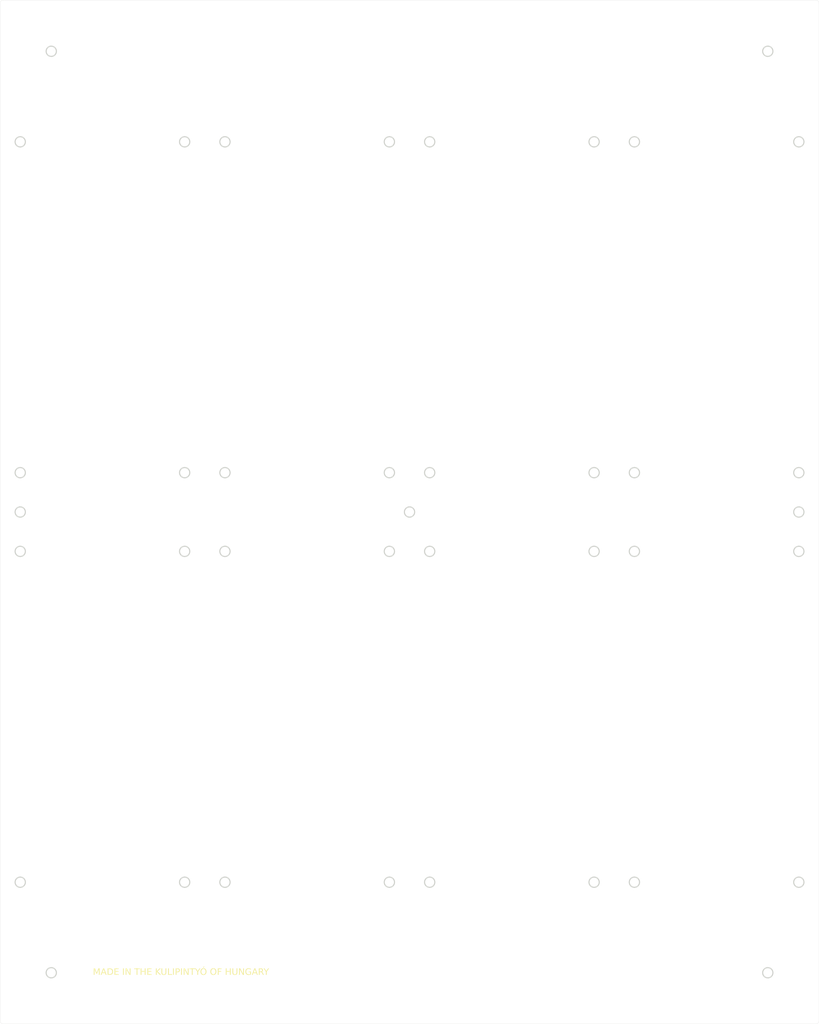
<source format=kicad_pcb>
(kicad_pcb
	(version 20241229)
	(generator "pcbnew")
	(generator_version "9.0")
	(general
		(thickness 1.6)
		(legacy_teardrops no)
	)
	(paper "A4")
	(layers
		(0 "F.Cu" signal)
		(2 "B.Cu" signal)
		(9 "F.Adhes" user "F.Adhesive")
		(11 "B.Adhes" user "B.Adhesive")
		(13 "F.Paste" user)
		(15 "B.Paste" user)
		(5 "F.SilkS" user "F.Silkscreen")
		(7 "B.SilkS" user "B.Silkscreen")
		(1 "F.Mask" user)
		(3 "B.Mask" user)
		(17 "Dwgs.User" user "User.Drawings")
		(19 "Cmts.User" user "User.Comments")
		(21 "Eco1.User" user "User.Eco1")
		(23 "Eco2.User" user "User.Eco2")
		(25 "Edge.Cuts" user)
		(27 "Margin" user)
		(31 "F.CrtYd" user "F.Courtyard")
		(29 "B.CrtYd" user "B.Courtyard")
		(35 "F.Fab" user)
		(33 "B.Fab" user)
		(39 "User.1" user)
		(41 "User.2" user)
		(43 "User.3" user)
		(45 "User.4" user)
	)
	(setup
		(pad_to_mask_clearance 0)
		(allow_soldermask_bridges_in_footprints no)
		(tenting front back)
		(pcbplotparams
			(layerselection 0x00000000_00000000_55555555_5755f5ff)
			(plot_on_all_layers_selection 0x00000000_00000000_00000000_00000000)
			(disableapertmacros no)
			(usegerberextensions no)
			(usegerberattributes yes)
			(usegerberadvancedattributes yes)
			(creategerberjobfile yes)
			(dashed_line_dash_ratio 12.000000)
			(dashed_line_gap_ratio 3.000000)
			(svgprecision 4)
			(plotframeref no)
			(mode 1)
			(useauxorigin no)
			(hpglpennumber 1)
			(hpglpenspeed 20)
			(hpglpendiameter 15.000000)
			(pdf_front_fp_property_popups yes)
			(pdf_back_fp_property_popups yes)
			(pdf_metadata yes)
			(pdf_single_document no)
			(dxfpolygonmode yes)
			(dxfimperialunits yes)
			(dxfusepcbnewfont yes)
			(psnegative no)
			(psa4output no)
			(plot_black_and_white yes)
			(sketchpadsonfab no)
			(plotpadnumbers no)
			(hidednponfab no)
			(sketchdnponfab yes)
			(crossoutdnponfab yes)
			(subtractmaskfromsilk no)
			(outputformat 1)
			(mirror no)
			(drillshape 1)
			(scaleselection 1)
			(outputdirectory "")
		)
	)
	(net 0 "")
	(gr_poly
		(pts
			(xy 6.382338 146.102149) (xy 6.463593 146.108328) (xy 6.543667 146.118503) (xy 6.622458 146.132573)
			(xy 6.699867 146.150439) (xy 6.775793 146.172) (xy 6.850136 146.197154) (xy 6.922794 146.225802)
			(xy 6.993668 146.257844) (xy 7.062657 146.293178) (xy 7.12966 146.331704) (xy 7.194577 146.373321)
			(xy 7.257307 146.417929) (xy 7.31775 146.465428) (xy 7.375805 146.515717) (xy 7.431372 146.568695)
			(xy 7.48435 146.624262) (xy 7.534638 146.682317) (xy 7.582137 146.742761) (xy 7.626746 146.805491)
			(xy 7.668363 146.870408) (xy 7.706889 146.937412) (xy 7.742223 147.006401) (xy 7.774264 147.077275)
			(xy 7.802912 147.149934) (xy 7.828067 147.224277) (xy 7.849628 147.300204) (xy 7.867493 147.377614)
			(xy 7.881564 147.456406) (xy 7.891739 147.536481) (xy 7.897918 147.617736) (xy 7.9 147.700073) (xy 7.897918 147.782409)
			(xy 7.891739 147.863663) (xy 7.881564 147.943736) (xy 7.867493 148.022527) (xy 7.849628 148.099935)
			(xy 7.828067 148.175861) (xy 7.802912 148.250202) (xy 7.774264 148.32286) (xy 7.742223 148.393733)
			(xy 7.706889 148.462721) (xy 7.668363 148.529723) (xy 7.626746 148.594639) (xy 7.582137 148.657368)
			(xy 7.534638 148.71781) (xy 7.48435 148.775865) (xy 7.431372 148.83143) (xy 7.375805 148.884408)
			(xy 7.31775 148.934695) (xy 7.257307 148.982193) (xy 7.194577 149.026801) (xy 7.12966 149.068417)
			(xy 7.062657 149.106942) (xy 6.993668 149.142276) (xy 6.922794 149.174316) (xy 6.850136 149.202964)
			(xy 6.775793 149.228118) (xy 6.699867 149.249678) (xy 6.622458 149.267543) (xy 6.543667 149.281614)
			(xy 6.463593 149.291788) (xy 6.382338 149.297967) (xy 6.300003 149.300049) (xy 6.217667 149.297967)
			(xy 6.136412 149.291788) (xy 6.056339 149.281614) (xy 5.977547 149.267543) (xy 5.900138 149.249678)
			(xy 5.824212 149.228118) (xy 5.74987 149.202964) (xy 5.677211 149.174316) (xy 5.606337 149.142276)
			(xy 5.537349 149.106942) (xy 5.470346 149.068417) (xy 5.405429 149.026801) (xy 5.342699 148.982193)
			(xy 5.282256 148.934695) (xy 5.2242 148.884408) (xy 5.168634 148.83143) (xy 5.115656 148.775865)
			(xy 5.065367 148.71781) (xy 5.017868 148.657368) (xy 4.97326 148.594639) (xy 4.931642 148.529723)
			(xy 4.893116 148.462721) (xy 4.857783 148.393733) (xy 4.825741 148.32286) (xy 4.797093 148.250202)
			(xy 4.771938 148.175861) (xy 4.750378 148.099935) (xy 4.732512 148.022527) (xy 4.718441 147.943736)
			(xy 4.708266 147.863663) (xy 4.702087 147.782409) (xy 4.700006 147.700073) (xy 4.702087 147.617736)
			(xy 4.708266 147.536481) (xy 4.718441 147.456406) (xy 4.732512 147.377614) (xy 4.750378 147.300204)
			(xy 4.771938 147.224277) (xy 4.797093 147.149934) (xy 4.825741 147.077275) (xy 4.857783 147.006401)
			(xy 4.893116 146.937412) (xy 4.931642 146.870408) (xy 4.97326 146.805491) (xy 5.017868 146.742761)
			(xy 5.065367 146.682317) (xy 5.115656 146.624262) (xy 5.168634 146.568695) (xy 5.2242 146.515717)
			(xy 5.282256 146.465428) (xy 5.342699 146.417929) (xy 5.405429 146.373321) (xy 5.470346 146.331704)
			(xy 5.537349 146.293178) (xy 5.606337 146.257844) (xy 5.677211 146.225802) (xy 5.74987 146.197154)
			(xy 5.824212 146.172) (xy 5.900138 146.150439) (xy 5.977547 146.132573) (xy 6.056339 146.118503)
			(xy 6.136412 146.108328) (xy 6.217667 146.102149) (xy 6.300003 146.100067)
		)
		(stroke
			(width 0.35289)
			(type solid)
		)
		(fill no)
		(layer "Edge.Cuts")
		(uuid "02b5dc56-7466-4690-915b-297f964f0523")
	)
	(gr_poly
		(pts
			(xy 249.782364 274.10218) (xy 249.86362 274.108358) (xy 249.943694 274.118533) (xy 250.022486 274.132604)
			(xy 250.099896 274.150469) (xy 250.175822 274.17203) (xy 250.250165 274.197184) (xy 250.322823 274.225832)
			(xy 250.393697 274.257874) (xy 250.462685 274.293207) (xy 250.529688 274.331733) (xy 250.594605 274.37335)
			(xy 250.657335 274.417958) (xy 250.717777 274.465456) (xy 250.775832 274.515744) (xy 250.831398 274.568722)
			(xy 250.884375 274.624288) (xy 250.934663 274.682343) (xy 250.982162 274.742785) (xy 251.026769 274.805514)
			(xy 251.068386 274.87043) (xy 251.106911 274.937432) (xy 251.142245 275.00642) (xy 251.174285 275.077293)
			(xy 251.202933 275.14995) (xy 251.228087 275.224292) (xy 251.249647 275.300216) (xy 251.267513 275.377624)
			(xy 251.281583 275.456414) (xy 251.291758 275.536486) (xy 251.297936 275.617739) (xy 251.300018 275.700073)
			(xy 251.297936 275.78241) (xy 251.291758 275.863666) (xy 251.281583 275.94374) (xy 251.267513 276.022533)
			(xy 251.249647 276.099942) (xy 251.228087 276.175869) (xy 251.202933 276.250212) (xy 251.174285 276.322871)
			(xy 251.142245 276.393746) (xy 251.106911 276.462735) (xy 251.068386 276.529738) (xy 251.026769 276.594655)
			(xy 250.982162 276.657386) (xy 250.934663 276.717829) (xy 250.884375 276.775884) (xy 250.831398 276.831451)
			(xy 250.775832 276.88443) (xy 250.717777 276.934718) (xy 250.657335 276.982217) (xy 250.594605 277.026826)
			(xy 250.529688 277.068443) (xy 250.462685 277.106969) (xy 250.393697 277.142303) (xy 250.322823 277.174344)
			(xy 250.250165 277.202992) (xy 250.175822 277.228147) (xy 250.099896 277.249707) (xy 250.022486 277.267573)
			(xy 249.943694 277.281644) (xy 249.86362 277.291819) (xy 249.782364 277.297997) (xy 249.700027 277.300079)
			(xy 249.617692 277.297997) (xy 249.536437 277.291819) (xy 249.456364 277.281644) (xy 249.377573 277.267573)
			(xy 249.300163 277.249707) (xy 249.224237 277.228147) (xy 249.149895 277.202992) (xy 249.077236 277.174344)
			(xy 249.006362 277.142303) (xy 248.937373 277.106969) (xy 248.870369 277.068443) (xy 248.805452 277.026826)
			(xy 248.742721 276.982217) (xy 248.682278 276.934718) (xy 248.624222 276.88443) (xy 248.568655 276.831451)
			(xy 248.515676 276.775884) (xy 248.465387 276.717829) (xy 248.417888 276.657386) (xy 248.373279 276.594655)
			(xy 248.331661 276.529738) (xy 248.293135 276.462735) (xy 248.257801 276.393746) (xy 248.225759 276.322871)
			(xy 248.19711 276.250212) (xy 248.171955 276.175869) (xy 248.150394 276.099942) (xy 248.132528 276.022533)
			(xy 248.118457 275.94374) (xy 248.108282 275.863666) (xy 248.102103 275.78241) (xy 248.100021 275.700073)
			(xy 248.102103 275.617739) (xy 248.108282 275.536486) (xy 248.118457 275.456414) (xy 248.132528 275.377624)
			(xy 248.150394 275.300216) (xy 248.171955 275.224292) (xy 248.19711 275.14995) (xy 248.225759 275.077293)
			(xy 248.257801 275.00642) (xy 248.293135 274.937432) (xy 248.331661 274.87043) (xy 248.373279 274.805514)
			(xy 248.417888 274.742785) (xy 248.465387 274.682343) (xy 248.515676 274.624288) (xy 248.568655 274.568722)
			(xy 248.624222 274.515744) (xy 248.682278 274.465456) (xy 248.742721 274.417958) (xy 248.805452 274.37335)
			(xy 248.870369 274.331733) (xy 248.937373 274.293207) (xy 249.006362 274.257874) (xy 249.077236 274.225832)
			(xy 249.149895 274.197184) (xy 249.224237 274.17203) (xy 249.300163 274.150469) (xy 249.377573 274.132604)
			(xy 249.456364 274.118533) (xy 249.536437 274.108358) (xy 249.617692 274.10218) (xy 249.700027 274.100098)
		)
		(stroke
			(width 0.35289)
			(type solid)
		)
		(fill no)
		(layer "Edge.Cuts")
		(uuid "06bbf97e-0622-412f-8348-8a13754f1553")
	)
	(gr_poly
		(pts
			(xy 57.782348 42.702121) (xy 57.863602 42.7083) (xy 57.943675 42.718474) (xy 58.022467 42.732545)
			(xy 58.099875 42.750411) (xy 58.175801 42.771972) (xy 58.250144 42.797126) (xy 58.322802 42.825775)
			(xy 58.393676 42.857816) (xy 58.462664 42.89315) (xy 58.529667 42.931676) (xy 58.594584 42.973293)
			(xy 58.657314 43.017902) (xy 58.717757 43.065401) (xy 58.775812 43.115689) (xy 58.831379 43.168667)
			(xy 58.884357 43.224234) (xy 58.934646 43.282289) (xy 58.982144 43.342732) (xy 59.026753 43.405463)
			(xy 59.06837 43.47038) (xy 59.106896 43.537383) (xy 59.14223 43.606372) (xy 59.174271 43.677245)
			(xy 59.20292 43.749904) (xy 59.228074 43.824246) (xy 59.249635 43.900173) (xy 59.267501 43.977582)
			(xy 59.281571 44.056373) (xy 59.291746 44.136447) (xy 59.297925 44.217702) (xy 59.300007 44.300037)
			(xy 59.297925 44.382373) (xy 59.291746 44.463627) (xy 59.281571 44.543701) (xy 59.267501 44.622492)
			(xy 59.249635 44.699901) (xy 59.228074 44.775827) (xy 59.20292 44.850169) (xy 59.174271 44.922828)
			(xy 59.14223 44.993702) (xy 59.106896 45.06269) (xy 59.06837 45.129693) (xy 59.026753 45.19461) (xy 58.982144 45.257341)
			(xy 58.934646 45.317784) (xy 58.884357 45.375839) (xy 58.831379 45.431406) (xy 58.775812 45.484384)
			(xy 58.717757 45.534673) (xy 58.657314 45.582172) (xy 58.594584 45.62678) (xy 58.529667 45.668398)
			(xy 58.462664 45.706924) (xy 58.393676 45.742258) (xy 58.322802 45.7743) (xy 58.250144 45.802948)
			(xy 58.175801 45.828103) (xy 58.099875 45.849663) (xy 58.022467 45.867529) (xy 57.943675 45.8816)
			(xy 57.863602 45.891775) (xy 57.782348 45.897954) (xy 57.700012 45.900036) (xy 57.617676 45.897954)
			(xy 57.536421 45.891775) (xy 57.456347 45.8816) (xy 57.377555 45.867529) (xy 57.300146 45.849663)
			(xy 57.22422 45.828103) (xy 57.149877 45.802948) (xy 57.077219 45.7743) (xy 57.006345 45.742258)
			(xy 56.937356 45.706924) (xy 56.870353 45.668398) (xy 56.805436 45.62678) (xy 56.742706 45.582172)
			(xy 56.682263 45.534673) (xy 56.624208 45.484384) (xy 56.568641 45.431406) (xy 56.515663 45.375839)
			(xy 56.465374 45.317784) (xy 56.417875 45.257341) (xy 56.373267 45.19461) (xy 56.33165 45.129693)
			(xy 56.293124 45.06269) (xy 56.25779 44.993702) (xy 56.225749 44.922828) (xy 56.197101 44.850169)
			(xy 56.171946 44.775827) (xy 56.150386 44.699901) (xy 56.13252 44.622492) (xy 56.118449 44.543701)
			(xy 56.108274 44.463627) (xy 56.102096 44.382373) (xy 56.100014 44.300037) (xy 56.102096 44.217702)
			(xy 56.108274 44.136447) (xy 56.118449 44.056373) (xy 56.13252 43.977582) (xy 56.150386 43.900173)
			(xy 56.171946 43.824246) (xy 56.197101 43.749904) (xy 56.225749 43.677245) (xy 56.25779 43.606372)
			(xy 56.293124 43.537383) (xy 56.33165 43.47038) (xy 56.373267 43.405463) (xy 56.417875 43.342732)
			(xy 56.465374 43.282289) (xy 56.515663 43.224234) (xy 56.568641 43.168667) (xy 56.624208 43.115689)
			(xy 56.682263 43.065401) (xy 56.742706 43.017902) (xy 56.805436 42.973293) (xy 56.870353 42.931676)
			(xy 56.937356 42.89315) (xy 57.006345 42.857816) (xy 57.077219 42.825775) (xy 57.149877 42.797126)
			(xy 57.22422 42.771972) (xy 57.300146 42.750411) (xy 57.377555 42.732545) (xy 57.456347 42.718474)
			(xy 57.536421 42.7083) (xy 57.617676 42.702121) (xy 57.700012 42.700039)
		)
		(stroke
			(width 0.35289)
			(type solid)
		)
		(fill no)
		(layer "Edge.Cuts")
		(uuid "0ae7c7b8-e4f7-4428-a434-5a10a60f1e9a")
	)
	(gr_poly
		(pts
			(xy 6.382338 274.10218) (xy 6.463593 274.108358) (xy 6.543667 274.118533) (xy 6.622458 274.132604)
			(xy 6.699867 274.150469) (xy 6.775793 274.17203) (xy 6.850136 274.197184) (xy 6.922794 274.225832)
			(xy 6.993668 274.257874) (xy 7.062657 274.293207) (xy 7.12966 274.331733) (xy 7.194577 274.37335)
			(xy 7.257307 274.417958) (xy 7.31775 274.465456) (xy 7.375805 274.515744) (xy 7.431372 274.568722)
			(xy 7.48435 274.624288) (xy 7.534638 274.682343) (xy 7.582137 274.742785) (xy 7.626746 274.805514)
			(xy 7.668363 274.87043) (xy 7.706889 274.937432) (xy 7.742223 275.00642) (xy 7.774264 275.077293)
			(xy 7.802912 275.14995) (xy 7.828067 275.224292) (xy 7.849628 275.300216) (xy 7.867493 275.377624)
			(xy 7.881564 275.456414) (xy 7.891739 275.536486) (xy 7.897918 275.617739) (xy 7.9 275.700073) (xy 7.897918 275.78241)
			(xy 7.891739 275.863666) (xy 7.881564 275.94374) (xy 7.867493 276.022533) (xy 7.849628 276.099942)
			(xy 7.828067 276.175869) (xy 7.802912 276.250212) (xy 7.774264 276.322871) (xy 7.742223 276.393746)
			(xy 7.706889 276.462735) (xy 7.668363 276.529738) (xy 7.626746 276.594655) (xy 7.582137 276.657386)
			(xy 7.534638 276.717829) (xy 7.48435 276.775884) (xy 7.431372 276.831451) (xy 7.375805 276.88443)
			(xy 7.31775 276.934718) (xy 7.257307 276.982217) (xy 7.194577 277.026826) (xy 7.12966 277.068443)
			(xy 7.062657 277.106969) (xy 6.993668 277.142303) (xy 6.922794 277.174344) (xy 6.850136 277.202992)
			(xy 6.775793 277.228147) (xy 6.699867 277.249707) (xy 6.622458 277.267573) (xy 6.543667 277.281644)
			(xy 6.463593 277.291819) (xy 6.382338 277.297997) (xy 6.300003 277.300079) (xy 6.217667 277.297997)
			(xy 6.136412 277.291819) (xy 6.056339 277.281644) (xy 5.977547 277.267573) (xy 5.900138 277.249707)
			(xy 5.824212 277.228147) (xy 5.74987 277.202992) (xy 5.677211 277.174344) (xy 5.606337 277.142303)
			(xy 5.537349 277.106969) (xy 5.470346 277.068443) (xy 5.405429 277.026826) (xy 5.342699 276.982217)
			(xy 5.282256 276.934718) (xy 5.2242 276.88443) (xy 5.168634 276.831451) (xy 5.115656 276.775884)
			(xy 5.065367 276.717829) (xy 5.017868 276.657386) (xy 4.97326 276.594655) (xy 4.931642 276.529738)
			(xy 4.893116 276.462735) (xy 4.857783 276.393746) (xy 4.825741 276.322871) (xy 4.797093 276.250212)
			(xy 4.771938 276.175869) (xy 4.750378 276.099942) (xy 4.732512 276.022533) (xy 4.718441 275.94374)
			(xy 4.708266 275.863666) (xy 4.702087 275.78241) (xy 4.700006 275.700073) (xy 4.702087 275.617739)
			(xy 4.708266 275.536486) (xy 4.718441 275.456414) (xy 4.732512 275.377624) (xy 4.750378 275.300216)
			(xy 4.771938 275.224292) (xy 4.797093 275.14995) (xy 4.825741 275.077293) (xy 4.857783 275.00642)
			(xy 4.893116 274.937432) (xy 4.931642 274.87043) (xy 4.97326 274.805514) (xy 5.017868 274.742785)
			(xy 5.065367 274.682343) (xy 5.115656 274.624288) (xy 5.168634 274.568722) (xy 5.2242 274.515744)
			(xy 5.282256 274.465456) (xy 5.342699 274.417958) (xy 5.405429 274.37335) (xy 5.470346 274.331733)
			(xy 5.537349 274.293207) (xy 5.606337 274.257874) (xy 5.677211 274.225832) (xy 5.74987 274.197184)
			(xy 5.824212 274.17203) (xy 5.900138 274.150469) (xy 5.977547 274.132604) (xy 6.056339 274.118533)
			(xy 6.136412 274.108358) (xy 6.217667 274.10218) (xy 6.300003 274.100098)
		)
		(stroke
			(width 0.35289)
			(type solid)
		)
		(fill no)
		(layer "Edge.Cuts")
		(uuid "0b065d43-24b6-4eb0-9b13-adb2d945bf8b")
	)
	(gr_arc
		(start 255 0)
		(mid 255.707107 0.292893)
		(end 256 1)
		(stroke
			(width 0.05)
			(type default)
		)
		(layer "Edge.Cuts")
		(uuid "15ca334e-542a-40f2-a031-39c7a7373680")
	)
	(gr_poly
		(pts
			(xy 134.382354 274.10218) (xy 134.463608 274.108358) (xy 134.543681 274.118533) (xy 134.622473 274.132604)
			(xy 134.699881 274.150469) (xy 134.775807 274.17203) (xy 134.850149 274.197184) (xy 134.922807 274.225832)
			(xy 134.993681 274.257874) (xy 135.062669 274.293207) (xy 135.129672 274.331733) (xy 135.194589 274.37335)
			(xy 135.257319 274.417958) (xy 135.317762 274.465456) (xy 135.375816 274.515744) (xy 135.431383 274.568722)
			(xy 135.484361 274.624288) (xy 135.534649 274.682343) (xy 135.582148 274.742785) (xy 135.626756 274.805514)
			(xy 135.668373 274.87043) (xy 135.706899 274.937432) (xy 135.742233 275.00642) (xy 135.774274 275.077293)
			(xy 135.802922 275.14995) (xy 135.828077 275.224292) (xy 135.849637 275.300216) (xy 135.867503 275.377624)
			(xy 135.881574 275.456414) (xy 135.891749 275.536486) (xy 135.897927 275.617739) (xy 135.900009 275.700073)
			(xy 135.897927 275.78241) (xy 135.891749 275.863666) (xy 135.881574 275.94374) (xy 135.867503 276.022533)
			(xy 135.849637 276.099942) (xy 135.828077 276.175869) (xy 135.802922 276.250212) (xy 135.774274 276.322871)
			(xy 135.742233 276.393746) (xy 135.706899 276.462735) (xy 135.668373 276.529738) (xy 135.626756 276.594655)
			(xy 135.582148 276.657386) (xy 135.534649 276.717829) (xy 135.484361 276.775884) (xy 135.431383 276.831451)
			(xy 135.375816 276.88443) (xy 135.317762 276.934718) (xy 135.257319 276.982217) (xy 135.194589 277.026826)
			(xy 135.129672 277.068443) (xy 135.062669 277.106969) (xy 134.993681 277.142303) (xy 134.922807 277.174344)
			(xy 134.850149 277.202992) (xy 134.775807 277.228147) (xy 134.699881 277.249707) (xy 134.622473 277.267573)
			(xy 134.543681 277.281644) (xy 134.463608 277.291819) (xy 134.382354 277.297997) (xy 134.300018 277.300079)
			(xy 134.217682 277.297997) (xy 134.136426 277.291819) (xy 134.056351 277.281644) (xy 133.977559 277.267573)
			(xy 133.900149 277.249707) (xy 133.824222 277.228147) (xy 133.749879 277.202992) (xy 133.67722 277.174344)
			(xy 133.606346 277.142303) (xy 133.537357 277.106969) (xy 133.470353 277.068443) (xy 133.405436 277.026826)
			(xy 133.342706 276.982217) (xy 133.282263 276.934718) (xy 133.224207 276.88443) (xy 133.16864 276.831451)
			(xy 133.115662 276.775884) (xy 133.065373 276.717829) (xy 133.017874 276.657386) (xy 132.973266 276.594655)
			(xy 132.931649 276.529738) (xy 132.893123 276.462735) (xy 132.857789 276.393746) (xy 132.825747 276.322871)
			(xy 132.797099 276.250212) (xy 132.771945 276.175869) (xy 132.750384 276.099942) (xy 132.732518 276.022533)
			(xy 132.718448 275.94374) (xy 132.708273 275.863666) (xy 132.702094 275.78241) (xy 132.700012 275.700073)
			(xy 132.702094 275.617739) (xy 132.708273 275.536486) (xy 132.718448 275.456414) (xy 132.732518 275.377624)
			(xy 132.750384 275.300216) (xy 132.771945 275.224292) (xy 132.797099 275.14995) (xy 132.825747 275.077293)
			(xy 132.857789 275.00642) (xy 132.893123 274.937432) (xy 132.931649 274.87043) (xy 132.973266 274.805514)
			(xy 133.017874 274.742785) (xy 133.065373 274.682343) (xy 133.115662 274.624288) (xy 133.16864 274.568722)
			(xy 133.224207 274.515744) (xy 133.282263 274.465456) (xy 133.342706 274.417958) (xy 133.405436 274.37335)
			(xy 133.470353 274.331733) (xy 133.537357 274.293207) (xy 133.606346 274.257874) (xy 133.67722 274.225832)
			(xy 133.749879 274.197184) (xy 133.824222 274.17203) (xy 133.900149 274.150469) (xy 133.977559 274.132604)
			(xy 134.056351 274.118533) (xy 134.136426 274.108358) (xy 134.217682 274.10218) (xy 134.300018 274.100098)
		)
		(stroke
			(width 0.35289)
			(type solid)
		)
		(fill no)
		(layer "Edge.Cuts")
		(uuid "1c621f88-4f9b-4a66-a12a-31bd994d2123")
	)
	(gr_poly
		(pts
			(xy 249.782364 42.702121) (xy 249.86362 42.7083) (xy 249.943694 42.718474) (xy 250.022486 42.732545)
			(xy 250.099896 42.750411) (xy 250.175822 42.771972) (xy 250.250165 42.797126) (xy 250.322823 42.825775)
			(xy 250.393697 42.857816) (xy 250.462685 42.89315) (xy 250.529688 42.931676) (xy 250.594605 42.973293)
			(xy 250.657335 43.017902) (xy 250.717777 43.065401) (xy 250.775832 43.115689) (xy 250.831398 43.168667)
			(xy 250.884375 43.224234) (xy 250.934663 43.282289) (xy 250.982162 43.342732) (xy 251.026769 43.405463)
			(xy 251.068386 43.47038) (xy 251.106911 43.537383) (xy 251.142245 43.606372) (xy 251.174285 43.677245)
			(xy 251.202933 43.749904) (xy 251.228087 43.824246) (xy 251.249647 43.900173) (xy 251.267513 43.977582)
			(xy 251.281583 44.056373) (xy 251.291758 44.136447) (xy 251.297936 44.217702) (xy 251.300018 44.300037)
			(xy 251.297936 44.382373) (xy 251.291758 44.463627) (xy 251.281583 44.543701) (xy 251.267513 44.622492)
			(xy 251.249647 44.699901) (xy 251.228087 44.775827) (xy 251.202933 44.850169) (xy 251.174285 44.922828)
			(xy 251.142245 44.993702) (xy 251.106911 45.06269) (xy 251.068386 45.129693) (xy 251.026769 45.19461)
			(xy 250.982162 45.257341) (xy 250.934663 45.317784) (xy 250.884375 45.375839) (xy 250.831398 45.431406)
			(xy 250.775832 45.484384) (xy 250.717777 45.534673) (xy 250.657335 45.582172) (xy 250.594605 45.62678)
			(xy 250.529688 45.668398) (xy 250.462685 45.706924) (xy 250.393697 45.742258) (xy 250.322823 45.7743)
			(xy 250.250165 45.802948) (xy 250.175822 45.828103) (xy 250.099896 45.849663) (xy 250.022486 45.867529)
			(xy 249.943694 45.8816) (xy 249.86362 45.891775) (xy 249.782364 45.897954) (xy 249.700027 45.900036)
			(xy 249.617692 45.897954) (xy 249.536437 45.891775) (xy 249.456364 45.8816) (xy 249.377573 45.867529)
			(xy 249.300163 45.849663) (xy 249.224237 45.828103) (xy 249.149895 45.802948) (xy 249.077236 45.7743)
			(xy 249.006362 45.742258) (xy 248.937373 45.706924) (xy 248.870369 45.668398) (xy 248.805452 45.62678)
			(xy 248.742721 45.582172) (xy 248.682278 45.534673) (xy 248.624222 45.484384) (xy 248.568655 45.431406)
			(xy 248.515676 45.375839) (xy 248.465387 45.317784) (xy 248.417888 45.257341) (xy 248.373279 45.19461)
			(xy 248.331661 45.129693) (xy 248.293135 45.06269) (xy 248.257801 44.993702) (xy 248.225759 44.922828)
			(xy 248.19711 44.850169) (xy 248.171955 44.775827) (xy 248.150394 44.699901) (xy 248.132528 44.622492)
			(xy 248.118457 44.543701) (xy 248.108282 44.463627) (xy 248.102103 44.382373) (xy 248.100021 44.300037)
			(xy 248.102103 44.217702) (xy 248.108282 44.136447) (xy 248.118457 44.056373) (xy 248.132528 43.977582)
			(xy 248.150394 43.900173) (xy 248.171955 43.824246) (xy 248.19711 43.749904) (xy 248.225759 43.677245)
			(xy 248.257801 43.606372) (xy 248.293135 43.537383) (xy 248.331661 43.47038) (xy 248.373279 43.405463)
			(xy 248.417888 43.342732) (xy 248.465387 43.282289) (xy 248.515676 43.224234) (xy 248.568655 43.168667)
			(xy 248.624222 43.115689) (xy 248.682278 43.065401) (xy 248.742721 43.017902) (xy 248.805452 42.973293)
			(xy 248.870369 42.931676) (xy 248.937373 42.89315) (xy 249.006362 42.857816) (xy 249.077236 42.825775)
			(xy 249.149895 42.797126) (xy 249.224237 42.771972) (xy 249.300163 42.750411) (xy 249.377573 42.732545)
			(xy 249.456364 42.718474) (xy 249.536437 42.7083) (xy 249.617692 42.702121) (xy 249.700027 42.700039)
		)
		(stroke
			(width 0.35289)
			(type solid)
		)
		(fill no)
		(layer "Edge.Cuts")
		(uuid "1d97f05c-4a93-4fba-a321-36c342c3ec29")
	)
	(gr_poly
		(pts
			(xy 16.08234 302.402167) (xy 16.163594 302.408346) (xy 16.243668 302.418522) (xy 16.32246 302.432593)
			(xy 16.399869 302.450459) (xy 16.475795 302.47202) (xy 16.550137 302.497176) (xy 16.622796 302.525825)
			(xy 16.69367 302.557867) (xy 16.762658 302.593202) (xy 16.829662 302.631729) (xy 16.894579 302.673347)
			(xy 16.957309 302.717957) (xy 17.017752 302.765456) (xy 17.075807 302.815746) (xy 17.131374 302.868725)
			(xy 17.184352 302.924293) (xy 17.234641 302.982348) (xy 17.282139 303.042792) (xy 17.326748 303.105523)
			(xy 17.368365 303.17044) (xy 17.406891 303.237444) (xy 17.442225 303.306433) (xy 17.474267 303.377306)
			(xy 17.502915 303.449965) (xy 17.52807 303.524307) (xy 17.54963 303.600233) (xy 17.567496 303.677641)
			(xy 17.581567 303.756432) (xy 17.591742 303.836504) (xy 17.59792 303.917757) (xy 17.600002 304.000092)
			(xy 17.59792 304.082428) (xy 17.591742 304.163684) (xy 17.581567 304.243759) (xy 17.567496 304.322551)
			(xy 17.54963 304.399961) (xy 17.52807 304.475887) (xy 17.502915 304.550231) (xy 17.474267 304.62289)
			(xy 17.442225 304.693764) (xy 17.406891 304.762753) (xy 17.368365 304.829756) (xy 17.326748 304.894674)
			(xy 17.282139 304.957404) (xy 17.234641 305.017847) (xy 17.184352 305.075903) (xy 17.131374 305.13147)
			(xy 17.075807 305.184448) (xy 17.017752 305.234737) (xy 16.957309 305.282235) (xy 16.894579 305.326844)
			(xy 16.829662 305.368461) (xy 16.762658 305.406987) (xy 16.69367 305.442321) (xy 16.622796 305.474362)
			(xy 16.550137 305.503011) (xy 16.475795 305.528165) (xy 16.399869 305.549726) (xy 16.32246 305.567592)
			(xy 16.243668 305.581662) (xy 16.163594 305.591837) (xy 16.08234 305.598016) (xy 16.000004 305.600098)
			(xy 15.917668 305.598016) (xy 15.836413 305.591837) (xy 15.75634 305.581662) (xy 15.677549 305.567592)
			(xy 15.60014 305.549726) (xy 15.524214 305.528165) (xy 15.449871 305.503011) (xy 15.377213 305.474362)
			(xy 15.306339 305.442321) (xy 15.23735 305.406987) (xy 15.170347 305.368461) (xy 15.105431 305.326844)
			(xy 15.0427 305.282235) (xy 14.982257 305.234737) (xy 14.924202 305.184448) (xy 14.868635 305.13147)
			(xy 14.815657 305.075903) (xy 14.765369 305.017847) (xy 14.71787 304.957404) (xy 14.673262 304.894674)
			(xy 14.631644 304.829756) (xy 14.593118 304.762753) (xy 14.557784 304.693764) (xy 14.525743 304.62289)
			(xy 14.497095 304.550231) (xy 14.47194 304.475887) (xy 14.450379 304.399961) (xy 14.432513 304.322551)
			(xy 14.418443 304.243759) (xy 14.408268 304.163684) (xy 14.402089 304.082428) (xy 14.400007 304.000092)
			(xy 14.402089 303.917757) (xy 14.408268 303.836504) (xy 14.418443 303.756432) (xy 14.432513 303.677641)
			(xy 14.450379 303.600233) (xy 14.47194 303.524307) (xy 14.497095 303.449965) (xy 14.525743 303.377306)
			(xy 14.557784 303.306433) (xy 14.593118 303.237444) (xy 14.631644 303.17044) (xy 14.673262 303.105523)
			(xy 14.71787 303.042792) (xy 14.765369 302.982348) (xy 14.815657 302.924293) (xy 14.868635 302.868725)
			(xy 14.924202 302.815746) (xy 14.982257 302.765456) (xy 15.0427 302.717957) (xy 15.105431 302.673347)
			(xy 15.170347 302.631729) (xy 15.23735 302.593202) (xy 15.306339 302.557867) (xy 15.377213 302.525825)
			(xy 15.449871 302.497176) (xy 15.524214 302.47202) (xy 15.60014 302.450459) (xy 15.677549 302.432593)
			(xy 15.75634 302.418522) (xy 15.836413 302.408346) (xy 15.917668 302.402167) (xy 16.000004 302.400085)
		)
		(stroke
			(width 0.35289)
			(type solid)
		)
		(fill no)
		(layer "Edge.Cuts")
		(uuid "29fe5604-da69-4a44-bfd7-e99e1ebfd3e3")
	)
	(gr_poly
		(pts
			(xy 240.082367 14.402115) (xy 240.163623 14.408294) (xy 240.243698 14.418469) (xy 240.32249 14.432539)
			(xy 240.3999 14.450405) (xy 240.475826 14.471966) (xy 240.550169 14.49712) (xy 240.622828 14.525769)
			(xy 240.693703 14.55781) (xy 240.762692 14.593144) (xy 240.829695 14.63167) (xy 240.894613 14.673287)
			(xy 240.957343 14.717895) (xy 241.017786 14.765394) (xy 241.075842 14.815683) (xy 241.131409 14.868661)
			(xy 241.184387 14.924228) (xy 241.234676 14.982283) (xy 241.282174 15.042726) (xy 241.326783 15.105456)
			(xy 241.3684 15.170373) (xy 241.406926 15.237376) (xy 241.44226 15.306365) (xy 241.474301 15.377239)
			(xy 241.50295 15.449897) (xy 241.528104 15.52424) (xy 241.549665 15.600166) (xy 241.567531 15.677575)
			(xy 241.581601 15.756366) (xy 241.591776 15.83644) (xy 241.597955 15.917695) (xy 241.600037 16.000031)
			(xy 241.597955 16.082366) (xy 241.591776 16.163621) (xy 241.581601 16.243694) (xy 241.567531 16.322486)
			(xy 241.549665 16.399895) (xy 241.528104 16.475821) (xy 241.50295 16.550163) (xy 241.474301 16.622821)
			(xy 241.44226 16.693695) (xy 241.406926 16.762684) (xy 241.3684 16.829687) (xy 241.326783 16.894604)
			(xy 241.282174 16.957334) (xy 241.234676 17.017777) (xy 241.184387 17.075832) (xy 241.131409 17.131399)
			(xy 241.075842 17.184377) (xy 241.017786 17.234666) (xy 240.957343 17.282164) (xy 240.894613 17.326773)
			(xy 240.829695 17.36839) (xy 240.762692 17.406916) (xy 240.693703 17.44225) (xy 240.622828 17.474291)
			(xy 240.550169 17.50294) (xy 240.475826 17.528094) (xy 240.3999 17.549655) (xy 240.32249 17.567521)
			(xy 240.243698 17.581592) (xy 240.163623 17.591766) (xy 240.082367 17.597945) (xy 240.000031 17.600027)
			(xy 239.917695 17.597945) (xy 239.836441 17.591766) (xy 239.756367 17.581592) (xy 239.677576 17.567521)
			(xy 239.600167 17.549655) (xy 239.524242 17.528094) (xy 239.4499 17.50294) (xy 239.377241 17.474291)
			(xy 239.306368 17.44225) (xy 239.237379 17.406916) (xy 239.170377 17.36839) (xy 239.10546 17.326773)
			(xy 239.04273 17.282164) (xy 238.982287 17.234666) (xy 238.924232 17.184377) (xy 238.868666 17.131399)
			(xy 238.815688 17.075832) (xy 238.765399 17.017777) (xy 238.717901 16.957334) (xy 238.673293 16.894604)
			(xy 238.631675 16.829687) (xy 238.59315 16.762684) (xy 238.557816 16.693695) (xy 238.525775 16.622821)
			(xy 238.497127 16.550163) (xy 238.471972 16.475821) (xy 238.450412 16.399895) (xy 238.432546 16.322486)
			(xy 238.418475 16.243694) (xy 238.4083 16.163621) (xy 238.402122 16.082366) (xy 238.40004 16.000031)
			(xy 238.402122 15.917695) (xy 238.4083 15.83644) (xy 238.418475 15.756366) (xy 238.432546 15.677575)
			(xy 238.450412 15.600166) (xy 238.471972 15.52424) (xy 238.497127 15.449897) (xy 238.525775 15.377239)
			(xy 238.557816 15.306365) (xy 238.59315 15.237376) (xy 238.631675 15.170373) (xy 238.673293 15.105456)
			(xy 238.717901 15.042726) (xy 238.765399 14.982283) (xy 238.815688 14.924228) (xy 238.868666 14.868661)
			(xy 238.924232 14.815683) (xy 238.982287 14.765394) (xy 239.04273 14.717895) (xy 239.10546 14.673287)
			(xy 239.170377 14.63167) (xy 239.237379 14.593144) (xy 239.306368 14.55781) (xy 239.377241 14.525769)
			(xy 239.4499 14.49712) (xy 239.524242 14.471966) (xy 239.600167 14.450405) (xy 239.677576 14.432539)
			(xy 239.756367 14.418469) (xy 239.836441 14.408294) (xy 239.917695 14.402115) (xy 240.000031 14.400033)
		)
		(stroke
			(width 0.35289)
			(type solid)
		)
		(fill no)
		(layer "Edge.Cuts")
		(uuid "2a983abb-b35f-482d-8c72-9ab5a626d7bf")
	)
	(gr_poly
		(pts
			(xy 198.38237 42.702121) (xy 198.463626 42.7083) (xy 198.5437 42.718474) (xy 198.622492 42.732545)
			(xy 198.699902 42.750411) (xy 198.775828 42.771972) (xy 198.850171 42.797126) (xy 198.922829 42.825775)
			(xy 198.993703 42.857816) (xy 199.062692 42.89315) (xy 199.129694 42.931676) (xy 199.194611 42.973293)
			(xy 199.257341 43.017902) (xy 199.317783 43.065401) (xy 199.375838 43.115689) (xy 199.431404 43.168667)
			(xy 199.484382 43.224234) (xy 199.53467 43.282289) (xy 199.582168 43.342732) (xy 199.626775 43.405463)
			(xy 199.668392 43.47038) (xy 199.706917 43.537383) (xy 199.742251 43.606372) (xy 199.774292 43.677245)
			(xy 199.802939 43.749904) (xy 199.828093 43.824246) (xy 199.849653 43.900173) (xy 199.867519 43.977582)
			(xy 199.881589 44.056373) (xy 199.891764 44.136447) (xy 199.897943 44.217702) (xy 199.900024 44.300037)
			(xy 199.897943 44.382373) (xy 199.891764 44.463627) (xy 199.881589 44.543701) (xy 199.867519 44.622492)
			(xy 199.849653 44.699901) (xy 199.828093 44.775827) (xy 199.802939 44.850169) (xy 199.774292 44.922828)
			(xy 199.742251 44.993702) (xy 199.706917 45.06269) (xy 199.668392 45.129693) (xy 199.626775 45.19461)
			(xy 199.582168 45.257341) (xy 199.53467 45.317784) (xy 199.484382 45.375839) (xy 199.431404 45.431406)
			(xy 199.375838 45.484384) (xy 199.317783 45.534673) (xy 199.257341 45.582172) (xy 199.194611 45.62678)
			(xy 199.129694 45.668398) (xy 199.062692 45.706924) (xy 198.993703 45.742258) (xy 198.922829 45.7743)
			(xy 198.850171 45.802948) (xy 198.775828 45.828103) (xy 198.699902 45.849663) (xy 198.622492 45.867529)
			(xy 198.5437 45.8816) (xy 198.463626 45.891775) (xy 198.38237 45.897954) (xy 198.300034 45.900036)
			(xy 198.217698 45.897954) (xy 198.136443 45.891775) (xy 198.05637 45.8816) (xy 197.977579 45.867529)
			(xy 197.90017 45.849663) (xy 197.824243 45.828103) (xy 197.749901 45.802948) (xy 197.677242 45.7743)
			(xy 197.606368 45.742258) (xy 197.537379 45.706924) (xy 197.470375 45.668398) (xy 197.405458 45.62678)
			(xy 197.342728 45.582172) (xy 197.282284 45.534673) (xy 197.224228 45.484384) (xy 197.168661 45.431406)
			(xy 197.115683 45.375839) (xy 197.065393 45.317784) (xy 197.017894 45.257341) (xy 196.973285 45.19461)
			(xy 196.931667 45.129693) (xy 196.893141 45.06269) (xy 196.857807 44.993702) (xy 196.825765 44.922828)
			(xy 196.797116 44.850169) (xy 196.771961 44.775827) (xy 196.7504 44.699901) (xy 196.732534 44.622492)
			(xy 196.718463 44.543701) (xy 196.708288 44.463627) (xy 196.702109 44.382373) (xy 196.700027 44.300037)
			(xy 196.702109 44.217702) (xy 196.708288 44.136447) (xy 196.718463 44.056373) (xy 196.732534 43.977582)
			(xy 196.7504 43.900173) (xy 196.771961 43.824246) (xy 196.797116 43.749904) (xy 196.825765 43.677245)
			(xy 196.857807 43.606372) (xy 196.893141 43.537383) (xy 196.931667 43.47038) (xy 196.973285 43.405463)
			(xy 197.017894 43.342732) (xy 197.065393 43.282289) (xy 197.115683 43.224234) (xy 197.168661 43.168667)
			(xy 197.224228 43.115689) (xy 197.282284 43.065401) (xy 197.342728 43.017902) (xy 197.405458 42.973293)
			(xy 197.470375 42.931676) (xy 197.537379 42.89315) (xy 197.606368 42.857816) (xy 197.677242 42.825775)
			(xy 197.749901 42.797126) (xy 197.824243 42.771972) (xy 197.90017 42.750411) (xy 197.977579 42.732545)
			(xy 198.05637 42.718474) (xy 198.136443 42.7083) (xy 198.217698 42.702121) (xy 198.300034 42.700039)
		)
		(stroke
			(width 0.35289)
			(type solid)
		)
		(fill no)
		(layer "Edge.Cuts")
		(uuid "2ddd54d6-5e1a-4ccf-ba68-25de6a4b49cd")
	)
	(gr_poly
		(pts
			(xy 57.782348 170.70217) (xy 57.863602 170.708349) (xy 57.943675 170.718524) (xy 58.022467 170.732594)
			(xy 58.099875 170.750459) (xy 58.175801 170.77202) (xy 58.250144 170.797174) (xy 58.322802 170.825821)
			(xy 58.393676 170.857862) (xy 58.462664 170.893195) (xy 58.529667 170.931721) (xy 58.594584 170.973337)
			(xy 58.657314 171.017945) (xy 58.717757 171.065443) (xy 58.775812 171.115731) (xy 58.831379 171.168709)
			(xy 58.884357 171.224275) (xy 58.934646 171.28233) (xy 58.982144 171.342772) (xy 59.026753 171.405502)
			(xy 59.06837 171.470419) (xy 59.106896 171.537421) (xy 59.14223 171.60641) (xy 59.174271 171.677284)
			(xy 59.20292 171.749942) (xy 59.228074 171.824285) (xy 59.249635 171.900211) (xy 59.267501 171.977621)
			(xy 59.281571 172.056413) (xy 59.291746 172.136487) (xy 59.297925 172.217743) (xy 59.300007 172.300079)
			(xy 59.297925 172.382415) (xy 59.291746 172.463669) (xy 59.281571 172.543742) (xy 59.267501 172.622534)
			(xy 59.249635 172.699942) (xy 59.228074 172.775868) (xy 59.20292 172.85021) (xy 59.174271 172.922868)
			(xy 59.14223 172.993742) (xy 59.106896 173.062731) (xy 59.06837 173.129733) (xy 59.026753 173.19465)
			(xy 58.982144 173.25738) (xy 58.934646 173.317823) (xy 58.884357 173.375878) (xy 58.831379 173.431444)
			(xy 58.775812 173.484422) (xy 58.717757 173.53471) (xy 58.657314 173.582209) (xy 58.594584 173.626817)
			(xy 58.529667 173.668434) (xy 58.462664 173.70696) (xy 58.393676 173.742294) (xy 58.322802 173.774335)
			(xy 58.250144 173.802983) (xy 58.175801 173.828138) (xy 58.099875 173.849698) (xy 58.022467 173.867564)
			(xy 57.943675 173.881635) (xy 57.863602 173.89181) (xy 57.782348 173.897988) (xy 57.700012 173.90007)
			(xy 57.617676 173.897988) (xy 57.536421 173.89181) (xy 57.456347 173.881635) (xy 57.377555 173.867564)
			(xy 57.300146 173.849698) (xy 57.22422 173.828138) (xy 57.149877 173.802983) (xy 57.077219 173.774335)
			(xy 57.006345 173.742294) (xy 56.937356 173.70696) (xy 56.870353 173.668434) (xy 56.805436 173.626817)
			(xy 56.742706 173.582209) (xy 56.682263 173.53471) (xy 56.624208 173.484422) (xy 56.568641 173.431444)
			(xy 56.515663 173.375878) (xy 56.465374 173.317823) (xy 56.417875 173.25738) (xy 56.373267 173.19465)
			(xy 56.33165 173.129733) (xy 56.293124 173.062731) (xy 56.25779 172.993742) (xy 56.225749 172.922868)
			(xy 56.197101 172.85021) (xy 56.171946 172.775868) (xy 56.150386 172.699942) (xy 56.13252 172.622534)
			(xy 56.118449 172.543742) (xy 56.108274 172.463669) (xy 56.102096 172.382415) (xy 56.100014 172.300079)
			(xy 56.102096 172.217743) (xy 56.108274 172.136487) (xy 56.118449 172.056413) (xy 56.13252 171.977621)
			(xy 56.150386 171.900211) (xy 56.171946 171.824285) (xy 56.197101 171.749942) (xy 56.225749 171.677284)
			(xy 56.25779 171.60641) (xy 56.293124 171.537421) (xy 56.33165 171.470419) (xy 56.373267 171.405502)
			(xy 56.417875 171.342772) (xy 56.465374 171.28233) (xy 56.515663 171.224275) (xy 56.568641 171.168709)
			(xy 56.624208 171.115731) (xy 56.682263 171.065443) (xy 56.742706 171.017945) (xy 56.805436 170.973337)
			(xy 56.870353 170.931721) (xy 56.937356 170.893195) (xy 57.006345 170.857862) (xy 57.077219 170.825821)
			(xy 57.149877 170.797174) (xy 57.22422 170.77202) (xy 57.300146 170.750459) (xy 57.377555 170.732594)
			(xy 57.456347 170.718524) (xy 57.536421 170.708349) (xy 57.617676 170.70217) (xy 57.700012 170.700089)
		)
		(stroke
			(width 0.35289)
			(type solid)
		)
		(fill no)
		(layer "Edge.Cuts")
		(uuid "2de524b5-ed07-4861-89fc-746c6a5983aa")
	)
	(gr_arc
		(start 256 319)
		(mid 255.707107 319.707107)
		(end 255 320)
		(stroke
			(width 0.05)
			(type default)
		)
		(layer "Edge.Cuts")
		(uuid "2e8cc5de-8f0b-4b18-a9f0-554e822f58b1")
	)
	(gr_poly
		(pts
			(xy 121.782248 146.102149) (xy 121.863503 146.108328) (xy 121.943576 146.118503) (xy 122.022368 146.132573)
			(xy 122.099777 146.150439) (xy 122.175703 146.172) (xy 122.250045 146.197154) (xy 122.322703 146.225802)
			(xy 122.393577 146.257844) (xy 122.462566 146.293178) (xy 122.529569 146.331704) (xy 122.594486 146.373321)
			(xy 122.657216 146.417929) (xy 122.717659 146.465428) (xy 122.775715 146.515717) (xy 122.831282 146.568695)
			(xy 122.88426 146.624262) (xy 122.934549 146.682317) (xy 122.982048 146.742761) (xy 123.026656 146.805491)
			(xy 123.068274 146.870408) (xy 123.1068 146.937412) (xy 123.142134 147.006401) (xy 123.174175 147.077275)
			(xy 123.202824 147.149934) (xy 123.227978 147.224277) (xy 123.249539 147.300204) (xy 123.267405 147.377614)
			(xy 123.281476 147.456406) (xy 123.291651 147.536481) (xy 123.29783 147.617736) (xy 123.299911 147.700073)
			(xy 123.29783 147.782409) (xy 123.291651 147.863663) (xy 123.281476 147.943736) (xy 123.267405 148.022527)
			(xy 123.249539 148.099935) (xy 123.227978 148.175861) (xy 123.202824 148.250202) (xy 123.174175 148.32286)
			(xy 123.142134 148.393733) (xy 123.1068 148.462721) (xy 123.068274 148.529723) (xy 123.026656 148.594639)
			(xy 122.982048 148.657368) (xy 122.934549 148.71781) (xy 122.88426 148.775865) (xy 122.831282 148.83143)
			(xy 122.775715 148.884408) (xy 122.717659 148.934695) (xy 122.657216 148.982193) (xy 122.594486 149.026801)
			(xy 122.529569 149.068417) (xy 122.462566 149.106942) (xy 122.393577 149.142276) (xy 122.322703 149.174316)
			(xy 122.250045 149.202964) (xy 122.175703 149.228118) (xy 122.099777 149.249678) (xy 122.022368 149.267543)
			(xy 121.943576 149.281614) (xy 121.863503 149.291788) (xy 121.782248 149.297967) (xy 121.699913 149.300049)
			(xy 121.617577 149.297967) (xy 121.536322 149.291788) (xy 121.456248 149.281614) (xy 121.377456 149.267543)
			(xy 121.300047 149.249678) (xy 121.224121 149.228118) (xy 121.149778 149.202964) (xy 121.077119 149.174316)
			(xy 121.006246 149.142276) (xy 120.937257 149.106942) (xy 120.870254 149.068417) (xy 120.805337 149.026801)
			(xy 120.742606 148.982193) (xy 120.682164 148.934695) (xy 120.624108 148.884408) (xy 120.568542 148.83143)
			(xy 120.515564 148.775865) (xy 120.465275 148.71781) (xy 120.417776 148.657368) (xy 120.373168 148.594639)
			(xy 120.331551 148.529723) (xy 120.293025 148.462721) (xy 120.257691 148.393733) (xy 120.22565 148.32286)
			(xy 120.197002 148.250202) (xy 120.171847 148.175861) (xy 120.150286 148.099935) (xy 120.132421 148.022527)
			(xy 120.11835 147.943736) (xy 120.108175 147.863663) (xy 120.101996 147.782409) (xy 120.099915 147.700073)
			(xy 120.101996 147.617736) (xy 120.108175 147.536481) (xy 120.11835 147.456406) (xy 120.132421 147.377614)
			(xy 120.150286 147.300204) (xy 120.171847 147.224277) (xy 120.197002 147.149934) (xy 120.22565 147.077275)
			(xy 120.257691 147.006401) (xy 120.293025 146.937412) (xy 120.331551 146.870408) (xy 120.373168 146.805491)
			(xy 120.417776 146.742761) (xy 120.465275 146.682317) (xy 120.515564 146.624262) (xy 120.568542 146.568695)
			(xy 120.624108 146.515717) (xy 120.682164 146.465428) (xy 120.742606 146.417929) (xy 120.805337 146.373321)
			(xy 120.870254 146.331704) (xy 120.937257 146.293178) (xy 121.006246 146.257844) (xy 121.077119 146.225802)
			(xy 121.149778 146.197154) (xy 121.224121 146.172) (xy 121.300047 146.150439) (xy 121.377456 146.132573)
			(xy 121.456248 146.118503) (xy 121.536322 146.108328) (xy 121.617577 146.102149) (xy 121.699913 146.100067)
		)
		(stroke
			(width 0.35289)
			(type solid)
		)
		(fill no)
		(layer "Edge.Cuts")
		(uuid "2ec1ccc8-42b3-473c-8bbf-3cb6164ee211")
	)
	(gr_poly
		(pts
			(xy 128.082351 158.402152) (xy 128.163605 158.408331) (xy 128.243678 158.418506) (xy 128.32247 158.432576)
			(xy 128.399878 158.450442) (xy 128.475804 158.472003) (xy 128.550146 158.497157) (xy 128.622804 158.525805)
			(xy 128.693678 158.557847) (xy 128.762666 158.593181) (xy 128.829669 158.631707) (xy 128.894586 158.673324)
			(xy 128.957316 158.717932) (xy 129.017759 158.765431) (xy 129.075813 158.81572) (xy 129.13138 158.868698)
			(xy 129.184358 158.924265) (xy 129.234646 158.982321) (xy 129.282145 159.042764) (xy 129.326753 159.105494)
			(xy 129.36837 159.170411) (xy 129.406896 159.237415) (xy 129.44223 159.306404) (xy 129.474271 159.377278)
			(xy 129.502919 159.449937) (xy 129.528074 159.52428) (xy 129.549634 159.600207) (xy 129.5675 159.677617)
			(xy 129.581571 159.756409) (xy 129.591746 159.836484) (xy 129.597924 159.917739) (xy 129.600006 160.000076)
			(xy 129.597924 160.082412) (xy 129.591746 160.163666) (xy 129.581571 160.24374) (xy 129.5675 160.322531)
			(xy 129.549634 160.39994) (xy 129.528074 160.475866) (xy 129.502919 160.550209) (xy 129.474271 160.622868)
			(xy 129.44223 160.693742) (xy 129.406896 160.762731) (xy 129.36837 160.829734) (xy 129.326753 160.894652)
			(xy 129.282145 160.957382) (xy 129.234646 161.017826) (xy 129.184358 161.075881) (xy 129.13138 161.131449)
			(xy 129.075813 161.184427) (xy 129.017759 161.234716) (xy 128.957316 161.282216) (xy 128.894586 161.326825)
			(xy 128.829669 161.368442) (xy 128.762666 161.406969) (xy 128.693678 161.442303) (xy 128.622804 161.474345)
			(xy 128.550146 161.502994) (xy 128.475804 161.528149) (xy 128.399878 161.54971) (xy 128.32247 161.567576)
			(xy 128.243678 161.581647) (xy 128.163605 161.591822) (xy 128.082351 161.598) (xy 128.000015 161.600082)
			(xy 127.91768 161.598) (xy 127.836425 161.591822) (xy 127.756352 161.581647) (xy 127.677561 161.567576)
			(xy 127.600152 161.54971) (xy 127.524226 161.528149) (xy 127.449884 161.502994) (xy 127.377226 161.474345)
			(xy 127.306353 161.442303) (xy 127.237364 161.406969) (xy 127.170361 161.368442) (xy 127.105445 161.326825)
			(xy 127.042715 161.282216) (xy 126.982272 161.234716) (xy 126.924217 161.184427) (xy 126.86865 161.131449)
			(xy 126.815673 161.075881) (xy 126.765384 161.017826) (xy 126.717886 160.957382) (xy 126.673277 160.894652)
			(xy 126.63166 160.829734) (xy 126.593134 160.762731) (xy 126.557801 160.693742) (xy 126.525759 160.622868)
			(xy 126.497111 160.550209) (xy 126.471957 160.475866) (xy 126.450396 160.39994) (xy 126.43253 160.322531)
			(xy 126.41846 160.24374) (xy 126.408285 160.163666) (xy 126.402106 160.082412) (xy 126.400024 160.000076)
			(xy 126.402106 159.917739) (xy 126.408285 159.836484) (xy 126.41846 159.756409) (xy 126.43253 159.677617)
			(xy 126.450396 159.600207) (xy 126.471957 159.52428) (xy 126.497111 159.449937) (xy 126.525759 159.377278)
			(xy 126.557801 159.306404) (xy 126.593134 159.237415) (xy 126.63166 159.170411) (xy 126.673277 159.105494)
			(xy 126.717886 159.042764) (xy 126.765384 158.982321) (xy 126.815673 158.924265) (xy 126.86865 158.868698)
			(xy 126.924217 158.81572) (xy 126.982272 158.765431) (xy 127.042715 158.717932) (xy 127.105445 158.673324)
			(xy 127.170361 158.631707) (xy 127.237364 158.593181) (xy 127.306353 158.557847) (xy 127.377226 158.525805)
			(xy 127.449884 158.497157) (xy 127.524226 158.472003) (xy 127.600152 158.450442) (xy 127.677561 158.432576)
			(xy 127.756352 158.418506) (xy 127.836425 158.408331) (xy 127.91768 158.402152) (xy 128.000015 158.40007)
		)
		(stroke
			(width 0.35289)
			(type solid)
		)
		(fill no)
		(layer "Edge.Cuts")
		(uuid "375c8b6c-21e2-46c1-b5e6-9ce584a2938b")
	)
	(gr_poly
		(pts
			(xy 70.38224 42.702121) (xy 70.463495 42.7083) (xy 70.543569 42.718474) (xy 70.622361 42.732545)
			(xy 70.69977 42.750411) (xy 70.775696 42.771972) (xy 70.850039 42.797126) (xy 70.922697 42.825775)
			(xy 70.993571 42.857816) (xy 71.06256 42.89315) (xy 71.129563 42.931676) (xy 71.19448 42.973293)
			(xy 71.25721 43.017902) (xy 71.317653 43.065401) (xy 71.375709 43.115689) (xy 71.431275 43.168667)
			(xy 71.484253 43.224234) (xy 71.534542 43.282289) (xy 71.582041 43.342732) (xy 71.626649 43.405463)
			(xy 71.668266 43.47038) (xy 71.706792 43.537383) (xy 71.742126 43.606372) (xy 71.774167 43.677245)
			(xy 71.802815 43.749904) (xy 71.82797 43.824246) (xy 71.84953 43.900173) (xy 71.867396 43.977582)
			(xy 71.881467 44.056373) (xy 71.891642 44.136447) (xy 71.89782 44.217702) (xy 71.899902 44.300037)
			(xy 71.89782 44.382373) (xy 71.891642 44.463627) (xy 71.881467 44.543701) (xy 71.867396 44.622492)
			(xy 71.84953 44.699901) (xy 71.82797 44.775827) (xy 71.802815 44.850169) (xy 71.774167 44.922828)
			(xy 71.742126 44.993702) (xy 71.706792 45.06269) (xy 71.668266 45.129693) (xy 71.626649 45.19461)
			(xy 71.582041 45.257341) (xy 71.534542 45.317784) (xy 71.484253 45.375839) (xy 71.431275 45.431406)
			(xy 71.375709 45.484384) (xy 71.317653 45.534673) (xy 71.25721 45.582172) (xy 71.19448 45.62678)
			(xy 71.129563 45.668398) (xy 71.06256 45.706924) (xy 70.993571 45.742258) (xy 70.922697 45.7743)
			(xy 70.850039 45.802948) (xy 70.775696 45.828103) (xy 70.69977 45.849663) (xy 70.622361 45.867529)
			(xy 70.543569 45.8816) (xy 70.463495 45.891775) (xy 70.38224 45.897954) (xy 70.299904 45.900036)
			(xy 70.217568 45.897954) (xy 70.136314 45.891775) (xy 70.056241 45.8816) (xy 69.977449 45.867529)
			(xy 69.90004 45.849663) (xy 69.824114 45.828103) (xy 69.749772 45.802948) (xy 69.677114 45.7743)
			(xy 69.60624 45.742258) (xy 69.537251 45.706924) (xy 69.470248 45.668398) (xy 69.405331 45.62678)
			(xy 69.342601 45.582172) (xy 69.282158 45.534673) (xy 69.224102 45.484384) (xy 69.168535 45.431406)
			(xy 69.115557 45.375839) (xy 69.065268 45.317784) (xy 69.017769 45.257341) (xy 68.973161 45.19461)
			(xy 68.931543 45.129693) (xy 68.893017 45.06269) (xy 68.857683 44.993702) (xy 68.825642 44.922828)
			(xy 68.796993 44.850169) (xy 68.771838 44.775827) (xy 68.750278 44.699901) (xy 68.732412 44.622492)
			(xy 68.718341 44.543701) (xy 68.708166 44.463627) (xy 68.701987 44.382373) (xy 68.699905 44.300037)
			(xy 68.701987 44.217702) (xy 68.708166 44.136447) (xy 68.718341 44.056373) (xy 68.732412 43.977582)
			(xy 68.750278 43.900173) (xy 68.771838 43.824246) (xy 68.796993 43.749904) (xy 68.825642 43.677245)
			(xy 68.857683 43.606372) (xy 68.893017 43.537383) (xy 68.931543 43.47038) (xy 68.973161 43.405463)
			(xy 69.017769 43.342732) (xy 69.065268 43.282289) (xy 69.115557 43.224234) (xy 69.168535 43.168667)
			(xy 69.224102 43.115689) (xy 69.282158 43.065401) (xy 69.342601 43.017902) (xy 69.405331 42.973293)
			(xy 69.470248 42.931676) (xy 69.537251 42.89315) (xy 69.60624 42.857816) (xy 69.677114 42.825775)
			(xy 69.749772 42.797126) (xy 69.824114 42.771972) (xy 69.90004 42.750411) (xy 69.977449 42.732545)
			(xy 70.056241 42.718474) (xy 70.136314 42.7083) (xy 70.217568 42.702121) (xy 70.299904 42.700039)
		)
		(stroke
			(width 0.35289)
			(type solid)
		)
		(fill no)
		(layer "Edge.Cuts")
		(uuid "3f7fd5e0-f365-4198-a120-680f07a964d5")
	)
	(gr_poly
		(pts
			(xy 185.782364 146.102149) (xy 185.86362 146.108328) (xy 185.943694 146.118503) (xy 186.022486 146.132573)
			(xy 186.099896 146.150439) (xy 186.175822 146.172) (xy 186.250165 146.197154) (xy 186.322823 146.225802)
			(xy 186.393697 146.257844) (xy 186.462685 146.293178) (xy 186.529688 146.331704) (xy 186.594605 146.373321)
			(xy 186.657335 146.417929) (xy 186.717777 146.465428) (xy 186.775832 146.515717) (xy 186.831398 146.568695)
			(xy 186.884375 146.624262) (xy 186.934663 146.682317) (xy 186.982162 146.742761) (xy 187.026769 146.805491)
			(xy 187.068386 146.870408) (xy 187.106911 146.937412) (xy 187.142245 147.006401) (xy 187.174285 147.077275)
			(xy 187.202933 147.149934) (xy 187.228087 147.224277) (xy 187.249647 147.300204) (xy 187.267513 147.377614)
			(xy 187.281583 147.456406) (xy 187.291758 147.536481) (xy 187.297936 147.617736) (xy 187.300018 147.700073)
			(xy 187.297936 147.782409) (xy 187.291758 147.863663) (xy 187.281583 147.943736) (xy 187.267513 148.022527)
			(xy 187.249647 148.099935) (xy 187.228087 148.175861) (xy 187.202933 148.250202) (xy 187.174285 148.32286)
			(xy 187.142245 148.393733) (xy 187.106911 148.462721) (xy 187.068386 148.529723) (xy 187.026769 148.594639)
			(xy 186.982162 148.657368) (xy 186.934663 148.71781) (xy 186.884375 148.775865) (xy 186.831398 148.83143)
			(xy 186.775832 148.884408) (xy 186.717777 148.934695) (xy 186.657335 148.982193) (xy 186.594605 149.026801)
			(xy 186.529688 149.068417) (xy 186.462685 149.106942) (xy 186.393697 149.142276) (xy 186.322823 149.174316)
			(xy 186.250165 149.202964) (xy 186.175822 149.228118) (xy 186.099896 149.249678) (xy 186.022486 149.267543)
			(xy 185.943694 149.281614) (xy 185.86362 149.291788) (xy 185.782364 149.297967) (xy 185.700027 149.300049)
			(xy 185.617692 149.297967) (xy 185.536437 149.291788) (xy 185.456364 149.281614) (xy 185.377573 149.267543)
			(xy 185.300163 149.249678) (xy 185.224237 149.228118) (xy 185.149895 149.202964) (xy 185.077236 149.174316)
			(xy 185.006362 149.142276) (xy 184.937373 149.106942) (xy 184.870369 149.068417) (xy 184.805452 149.026801)
			(xy 184.742721 148.982193) (xy 184.682278 148.934695) (xy 184.624222 148.884408) (xy 184.568655 148.83143)
			(xy 184.515676 148.775865) (xy 184.465387 148.71781) (xy 184.417888 148.657368) (xy 184.373279 148.594639)
			(xy 184.331661 148.529723) (xy 184.293135 148.462721) (xy 184.257801 148.393733) (xy 184.225759 148.32286)
			(xy 184.19711 148.250202) (xy 184.171955 148.175861) (xy 184.150394 148.099935) (xy 184.132528 148.022527)
			(xy 184.118457 147.943736) (xy 184.108282 147.863663) (xy 184.102103 147.782409) (xy 184.100021 147.700073)
			(xy 184.102103 147.617736) (xy 184.108282 147.536481) (xy 184.118457 147.456406) (xy 184.132528 147.377614)
			(xy 184.150394 147.300204) (xy 184.171955 147.224277) (xy 184.19711 147.149934) (xy 184.225759 147.077275)
			(xy 184.257801 147.006401) (xy 184.293135 146.937412) (xy 184.331661 146.870408) (xy 184.373279 146.805491)
			(xy 184.417888 146.742761) (xy 184.465387 146.682317) (xy 184.515676 146.624262) (xy 184.568655 146.568695)
			(xy 184.624222 146.515717) (xy 184.682278 146.465428) (xy 184.742721 146.417929) (xy 184.805452 146.373321)
			(xy 184.870369 146.331704) (xy 184.937373 146.293178) (xy 185.006362 146.257844) (xy 185.077236 146.225802)
			(xy 185.149895 146.197154) (xy 185.224237 146.172) (xy 185.300163 146.150439) (xy 185.377573 146.132573)
			(xy 185.456364 146.118503) (xy 185.536437 146.108328) (xy 185.617692 146.102149) (xy 185.700027 146.100067)
		)
		(stroke
			(width 0.35289)
			(type solid)
		)
		(fill no)
		(layer "Edge.Cuts")
		(uuid "3fe2e85a-aa8c-425d-a6c5-6ec31ad49228")
	)
	(gr_poly
		(pts
			(xy 134.382354 146.102149) (xy 134.463608 146.108328) (xy 134.543681 146.118503) (xy 134.622473 146.132573)
			(xy 134.699881 146.150439) (xy 134.775807 146.172) (xy 134.850149 146.197154) (xy 134.922807 146.225802)
			(xy 134.993681 146.257844) (xy 135.062669 146.293178) (xy 135.129672 146.331704) (xy 135.194589 146.373321)
			(xy 135.257319 146.417929) (xy 135.317762 146.465428) (xy 135.375816 146.515717) (xy 135.431383 146.568695)
			(xy 135.484361 146.624262) (xy 135.534649 146.682317) (xy 135.582148 146.742761) (xy 135.626756 146.805491)
			(xy 135.668373 146.870408) (xy 135.706899 146.937412) (xy 135.742233 147.006401) (xy 135.774274 147.077275)
			(xy 135.802922 147.149934) (xy 135.828077 147.224277) (xy 135.849637 147.300204) (xy 135.867503 147.377614)
			(xy 135.881574 147.456406) (xy 135.891749 147.536481) (xy 135.897927 147.617736) (xy 135.900009 147.700073)
			(xy 135.897927 147.782409) (xy 135.891749 147.863663) (xy 135.881574 147.943736) (xy 135.867503 148.022527)
			(xy 135.849637 148.099935) (xy 135.828077 148.175861) (xy 135.802922 148.250202) (xy 135.774274 148.32286)
			(xy 135.742233 148.393733) (xy 135.706899 148.462721) (xy 135.668373 148.529723) (xy 135.626756 148.594639)
			(xy 135.582148 148.657368) (xy 135.534649 148.71781) (xy 135.484361 148.775865) (xy 135.431383 148.83143)
			(xy 135.375816 148.884408) (xy 135.317762 148.934695) (xy 135.257319 148.982193) (xy 135.194589 149.026801)
			(xy 135.129672 149.068417) (xy 135.062669 149.106942) (xy 134.993681 149.142276) (xy 134.922807 149.174316)
			(xy 134.850149 149.202964) (xy 134.775807 149.228118) (xy 134.699881 149.249678) (xy 134.622473 149.267543)
			(xy 134.543681 149.281614) (xy 134.463608 149.291788) (xy 134.382354 149.297967) (xy 134.300018 149.300049)
			(xy 134.217682 149.297967) (xy 134.136426 149.291788) (xy 134.056351 149.281614) (xy 133.977559 149.267543)
			(xy 133.900149 149.249678) (xy 133.824222 149.228118) (xy 133.749879 149.202964) (xy 133.67722 149.174316)
			(xy 133.606346 149.142276) (xy 133.537357 149.106942) (xy 133.470353 149.068417) (xy 133.405436 149.026801)
			(xy 133.342706 148.982193) (xy 133.282263 148.934695) (xy 133.224207 148.884408) (xy 133.16864 148.83143)
			(xy 133.115662 148.775865) (xy 133.065373 148.71781) (xy 133.017874 148.657368) (xy 132.973266 148.594639)
			(xy 132.931649 148.529723) (xy 132.893123 148.462721) (xy 132.857789 148.393733) (xy 132.825747 148.32286)
			(xy 132.797099 148.250202) (xy 132.771945 148.175861) (xy 132.750384 148.099935) (xy 132.732518 148.022527)
			(xy 132.718448 147.943736) (xy 132.708273 147.863663) (xy 132.702094 147.782409) (xy 132.700012 147.700073)
			(xy 132.702094 147.617736) (xy 132.708273 147.536481) (xy 132.718448 147.456406) (xy 132.732518 147.377614)
			(xy 132.750384 147.300204) (xy 132.771945 147.224277) (xy 132.797099 147.149934) (xy 132.825747 147.077275)
			(xy 132.857789 147.006401) (xy 132.893123 146.937412) (xy 132.931649 146.870408) (xy 132.973266 146.805491)
			(xy 133.017874 146.742761) (xy 133.065373 146.682317) (xy 133.115662 146.624262) (xy 133.16864 146.568695)
			(xy 133.224207 146.515717) (xy 133.282263 146.465428) (xy 133.342706 146.417929) (xy 133.405436 146.373321)
			(xy 133.470353 146.331704) (xy 133.537357 146.293178) (xy 133.606346 146.257844) (xy 133.67722 146.225802)
			(xy 133.749879 146.197154) (xy 133.824222 146.172) (xy 133.900149 146.150439) (xy 133.977559 146.132573)
			(xy 134.056351 146.118503) (xy 134.136426 146.108328) (xy 134.217682 146.102149) (xy 134.300018 146.100067)
		)
		(stroke
			(width 0.35289)
			(type solid)
		)
		(fill no)
		(layer "Edge.Cuts")
		(uuid "44bcf053-ec3f-4e47-8e27-32a185daf543")
	)
	(gr_arc
		(start 1 320)
		(mid 0.292893 319.707107)
		(end 0 319)
		(stroke
			(width 0.05)
			(type default)
		)
		(layer "Edge.Cuts")
		(uuid "4b07150d-8c3e-491a-89ef-940b384d7e93")
	)
	(gr_poly
		(pts
			(xy 198.38237 170.70217) (xy 198.463626 170.708349) (xy 198.5437 170.718524) (xy 198.622492 170.732594)
			(xy 198.699902 170.750459) (xy 198.775828 170.77202) (xy 198.850171 170.797174) (xy 198.922829 170.825821)
			(xy 198.993703 170.857862) (xy 199.062692 170.893195) (xy 199.129694 170.931721) (xy 199.194611 170.973337)
			(xy 199.257341 171.017945) (xy 199.317783 171.065443) (xy 199.375838 171.115731) (xy 199.431404 171.168709)
			(xy 199.484382 171.224275) (xy 199.53467 171.28233) (xy 199.582168 171.342772) (xy 199.626775 171.405502)
			(xy 199.668392 171.470419) (xy 199.706917 171.537421) (xy 199.742251 171.60641) (xy 199.774292 171.677284)
			(xy 199.802939 171.749942) (xy 199.828093 171.824285) (xy 199.849653 171.900211) (xy 199.867519 171.977621)
			(xy 199.881589 172.056413) (xy 199.891764 172.136487) (xy 199.897943 172.217743) (xy 199.900024 172.300079)
			(xy 199.897943 172.382415) (xy 199.891764 172.463669) (xy 199.881589 172.543742) (xy 199.867519 172.622534)
			(xy 199.849653 172.699942) (xy 199.828093 172.775868) (xy 199.802939 172.85021) (xy 199.774292 172.922868)
			(xy 199.742251 172.993742) (xy 199.706917 173.062731) (xy 199.668392 173.129733) (xy 199.626775 173.19465)
			(xy 199.582168 173.25738) (xy 199.53467 173.317823) (xy 199.484382 173.375878) (xy 199.431404 173.431444)
			(xy 199.375838 173.484422) (xy 199.317783 173.53471) (xy 199.257341 173.582209) (xy 199.194611 173.626817)
			(xy 199.129694 173.668434) (xy 199.062692 173.70696) (xy 198.993703 173.742294) (xy 198.922829 173.774335)
			(xy 198.850171 173.802983) (xy 198.775828 173.828138) (xy 198.699902 173.849698) (xy 198.622492 173.867564)
			(xy 198.5437 173.881635) (xy 198.463626 173.89181) (xy 198.38237 173.897988) (xy 198.300034 173.90007)
			(xy 198.217698 173.897988) (xy 198.136443 173.89181) (xy 198.05637 173.881635) (xy 197.977579 173.867564)
			(xy 197.90017 173.849698) (xy 197.824243 173.828138) (xy 197.749901 173.802983) (xy 197.677242 173.774335)
			(xy 197.606368 173.742294) (xy 197.537379 173.70696) (xy 197.470375 173.668434) (xy 197.405458 173.626817)
			(xy 197.342728 173.582209) (xy 197.282284 173.53471) (xy 197.224228 173.484422) (xy 197.168661 173.431444)
			(xy 197.115683 173.375878) (xy 197.065393 173.317823) (xy 197.017894 173.25738) (xy 196.973285 173.19465)
			(xy 196.931667 173.129733) (xy 196.893141 173.062731) (xy 196.857807 172.993742) (xy 196.825765 172.922868)
			(xy 196.797116 172.85021) (xy 196.771961 172.775868) (xy 196.7504 172.699942) (xy 196.732534 172.622534)
			(xy 196.718463 172.543742) (xy 196.708288 172.463669) (xy 196.702109 172.382415) (xy 196.700027 172.300079)
			(xy 196.702109 172.217743) (xy 196.708288 172.136487) (xy 196.718463 172.056413) (xy 196.732534 171.977621)
			(xy 196.7504 171.900211) (xy 196.771961 171.824285) (xy 196.797116 171.749942) (xy 196.825765 171.677284)
			(xy 196.857807 171.60641) (xy 196.893141 171.537421) (xy 196.931667 171.470419) (xy 196.973285 171.405502)
			(xy 197.017894 171.342772) (xy 197.065393 171.28233) (xy 197.115683 171.224275) (xy 197.168661 171.168709)
			(xy 197.224228 171.115731) (xy 197.282284 171.065443) (xy 197.342728 171.017945) (xy 197.405458 170.973337)
			(xy 197.470375 170.931721) (xy 197.537379 170.893195) (xy 197.606368 170.857862) (xy 197.677242 170.825821)
			(xy 197.749901 170.797174) (xy 197.824243 170.77202) (xy 197.90017 170.750459) (xy 197.977579 170.732594)
			(xy 198.05637 170.718524) (xy 198.136443 170.708349) (xy 198.217698 170.70217) (xy 198.300034 170.700089)
		)
		(stroke
			(width 0.35289)
			(type solid)
		)
		(fill no)
		(layer "Edge.Cuts")
		(uuid "5426faae-1ea4-496f-a952-0c71baa3c177")
	)
	(gr_line
		(start 255 0)
		(end 1 0)
		(stroke
			(width 0.05)
			(type default)
		)
		(layer "Edge.Cuts")
		(uuid "5d999e65-bdb7-4d28-a3ac-be2a5e71487f")
	)
	(gr_poly
		(pts
			(xy 198.38237 274.10218) (xy 198.463626 274.108358) (xy 198.5437 274.118533) (xy 198.622492 274.132604)
			(xy 198.699902 274.150469) (xy 198.775828 274.17203) (xy 198.850171 274.197184) (xy 198.922829 274.225832)
			(xy 198.993703 274.257874) (xy 199.062692 274.293207) (xy 199.129694 274.331733) (xy 199.194611 274.37335)
			(xy 199.257341 274.417958) (xy 199.317783 274.465456) (xy 199.375838 274.515744) (xy 199.431404 274.568722)
			(xy 199.484382 274.624288) (xy 199.53467 274.682343) (xy 199.582168 274.742785) (xy 199.626775 274.805514)
			(xy 199.668392 274.87043) (xy 199.706917 274.937432) (xy 199.742251 275.00642) (xy 199.774292 275.077293)
			(xy 199.802939 275.14995) (xy 199.828093 275.224292) (xy 199.849653 275.300216) (xy 199.867519 275.377624)
			(xy 199.881589 275.456414) (xy 199.891764 275.536486) (xy 199.897943 275.617739) (xy 199.900024 275.700073)
			(xy 199.897943 275.78241) (xy 199.891764 275.863666) (xy 199.881589 275.94374) (xy 199.867519 276.022533)
			(xy 199.849653 276.099942) (xy 199.828093 276.175869) (xy 199.802939 276.250212) (xy 199.774292 276.322871)
			(xy 199.742251 276.393746) (xy 199.706917 276.462735) (xy 199.668392 276.529738) (xy 199.626775 276.594655)
			(xy 199.582168 276.657386) (xy 199.53467 276.717829) (xy 199.484382 276.775884) (xy 199.431404 276.831451)
			(xy 199.375838 276.88443) (xy 199.317783 276.934718) (xy 199.257341 276.982217) (xy 199.194611 277.026826)
			(xy 199.129694 277.068443) (xy 199.062692 277.106969) (xy 198.993703 277.142303) (xy 198.922829 277.174344)
			(xy 198.850171 277.202992) (xy 198.775828 277.228147) (xy 198.699902 277.249707) (xy 198.622492 277.267573)
			(xy 198.5437 277.281644) (xy 198.463626 277.291819) (xy 198.38237 277.297997) (xy 198.300034 277.300079)
			(xy 198.217698 277.297997) (xy 198.136443 277.291819) (xy 198.05637 277.281644) (xy 197.977579 277.267573)
			(xy 197.90017 277.249707) (xy 197.824243 277.228147) (xy 197.749901 277.202992) (xy 197.677242 277.174344)
			(xy 197.606368 277.142303) (xy 197.537379 277.106969) (xy 197.470375 277.068443) (xy 197.405458 277.026826)
			(xy 197.342728 276.982217) (xy 197.282284 276.934718) (xy 197.224228 276.88443) (xy 197.168661 276.831451)
			(xy 197.115683 276.775884) (xy 197.065393 276.717829) (xy 197.017894 276.657386) (xy 196.973285 276.594655)
			(xy 196.931667 276.529738) (xy 196.893141 276.462735) (xy 196.857807 276.393746) (xy 196.825765 276.322871)
			(xy 196.797116 276.250212) (xy 196.771961 276.175869) (xy 196.7504 276.099942) (xy 196.732534 276.022533)
			(xy 196.718463 275.94374) (xy 196.708288 275.863666) (xy 196.702109 275.78241) (xy 196.700027 275.700073)
			(xy 196.702109 275.617739) (xy 196.708288 275.536486) (xy 196.718463 275.456414) (xy 196.732534 275.377624)
			(xy 196.7504 275.300216) (xy 196.771961 275.224292) (xy 196.797116 275.14995) (xy 196.825765 275.077293)
			(xy 196.857807 275.00642) (xy 196.893141 274.937432) (xy 196.931667 274.87043) (xy 196.973285 274.805514)
			(xy 197.017894 274.742785) (xy 197.065393 274.682343) (xy 197.115683 274.624288) (xy 197.168661 274.568722)
			(xy 197.224228 274.515744) (xy 197.282284 274.465456) (xy 197.342728 274.417958) (xy 197.405458 274.37335)
			(xy 197.470375 274.331733) (xy 197.537379 274.293207) (xy 197.606368 274.257874) (xy 197.677242 274.225832)
			(xy 197.749901 274.197184) (xy 197.824243 274.17203) (xy 197.90017 274.150469) (xy 197.977579 274.132604)
			(xy 198.05637 274.118533) (xy 198.136443 274.108358) (xy 198.217698 274.10218) (xy 198.300034 274.100098)
		)
		(stroke
			(width 0.35289)
			(type solid)
		)
		(fill no)
		(layer "Edge.Cuts")
		(uuid "5f0423da-6e0d-46f0-bc18-ef0c66f10642")
	)
	(gr_poly
		(pts
			(xy 16.08234 14.402115) (xy 16.163594 14.408294) (xy 16.243668 14.418469) (xy 16.32246 14.432539)
			(xy 16.399869 14.450405) (xy 16.475795 14.471966) (xy 16.550137 14.49712) (xy 16.622796 14.525769)
			(xy 16.69367 14.55781) (xy 16.762658 14.593144) (xy 16.829662 14.63167) (xy 16.894579 14.673287)
			(xy 16.957309 14.717895) (xy 17.017752 14.765394) (xy 17.075807 14.815683) (xy 17.131374 14.868661)
			(xy 17.184352 14.924228) (xy 17.234641 14.982283) (xy 17.282139 15.042726) (xy 17.326748 15.105456)
			(xy 17.368365 15.170373) (xy 17.406891 15.237376) (xy 17.442225 15.306365) (xy 17.474267 15.377239)
			(xy 17.502915 15.449897) (xy 17.52807 15.52424) (xy 17.54963 15.600166) (xy 17.567496 15.677575)
			(xy 17.581567 15.756366) (xy 17.591742 15.83644) (xy 17.59792 15.917695) (xy 17.600002 16.000031)
			(xy 17.59792 16.082366) (xy 17.591742 16.163621) (xy 17.581567 16.243694) (xy 17.567496 16.322486)
			(xy 17.54963 16.399895) (xy 17.52807 16.475821) (xy 17.502915 16.550163) (xy 17.474267 16.622821)
			(xy 17.442225 16.693695) (xy 17.406891 16.762684) (xy 17.368365 16.829687) (xy 17.326748 16.894604)
			(xy 17.282139 16.957334) (xy 17.234641 17.017777) (xy 17.184352 17.075832) (xy 17.131374 17.131399)
			(xy 17.075807 17.184377) (xy 17.017752 17.234666) (xy 16.957309 17.282164) (xy 16.894579 17.326773)
			(xy 16.829662 17.36839) (xy 16.762658 17.406916) (xy 16.69367 17.44225) (xy 16.622796 17.474291)
			(xy 16.550137 17.50294) (xy 16.475795 17.528094) (xy 16.399869 17.549655) (xy 16.32246 17.567521)
			(xy 16.243668 17.581592) (xy 16.163594 17.591766) (xy 16.08234 17.597945) (xy 16.000004 17.600027)
			(xy 15.917668 17.597945) (xy 15.836413 17.591766) (xy 15.75634 17.581592) (xy 15.677549 17.567521)
			(xy 15.60014 17.549655) (xy 15.524214 17.528094) (xy 15.449871 17.50294) (xy 15.377213 17.474291)
			(xy 15.306339 17.44225) (xy 15.23735 17.406916) (xy 15.170347 17.36839) (xy 15.105431 17.326773)
			(xy 15.0427 17.282164) (xy 14.982257 17.234666) (xy 14.924202 17.184377) (xy 14.868635 17.131399)
			(xy 14.815657 17.075832) (xy 14.765369 17.017777) (xy 14.71787 16.957334) (xy 14.673262 16.894604)
			(xy 14.631644 16.829687) (xy 14.593118 16.762684) (xy 14.557784 16.693695) (xy 14.525743 16.622821)
			(xy 14.497095 16.550163) (xy 14.47194 16.475821) (xy 14.450379 16.399895) (xy 14.432513 16.322486)
			(xy 14.418443 16.243694) (xy 14.408268 16.163621) (xy 14.402089 16.082366) (xy 14.400007 16.000031)
			(xy 14.402089 15.917695) (xy 14.408268 15.83644) (xy 14.418443 15.756366) (xy 14.432513 15.677575)
			(xy 14.450379 15.600166) (xy 14.47194 15.52424) (xy 14.497095 15.449897) (xy 14.525743 15.377239)
			(xy 14.557784 15.306365) (xy 14.593118 15.237376) (xy 14.631644 15.170373) (xy 14.673262 15.105456)
			(xy 14.71787 15.042726) (xy 14.765369 14.982283) (xy 14.815657 14.924228) (xy 14.868635 14.868661)
			(xy 14.924202 14.815683) (xy 14.982257 14.765394) (xy 15.0427 14.717895) (xy 15.105431 14.673287)
			(xy 15.170347 14.63167) (xy 15.23735 14.593144) (xy 15.306339 14.55781) (xy 15.377213 14.525769)
			(xy 15.449871 14.49712) (xy 15.524214 14.471966) (xy 15.60014 14.450405) (xy 15.677549 14.432539)
			(xy 15.75634 14.418469) (xy 15.836413 14.408294) (xy 15.917668 14.402115) (xy 16.000004 14.400033)
		)
		(stroke
			(width 0.35289)
			(type solid)
		)
		(fill no)
		(layer "Edge.Cuts")
		(uuid "5f52d985-fce5-46c7-b006-a3977a93497b")
	)
	(gr_poly
		(pts
			(xy 134.382354 42.702121) (xy 134.463608 42.7083) (xy 134.543681 42.718474) (xy 134.622473 42.732545)
			(xy 134.699881 42.750411) (xy 134.775807 42.771972) (xy 134.850149 42.797126) (xy 134.922807 42.825775)
			(xy 134.993681 42.857816) (xy 135.062669 42.89315) (xy 135.129672 42.931676) (xy 135.194589 42.973293)
			(xy 135.257319 43.017902) (xy 135.317762 43.065401) (xy 135.375816 43.115689) (xy 135.431383 43.168667)
			(xy 135.484361 43.224234) (xy 135.534649 43.282289) (xy 135.582148 43.342732) (xy 135.626756 43.405463)
			(xy 135.668373 43.47038) (xy 135.706899 43.537383) (xy 135.742233 43.606372) (xy 135.774274 43.677245)
			(xy 135.802922 43.749904) (xy 135.828077 43.824246) (xy 135.849637 43.900173) (xy 135.867503 43.977582)
			(xy 135.881574 44.056373) (xy 135.891749 44.136447) (xy 135.897927 44.217702) (xy 135.900009 44.300037)
			(xy 135.897927 44.382373) (xy 135.891749 44.463627) (xy 135.881574 44.543701) (xy 135.867503 44.622492)
			(xy 135.849637 44.699901) (xy 135.828077 44.775827) (xy 135.802922 44.850169) (xy 135.774274 44.922828)
			(xy 135.742233 44.993702) (xy 135.706899 45.06269) (xy 135.668373 45.129693) (xy 135.626756 45.19461)
			(xy 135.582148 45.257341) (xy 135.534649 45.317784) (xy 135.484361 45.375839) (xy 135.431383 45.431406)
			(xy 135.375816 45.484384) (xy 135.317762 45.534673) (xy 135.257319 45.582172) (xy 135.194589 45.62678)
			(xy 135.129672 45.668398) (xy 135.062669 45.706924) (xy 134.993681 45.742258) (xy 134.922807 45.7743)
			(xy 134.850149 45.802948) (xy 134.775807 45.828103) (xy 134.699881 45.849663) (xy 134.622473 45.867529)
			(xy 134.543681 45.8816) (xy 134.463608 45.891775) (xy 134.382354 45.897954) (xy 134.300018 45.900036)
			(xy 134.217682 45.897954) (xy 134.136426 45.891775) (xy 134.056351 45.8816) (xy 133.977559 45.867529)
			(xy 133.900149 45.849663) (xy 133.824222 45.828103) (xy 133.749879 45.802948) (xy 133.67722 45.7743)
			(xy 133.606346 45.742258) (xy 133.537357 45.706924) (xy 133.470353 45.668398) (xy 133.405436 45.62678)
			(xy 133.342706 45.582172) (xy 133.282263 45.534673) (xy 133.224207 45.484384) (xy 133.16864 45.431406)
			(xy 133.115662 45.375839) (xy 133.065373 45.317784) (xy 133.017874 45.257341) (xy 132.973266 45.19461)
			(xy 132.931649 45.129693) (xy 132.893123 45.06269) (xy 132.857789 44.993702) (xy 132.825747 44.922828)
			(xy 132.797099 44.850169) (xy 132.771945 44.775827) (xy 132.750384 44.699901) (xy 132.732518 44.622492)
			(xy 132.718448 44.543701) (xy 132.708273 44.463627) (xy 132.702094 44.382373) (xy 132.700012 44.300037)
			(xy 132.702094 44.217702) (xy 132.708273 44.136447) (xy 132.718448 44.056373) (xy 132.732518 43.977582)
			(xy 132.750384 43.900173) (xy 132.771945 43.824246) (xy 132.797099 43.749904) (xy 132.825747 43.677245)
			(xy 132.857789 43.606372) (xy 132.893123 43.537383) (xy 132.931649 43.47038) (xy 132.973266 43.405463)
			(xy 133.017874 43.342732) (xy 133.065373 43.282289) (xy 133.115662 43.224234) (xy 133.16864 43.168667)
			(xy 133.224207 43.115689) (xy 133.282263 43.065401) (xy 133.342706 43.017902) (xy 133.405436 42.973293)
			(xy 133.470353 42.931676) (xy 133.537357 42.89315) (xy 133.606346 42.857816) (xy 133.67722 42.825775)
			(xy 133.749879 42.797126) (xy 133.824222 42.771972) (xy 133.900149 42.750411) (xy 133.977559 42.732545)
			(xy 134.056351 42.718474) (xy 134.136426 42.7083) (xy 134.217682 42.702121) (xy 134.300018 42.700039)
		)
		(stroke
			(width 0.35289)
			(type solid)
		)
		(fill no)
		(layer "Edge.Cuts")
		(uuid "6103b53c-db35-4221-bc69-fd85df1b52d7")
	)
	(gr_line
		(start 0 1)
		(end 0 319)
		(stroke
			(width 0.05)
			(type default)
		)
		(layer "Edge.Cuts")
		(uuid "62c30c83-1533-41c1-83da-7715940a3c9b")
	)
	(gr_poly
		(pts
			(xy 6.382338 42.702121) (xy 6.463593 42.7083) (xy 6.543667 42.718474) (xy 6.622458 42.732545) (xy 6.699867 42.750411)
			(xy 6.775793 42.771972) (xy 6.850136 42.797126) (xy 6.922794 42.825775) (xy 6.993668 42.857816) (xy 7.062657 42.89315)
			(xy 7.12966 42.931676) (xy 7.194577 42.973293) (xy 7.257307 43.017902) (xy 7.31775 43.065401) (xy 7.375805 43.115689)
			(xy 7.431372 43.168667) (xy 7.48435 43.224234) (xy 7.534638 43.282289) (xy 7.582137 43.342732) (xy 7.626746 43.405463)
			(xy 7.668363 43.47038) (xy 7.706889 43.537383) (xy 7.742223 43.606372) (xy 7.774264 43.677245) (xy 7.802912 43.749904)
			(xy 7.828067 43.824246) (xy 7.849628 43.900173) (xy 7.867493 43.977582) (xy 7.881564 44.056373) (xy 7.891739 44.136447)
			(xy 7.897918 44.217702) (xy 7.9 44.300037) (xy 7.897918 44.382373) (xy 7.891739 44.463627) (xy 7.881564 44.543701)
			(xy 7.867493 44.622492) (xy 7.849628 44.699901) (xy 7.828067 44.775827) (xy 7.802912 44.850169) (xy 7.774264 44.922828)
			(xy 7.742223 44.993702) (xy 7.706889 45.06269) (xy 7.668363 45.129693) (xy 7.626746 45.19461) (xy 7.582137 45.257341)
			(xy 7.534638 45.317784) (xy 7.48435 45.375839) (xy 7.431372 45.431406) (xy 7.375805 45.484384) (xy 7.31775 45.534673)
			(xy 7.257307 45.582172) (xy 7.194577 45.62678) (xy 7.12966 45.668398) (xy 7.062657 45.706924) (xy 6.993668 45.742258)
			(xy 6.922794 45.7743) (xy 6.850136 45.802948) (xy 6.775793 45.828103) (xy 6.699867 45.849663) (xy 6.622458 45.867529)
			(xy 6.543667 45.8816) (xy 6.463593 45.891775) (xy 6.382338 45.897954) (xy 6.300003 45.900036) (xy 6.217667 45.897954)
			(xy 6.136412 45.891775) (xy 6.056339 45.8816) (xy 5.977547 45.867529) (xy 5.900138 45.849663) (xy 5.824212 45.828103)
			(xy 5.74987 45.802948) (xy 5.677211 45.7743) (xy 5.606337 45.742258) (xy 5.537349 45.706924) (xy 5.470346 45.668398)
			(xy 5.405429 45.62678) (xy 5.342699 45.582172) (xy 5.282256 45.534673) (xy 5.2242 45.484384) (xy 5.168634 45.431406)
			(xy 5.115656 45.375839) (xy 5.065367 45.317784) (xy 5.017868 45.257341) (xy 4.97326 45.19461) (xy 4.931642 45.129693)
			(xy 4.893116 45.06269) (xy 4.857783 44.993702) (xy 4.825741 44.922828) (xy 4.797093 44.850169) (xy 4.771938 44.775827)
			(xy 4.750378 44.699901) (xy 4.732512 44.622492) (xy 4.718441 44.543701) (xy 4.708266 44.463627) (xy 4.702087 44.382373)
			(xy 4.700006 44.300037) (xy 4.702087 44.217702) (xy 4.708266 44.136447) (xy 4.718441 44.056373) (xy 4.732512 43.977582)
			(xy 4.750378 43.900173) (xy 4.771938 43.824246) (xy 4.797093 43.749904) (xy 4.825741 43.677245) (xy 4.857783 43.606372)
			(xy 4.893116 43.537383) (xy 4.931642 43.47038) (xy 4.97326 43.405463) (xy 5.017868 43.342732) (xy 5.065367 43.282289)
			(xy 5.115656 43.224234) (xy 5.168634 43.168667) (xy 5.2242 43.115689) (xy 5.282256 43.065401) (xy 5.342699 43.017902)
			(xy 5.405429 42.973293) (xy 5.470346 42.931676) (xy 5.537349 42.89315) (xy 5.606337 42.857816) (xy 5.677211 42.825775)
			(xy 5.74987 42.797126) (xy 5.824212 42.771972) (xy 5.900138 42.750411) (xy 5.977547 42.732545) (xy 6.056339 42.718474)
			(xy 6.136412 42.7083) (xy 6.217667 42.702121) (xy 6.300003 42.700039)
		)
		(stroke
			(width 0.35289)
			(type solid)
		)
		(fill no)
		(layer "Edge.Cuts")
		(uuid "641b0c96-65c5-405b-b674-bee332fa67fa")
	)
	(gr_poly
		(pts
			(xy 198.38237 146.102149) (xy 198.463626 146.108328) (xy 198.5437 146.118503) (xy 198.622492 146.132573)
			(xy 198.699902 146.150439) (xy 198.775828 146.172) (xy 198.850171 146.197154) (xy 198.922829 146.225802)
			(xy 198.993703 146.257844) (xy 199.062692 146.293178) (xy 199.129694 146.331704) (xy 199.194611 146.373321)
			(xy 199.257341 146.417929) (xy 199.317783 146.465428) (xy 199.375838 146.515717) (xy 199.431404 146.568695)
			(xy 199.484382 146.624262) (xy 199.53467 146.682317) (xy 199.582168 146.742761) (xy 199.626775 146.805491)
			(xy 199.668392 146.870408) (xy 199.706917 146.937412) (xy 199.742251 147.006401) (xy 199.774292 147.077275)
			(xy 199.802939 147.149934) (xy 199.828093 147.224277) (xy 199.849653 147.300204) (xy 199.867519 147.377614)
			(xy 199.881589 147.456406) (xy 199.891764 147.536481) (xy 199.897943 147.617736) (xy 199.900024 147.700073)
			(xy 199.897943 147.782409) (xy 199.891764 147.863663) (xy 199.881589 147.943736) (xy 199.867519 148.022527)
			(xy 199.849653 148.099935) (xy 199.828093 148.175861) (xy 199.802939 148.250202) (xy 199.774292 148.32286)
			(xy 199.742251 148.393733) (xy 199.706917 148.462721) (xy 199.668392 148.529723) (xy 199.626775 148.594639)
			(xy 199.582168 148.657368) (xy 199.53467 148.71781) (xy 199.484382 148.775865) (xy 199.431404 148.83143)
			(xy 199.375838 148.884408) (xy 199.317783 148.934695) (xy 199.257341 148.982193) (xy 199.194611 149.026801)
			(xy 199.129694 149.068417) (xy 199.062692 149.106942) (xy 198.993703 149.142276) (xy 198.922829 149.174316)
			(xy 198.850171 149.202964) (xy 198.775828 149.228118) (xy 198.699902 149.249678) (xy 198.622492 149.267543)
			(xy 198.5437 149.281614) (xy 198.463626 149.291788) (xy 198.38237 149.297967) (xy 198.300034 149.300049)
			(xy 198.217698 149.297967) (xy 198.136443 149.291788) (xy 198.05637 149.281614) (xy 197.977579 149.267543)
			(xy 197.90017 149.249678) (xy 197.824243 149.228118) (xy 197.749901 149.202964) (xy 197.677242 149.174316)
			(xy 197.606368 149.142276) (xy 197.537379 149.106942) (xy 197.470375 149.068417) (xy 197.405458 149.026801)
			(xy 197.342728 148.982193) (xy 197.282284 148.934695) (xy 197.224228 148.884408) (xy 197.168661 148.83143)
			(xy 197.115683 148.775865) (xy 197.065393 148.71781) (xy 197.017894 148.657368) (xy 196.973285 148.594639)
			(xy 196.931667 148.529723) (xy 196.893141 148.462721) (xy 196.857807 148.393733) (xy 196.825765 148.32286)
			(xy 196.797116 148.250202) (xy 196.771961 148.175861) (xy 196.7504 148.099935) (xy 196.732534 148.022527)
			(xy 196.718463 147.943736) (xy 196.708288 147.863663) (xy 196.702109 147.782409) (xy 196.700027 147.700073)
			(xy 196.702109 147.617736) (xy 196.708288 147.536481) (xy 196.718463 147.456406) (xy 196.732534 147.377614)
			(xy 196.7504 147.300204) (xy 196.771961 147.224277) (xy 196.797116 147.149934) (xy 196.825765 147.077275)
			(xy 196.857807 147.006401) (xy 196.893141 146.937412) (xy 196.931667 146.870408) (xy 196.973285 146.805491)
			(xy 197.017894 146.742761) (xy 197.065393 146.682317) (xy 197.115683 146.624262) (xy 197.168661 146.568695)
			(xy 197.224228 146.515717) (xy 197.282284 146.465428) (xy 197.342728 146.417929) (xy 197.405458 146.373321)
			(xy 197.470375 146.331704) (xy 197.537379 146.293178) (xy 197.606368 146.257844) (xy 197.677242 146.225802)
			(xy 197.749901 146.197154) (xy 197.824243 146.172) (xy 197.90017 146.150439) (xy 197.977579 146.132573)
			(xy 198.05637 146.118503) (xy 198.136443 146.108328) (xy 198.217698 146.102149) (xy 198.300034 146.100067)
		)
		(stroke
			(width 0.35289)
			(type solid)
		)
		(fill no)
		(layer "Edge.Cuts")
		(uuid "7abd743b-4228-4f91-b4f1-2af7b7c1dfa3")
	)
	(gr_poly
		(pts
			(xy 185.782364 170.70217) (xy 185.86362 170.708349) (xy 185.943694 170.718524) (xy 186.022486 170.732594)
			(xy 186.099896 170.750459) (xy 186.175822 170.77202) (xy 186.250165 170.797174) (xy 186.322823 170.825821)
			(xy 186.393697 170.857862) (xy 186.462685 170.893195) (xy 186.529688 170.931721) (xy 186.594605 170.973337)
			(xy 186.657335 171.017945) (xy 186.717777 171.065443) (xy 186.775832 171.115731) (xy 186.831398 171.168709)
			(xy 186.884375 171.224275) (xy 186.934663 171.28233) (xy 186.982162 171.342772) (xy 187.026769 171.405502)
			(xy 187.068386 171.470419) (xy 187.106911 171.537421) (xy 187.142245 171.60641) (xy 187.174285 171.677284)
			(xy 187.202933 171.749942) (xy 187.228087 171.824285) (xy 187.249647 171.900211) (xy 187.267513 171.977621)
			(xy 187.281583 172.056413) (xy 187.291758 172.136487) (xy 187.297936 172.217743) (xy 187.300018 172.300079)
			(xy 187.297936 172.382415) (xy 187.291758 172.463669) (xy 187.281583 172.543742) (xy 187.267513 172.622534)
			(xy 187.249647 172.699942) (xy 187.228087 172.775868) (xy 187.202933 172.85021) (xy 187.174285 172.922868)
			(xy 187.142245 172.993742) (xy 187.106911 173.062731) (xy 187.068386 173.129733) (xy 187.026769 173.19465)
			(xy 186.982162 173.25738) (xy 186.934663 173.317823) (xy 186.884375 173.375878) (xy 186.831398 173.431444)
			(xy 186.775832 173.484422) (xy 186.717777 173.53471) (xy 186.657335 173.582209) (xy 186.594605 173.626817)
			(xy 186.529688 173.668434) (xy 186.462685 173.70696) (xy 186.393697 173.742294) (xy 186.322823 173.774335)
			(xy 186.250165 173.802983) (xy 186.175822 173.828138) (xy 186.099896 173.849698) (xy 186.022486 173.867564)
			(xy 185.943694 173.881635) (xy 185.86362 173.89181) (xy 185.782364 173.897988) (xy 185.700027 173.90007)
			(xy 185.617692 173.897988) (xy 185.536437 173.89181) (xy 185.456364 173.881635) (xy 185.377573 173.867564)
			(xy 185.300163 173.849698) (xy 185.224237 173.828138) (xy 185.149895 173.802983) (xy 185.077236 173.774335)
			(xy 185.006362 173.742294) (xy 184.937373 173.70696) (xy 184.870369 173.668434) (xy 184.805452 173.626817)
			(xy 184.742721 173.582209) (xy 184.682278 173.53471) (xy 184.624222 173.484422) (xy 184.568655 173.431444)
			(xy 184.515676 173.375878) (xy 184.465387 173.317823) (xy 184.417888 173.25738) (xy 184.373279 173.19465)
			(xy 184.331661 173.129733) (xy 184.293135 173.062731) (xy 184.257801 172.993742) (xy 184.225759 172.922868)
			(xy 184.19711 172.85021) (xy 184.171955 172.775868) (xy 184.150394 172.699942) (xy 184.132528 172.622534)
			(xy 184.118457 172.543742) (xy 184.108282 172.463669) (xy 184.102103 172.382415) (xy 184.100021 172.300079)
			(xy 184.102103 172.217743) (xy 184.108282 172.136487) (xy 184.118457 172.056413) (xy 184.132528 171.977621)
			(xy 184.150394 171.900211) (xy 184.171955 171.824285) (xy 184.19711 171.749942) (xy 184.225759 171.677284)
			(xy 184.257801 171.60641) (xy 184.293135 171.537421) (xy 184.331661 171.470419) (xy 184.373279 171.405502)
			(xy 184.417888 171.342772) (xy 184.465387 171.28233) (xy 184.515676 171.224275) (xy 184.568655 171.168709)
			(xy 184.624222 171.115731) (xy 184.682278 171.065443) (xy 184.742721 171.017945) (xy 184.805452 170.973337)
			(xy 184.870369 170.931721) (xy 184.937373 170.893195) (xy 185.006362 170.857862) (xy 185.077236 170.825821)
			(xy 185.149895 170.797174) (xy 185.224237 170.77202) (xy 185.300163 170.750459) (xy 185.377573 170.732594)
			(xy 185.456364 170.718524) (xy 185.536437 170.708349) (xy 185.617692 170.70217) (xy 185.700027 170.700089)
		)
		(stroke
			(width 0.35289)
			(type solid)
		)
		(fill no)
		(layer "Edge.Cuts")
		(uuid "7d776096-4b68-4c8a-a841-04a6ded05286")
	)
	(gr_poly
		(pts
			(xy 240.082367 302.402167) (xy 240.163623 302.408346) (xy 240.243698 302.418522) (xy 240.32249 302.432593)
			(xy 240.3999 302.450459) (xy 240.475826 302.47202) (xy 240.550169 302.497176) (xy 240.622828 302.525825)
			(xy 240.693703 302.557867) (xy 240.762692 302.593202) (xy 240.829695 302.631729) (xy 240.894613 302.673347)
			(xy 240.957343 302.717957) (xy 241.017786 302.765456) (xy 241.075842 302.815746) (xy 241.131409 302.868725)
			(xy 241.184387 302.924293) (xy 241.234676 302.982348) (xy 241.282174 303.042792) (xy 241.326783 303.105523)
			(xy 241.3684 303.17044) (xy 241.406926 303.237444) (xy 241.44226 303.306433) (xy 241.474301 303.377306)
			(xy 241.50295 303.449965) (xy 241.528104 303.524307) (xy 241.549665 303.600233) (xy 241.567531 303.677641)
			(xy 241.581601 303.756432) (xy 241.591776 303.836504) (xy 241.597955 303.917757) (xy 241.600037 304.000092)
			(xy 241.597955 304.082428) (xy 241.591776 304.163684) (xy 241.581601 304.243759) (xy 241.567531 304.322551)
			(xy 241.549665 304.399961) (xy 241.528104 304.475887) (xy 241.50295 304.550231) (xy 241.474301 304.62289)
			(xy 241.44226 304.693764) (xy 241.406926 304.762753) (xy 241.3684 304.829756) (xy 241.326783 304.894674)
			(xy 241.282174 304.957404) (xy 241.234676 305.017847) (xy 241.184387 305.075903) (xy 241.131409 305.13147)
			(xy 241.075842 305.184448) (xy 241.017786 305.234737) (xy 240.957343 305.282235) (xy 240.894613 305.326844)
			(xy 240.829695 305.368461) (xy 240.762692 305.406987) (xy 240.693703 305.442321) (xy 240.622828 305.474362)
			(xy 240.550169 305.503011) (xy 240.475826 305.528165) (xy 240.3999 305.549726) (xy 240.32249 305.567592)
			(xy 240.243698 305.581662) (xy 240.163623 305.591837) (xy 240.082367 305.598016) (xy 240.000031 305.600098)
			(xy 239.917695 305.598016) (xy 239.836441 305.591837) (xy 239.756367 305.581662) (xy 239.677576 305.567592)
			(xy 239.600167 305.549726) (xy 239.524242 305.528165) (xy 239.4499 305.503011) (xy 239.377241 305.474362)
			(xy 239.306368 305.442321) (xy 239.237379 305.406987) (xy 239.170377 305.368461) (xy 239.10546 305.326844)
			(xy 239.04273 305.282235) (xy 238.982287 305.234737) (xy 238.924232 305.184448) (xy 238.868666 305.13147)
			(xy 238.815688 305.075903) (xy 238.765399 305.017847) (xy 238.717901 304.957404) (xy 238.673293 304.894674)
			(xy 238.631675 304.829756) (xy 238.59315 304.762753) (xy 238.557816 304.693764) (xy 238.525775 304.62289)
			(xy 238.497127 304.550231) (xy 238.471972 304.475887) (xy 238.450412 304.399961) (xy 238.432546 304.322551)
			(xy 238.418475 304.243759) (xy 238.4083 304.163684) (xy 238.402122 304.082428) (xy 238.40004 304.000092)
			(xy 238.402122 303.917757) (xy 238.4083 303.836504) (xy 238.418475 303.756432) (xy 238.432546 303.677641)
			(xy 238.450412 303.600233) (xy 238.471972 303.524307) (xy 238.497127 303.449965) (xy 238.525775 303.377306)
			(xy 238.557816 303.306433) (xy 238.59315 303.237444) (xy 238.631675 303.17044) (xy 238.673293 303.105523)
			(xy 238.717901 303.042792) (xy 238.765399 302.982348) (xy 238.815688 302.924293) (xy 238.868666 302.868725)
			(xy 238.924232 302.815746) (xy 238.982287 302.765456) (xy 239.04273 302.717957) (xy 239.10546 302.673347)
			(xy 239.170377 302.631729) (xy 239.237379 302.593202) (xy 239.306368 302.557867) (xy 239.377241 302.525825)
			(xy 239.4499 302.497176) (xy 239.524242 302.47202) (xy 239.600167 302.450459) (xy 239.677576 302.432593)
			(xy 239.756367 302.418522) (xy 239.836441 302.408346) (xy 239.917695 302.402167) (xy 240.000031 302.400085)
		)
		(stroke
			(width 0.35289)
			(type solid)
		)
		(fill no)
		(layer "Edge.Cuts")
		(uuid "9087398e-417f-4ec5-9f08-16d8910c9a93")
	)
	(gr_poly
		(pts
			(xy 57.782348 146.102149) (xy 57.863602 146.108328) (xy 57.943675 146.118503) (xy 58.022467 146.132573)
			(xy 58.099875 146.150439) (xy 58.175801 146.172) (xy 58.250144 146.197154) (xy 58.322802 146.225802)
			(xy 58.393676 146.257844) (xy 58.462664 146.293178) (xy 58.529667 146.331704) (xy 58.594584 146.373321)
			(xy 58.657314 146.417929) (xy 58.717757 146.465428) (xy 58.775812 146.515717) (xy 58.831379 146.568695)
			(xy 58.884357 146.624262) (xy 58.934646 146.682317) (xy 58.982144 146.742761) (xy 59.026753 146.805491)
			(xy 59.06837 146.870408) (xy 59.106896 146.937412) (xy 59.14223 147.006401) (xy 59.174271 147.077275)
			(xy 59.20292 147.149934) (xy 59.228074 147.224277) (xy 59.249635 147.300204) (xy 59.267501 147.377614)
			(xy 59.281571 147.456406) (xy 59.291746 147.536481) (xy 59.297925 147.617736) (xy 59.300007 147.700073)
			(xy 59.297925 147.782409) (xy 59.291746 147.863663) (xy 59.281571 147.943736) (xy 59.267501 148.022527)
			(xy 59.249635 148.099935) (xy 59.228074 148.175861) (xy 59.20292 148.250202) (xy 59.174271 148.32286)
			(xy 59.14223 148.393733) (xy 59.106896 148.462721) (xy 59.06837 148.529723) (xy 59.026753 148.594639)
			(xy 58.982144 148.657368) (xy 58.934646 148.71781) (xy 58.884357 148.775865) (xy 58.831379 148.83143)
			(xy 58.775812 148.884408) (xy 58.717757 148.934695) (xy 58.657314 148.982193) (xy 58.594584 149.026801)
			(xy 58.529667 149.068417) (xy 58.462664 149.106942) (xy 58.393676 149.142276) (xy 58.322802 149.174316)
			(xy 58.250144 149.202964) (xy 58.175801 149.228118) (xy 58.099875 149.249678) (xy 58.022467 149.267543)
			(xy 57.943675 149.281614) (xy 57.863602 149.291788) (xy 57.782348 149.297967) (xy 57.700012 149.300049)
			(xy 57.617676 149.297967) (xy 57.536421 149.291788) (xy 57.456347 149.281614) (xy 57.377555 149.267543)
			(xy 57.300146 149.249678) (xy 57.22422 149.228118) (xy 57.149877 149.202964) (xy 57.077219 149.174316)
			(xy 57.006345 149.142276) (xy 56.937356 149.106942) (xy 56.870353 149.068417) (xy 56.805436 149.026801)
			(xy 56.742706 148.982193) (xy 56.682263 148.934695) (xy 56.624208 148.884408) (xy 56.568641 148.83143)
			(xy 56.515663 148.775865) (xy 56.465374 148.71781) (xy 56.417875 148.657368) (xy 56.373267 148.594639)
			(xy 56.33165 148.529723) (xy 56.293124 148.462721) (xy 56.25779 148.393733) (xy 56.225749 148.32286)
			(xy 56.197101 148.250202) (xy 56.171946 148.175861) (xy 56.150386 148.099935) (xy 56.13252 148.022527)
			(xy 56.118449 147.943736) (xy 56.108274 147.863663) (xy 56.102096 147.782409) (xy 56.100014 147.700073)
			(xy 56.102096 147.617736) (xy 56.108274 147.536481) (xy 56.118449 147.456406) (xy 56.13252 147.377614)
			(xy 56.150386 147.300204) (xy 56.171946 147.224277) (xy 56.197101 147.149934) (xy 56.225749 147.077275)
			(xy 56.25779 147.006401) (xy 56.293124 146.937412) (xy 56.33165 146.870408) (xy 56.373267 146.805491)
			(xy 56.417875 146.742761) (xy 56.465374 146.682317) (xy 56.515663 146.624262) (xy 56.568641 146.568695)
			(xy 56.624208 146.515717) (xy 56.682263 146.465428) (xy 56.742706 146.417929) (xy 56.805436 146.373321)
			(xy 56.870353 146.331704) (xy 56.937356 146.293178) (xy 57.006345 146.257844) (xy 57.077219 146.225802)
			(xy 57.149877 146.197154) (xy 57.22422 146.172) (xy 57.300146 146.150439) (xy 57.377555 146.132573)
			(xy 57.456347 146.118503) (xy 57.536421 146.108328) (xy 57.617676 146.102149) (xy 57.700012 146.100067)
		)
		(stroke
			(width 0.35289)
			(type solid)
		)
		(fill no)
		(layer "Edge.Cuts")
		(uuid "928a56b7-f5fc-41c5-96b6-efa47e6e89d1")
	)
	(gr_poly
		(pts
			(xy 70.382354 170.70217) (xy 70.463608 170.708349) (xy 70.543682 170.718524) (xy 70.622473 170.732594)
			(xy 70.699882 170.750459) (xy 70.775808 170.77202) (xy 70.85015 170.797174) (xy 70.922809 170.825821)
			(xy 70.993682 170.857862) (xy 71.062671 170.893195) (xy 71.129674 170.931721) (xy 71.194591 170.973337)
			(xy 71.257322 171.017945) (xy 71.317765 171.065443) (xy 71.37582 171.115731) (xy 71.431387 171.168709)
			(xy 71.484365 171.224275) (xy 71.534654 171.28233) (xy 71.582153 171.342772) (xy 71.626761 171.405502)
			(xy 71.668379 171.470419) (xy 71.706905 171.537421) (xy 71.742239 171.60641) (xy 71.774281 171.677284)
			(xy 71.802929 171.749942) (xy 71.828084 171.824285) (xy 71.849644 171.900211) (xy 71.86751 171.977621)
			(xy 71.881581 172.056413) (xy 71.891756 172.136487) (xy 71.897935 172.217743) (xy 71.900017 172.300079)
			(xy 71.897935 172.382415) (xy 71.891756 172.463669) (xy 71.881581 172.543742) (xy 71.86751 172.622534)
			(xy 71.849644 172.699942) (xy 71.828084 172.775868) (xy 71.802929 172.85021) (xy 71.774281 172.922868)
			(xy 71.742239 172.993742) (xy 71.706905 173.062731) (xy 71.668379 173.129733) (xy 71.626761 173.19465)
			(xy 71.582153 173.25738) (xy 71.534654 173.317823) (xy 71.484365 173.375878) (xy 71.431387 173.431444)
			(xy 71.37582 173.484422) (xy 71.317765 173.53471) (xy 71.257322 173.582209) (xy 71.194591 173.626817)
			(xy 71.129674 173.668434) (xy 71.062671 173.70696) (xy 70.993682 173.742294) (xy 70.922809 173.774335)
			(xy 70.85015 173.802983) (xy 70.775808 173.828138) (xy 70.699882 173.849698) (xy 70.622473 173.867564)
			(xy 70.543682 173.881635) (xy 70.463608 173.89181) (xy 70.382354 173.897988) (xy 70.300018 173.90007)
			(xy 70.217682 173.897988) (xy 70.136427 173.89181) (xy 70.056353 173.881635) (xy 69.977561 173.867564)
			(xy 69.900152 173.849698) (xy 69.824226 173.828138) (xy 69.749883 173.802983) (xy 69.677225 173.774335)
			(xy 69.606351 173.742294) (xy 69.537362 173.70696) (xy 69.470359 173.668434) (xy 69.405442 173.626817)
			(xy 69.342712 173.582209) (xy 69.282269 173.53471) (xy 69.224214 173.484422) (xy 69.168647 173.431444)
			(xy 69.115669 173.375878) (xy 69.06538 173.317823) (xy 69.017882 173.25738) (xy 68.973273 173.19465)
			(xy 68.931656 173.129733) (xy 68.89313 173.062731) (xy 68.857796 172.993742) (xy 68.825755 172.922868)
			(xy 68.797107 172.85021) (xy 68.771952 172.775868) (xy 68.750392 172.699942) (xy 68.732526 172.622534)
			(xy 68.718455 172.543742) (xy 68.70828 172.463669) (xy 68.702102 172.382415) (xy 68.70002 172.300079)
			(xy 68.702102 172.217743) (xy 68.70828 172.136487) (xy 68.718455 172.056413) (xy 68.732526 171.977621)
			(xy 68.750392 171.900211) (xy 68.771952 171.824285) (xy 68.797107 171.749942) (xy 68.825755 171.677284)
			(xy 68.857796 171.60641) (xy 68.89313 171.537421) (xy 68.931656 171.470419) (xy 68.973273 171.405502)
			(xy 69.017882 171.342772) (xy 69.06538 171.28233) (xy 69.115669 171.224275) (xy 69.168647 171.168709)
			(xy 69.224214 171.115731) (xy 69.282269 171.065443) (xy 69.342712 171.017945) (xy 69.405442 170.973337)
			(xy 69.470359 170.931721) (xy 69.537362 170.893195) (xy 69.606351 170.857862) (xy 69.677225 170.825821)
			(xy 69.749883 170.797174) (xy 69.824226 170.77202) (xy 69.900152 170.750459) (xy 69.977561 170.732594)
			(xy 70.056353 170.718524) (xy 70.136427 170.708349) (xy 70.217682 170.70217) (xy 70.300018 170.700089)
		)
		(stroke
			(width 0.35289)
			(type solid)
		)
		(fill no)
		(layer "Edge.Cuts")
		(uuid "96f1ae3d-4d72-45bb-9e56-86ac51041838")
	)
	(gr_poly
		(pts
			(xy 249.782364 158.402152) (xy 249.86362 158.408331) (xy 249.943694 158.418506) (xy 250.022486 158.432576)
			(xy 250.099896 158.450442) (xy 250.175822 158.472003) (xy 250.250165 158.497157) (xy 250.322823 158.525805)
			(xy 250.393697 158.557847) (xy 250.462685 158.593181) (xy 250.529688 158.631707) (xy 250.594605 158.673324)
			(xy 250.657335 158.717932) (xy 250.717777 158.765431) (xy 250.775832 158.81572) (xy 250.831398 158.868698)
			(xy 250.884375 158.924265) (xy 250.934663 158.982321) (xy 250.982162 159.042764) (xy 251.026769 159.105494)
			(xy 251.068386 159.170411) (xy 251.106911 159.237415) (xy 251.142245 159.306404) (xy 251.174285 159.377278)
			(xy 251.202933 159.449937) (xy 251.228087 159.52428) (xy 251.249647 159.600207) (xy 251.267513 159.677617)
			(xy 251.281583 159.756409) (xy 251.291758 159.836484) (xy 251.297936 159.917739) (xy 251.300018 160.000076)
			(xy 251.297936 160.082412) (xy 251.291758 160.163666) (xy 251.281583 160.24374) (xy 251.267513 160.322531)
			(xy 251.249647 160.39994) (xy 251.228087 160.475866) (xy 251.202933 160.550209) (xy 251.174285 160.622868)
			(xy 251.142245 160.693742) (xy 251.106911 160.762731) (xy 251.068386 160.829734) (xy 251.026769 160.894652)
			(xy 250.982162 160.957382) (xy 250.934663 161.017826) (xy 250.884375 161.075881) (xy 250.831398 161.131449)
			(xy 250.775832 161.184427) (xy 250.717777 161.234716) (xy 250.657335 161.282216) (xy 250.594605 161.326825)
			(xy 250.529688 161.368442) (xy 250.462685 161.406969) (xy 250.393697 161.442303) (xy 250.322823 161.474345)
			(xy 250.250165 161.502994) (xy 250.175822 161.528149) (xy 250.099896 161.54971) (xy 250.022486 161.567576)
			(xy 249.943694 161.581647) (xy 249.86362 161.591822) (xy 249.782364 161.598) (xy 249.700027 161.600082)
			(xy 249.617692 161.598) (xy 249.536437 161.591822) (xy 249.456364 161.581647) (xy 249.377573 161.567576)
			(xy 249.300163 161.54971) (xy 249.224237 161.528149) (xy 249.149895 161.502994) (xy 249.077236 161.474345)
			(xy 249.006362 161.442303) (xy 248.937373 161.406969) (xy 248.870369 161.368442) (xy 248.805452 161.326825)
			(xy 248.742721 161.282216) (xy 248.682278 161.234716) (xy 248.624222 161.184427) (xy 248.568655 161.131449)
			(xy 248.515676 161.075881) (xy 248.465387 161.017826) (xy 248.417888 160.957382) (xy 248.373279 160.894652)
			(xy 248.331661 160.829734) (xy 248.293135 160.762731) (xy 248.257801 160.693742) (xy 248.225759 160.622868)
			(xy 248.19711 160.550209) (xy 248.171955 160.475866) (xy 248.150394 160.39994) (xy 248.132528 160.322531)
			(xy 248.118457 160.24374) (xy 248.108282 160.163666) (xy 248.102103 160.082412) (xy 248.100021 160.000076)
			(xy 248.102103 159.917739) (xy 248.108282 159.836484) (xy 248.118457 159.756409) (xy 248.132528 159.677617)
			(xy 248.150394 159.600207) (xy 248.171955 159.52428) (xy 248.19711 159.449937) (xy 248.225759 159.377278)
			(xy 248.257801 159.306404) (xy 248.293135 159.237415) (xy 248.331661 159.170411) (xy 248.373279 159.105494)
			(xy 248.417888 159.042764) (xy 248.465387 158.982321) (xy 248.515676 158.924265) (xy 248.568655 158.868698)
			(xy 248.624222 158.81572) (xy 248.682278 158.765431) (xy 248.742721 158.717932) (xy 248.805452 158.673324)
			(xy 248.870369 158.631707) (xy 248.937373 158.593181) (xy 249.006362 158.557847) (xy 249.077236 158.525805)
			(xy 249.149895 158.497157) (xy 249.224237 158.472003) (xy 249.300163 158.450442) (xy 249.377573 158.432576)
			(xy 249.456364 158.418506) (xy 249.536437 158.408331) (xy 249.617692 158.402152) (xy 249.700027 158.40007)
		)
		(stroke
			(width 0.35289)
			(type solid)
		)
		(fill no)
		(layer "Edge.Cuts")
		(uuid "9ab98f10-c61f-4150-83ac-18742dcabe48")
	)
	(gr_arc
		(start 0 1)
		(mid 0.292893 0.292893)
		(end 1 0)
		(stroke
			(width 0.05)
			(type default)
		)
		(layer "Edge.Cuts")
		(uuid "a8e9ff38-a25e-4793-9d14-661b2cfadb44")
	)
	(gr_poly
		(pts
			(xy 121.782355 170.70217) (xy 121.86361 170.708349) (xy 121.943683 170.718524) (xy 122.022474 170.732594)
			(xy 122.099883 170.750459) (xy 122.175809 170.77202) (xy 122.250151 170.797174) (xy 122.322809 170.825821)
			(xy 122.393683 170.857862) (xy 122.462671 170.893195) (xy 122.529674 170.931721) (xy 122.59459 170.973337)
			(xy 122.65732 171.017945) (xy 122.717763 171.065443) (xy 122.775818 171.115731) (xy 122.831385 171.168709)
			(xy 122.884362 171.224275) (xy 122.934651 171.28233) (xy 122.98215 171.342772) (xy 123.026758 171.405502)
			(xy 123.068375 171.470419) (xy 123.106901 171.537421) (xy 123.142234 171.60641) (xy 123.174276 171.677284)
			(xy 123.202924 171.749942) (xy 123.228078 171.824285) (xy 123.249639 171.900211) (xy 123.267505 171.977621)
			(xy 123.281575 172.056413) (xy 123.29175 172.136487) (xy 123.297929 172.217743) (xy 123.300011 172.300079)
			(xy 123.297929 172.382415) (xy 123.29175 172.463669) (xy 123.281575 172.543742) (xy 123.267505 172.622534)
			(xy 123.249639 172.699942) (xy 123.228078 172.775868) (xy 123.202924 172.85021) (xy 123.174276 172.922868)
			(xy 123.142234 172.993742) (xy 123.106901 173.062731) (xy 123.068375 173.129733) (xy 123.026758 173.19465)
			(xy 122.98215 173.25738) (xy 122.934651 173.317823) (xy 122.884362 173.375878) (xy 122.831385 173.431444)
			(xy 122.775818 173.484422) (xy 122.717763 173.53471) (xy 122.65732 173.582209) (xy 122.59459 173.626817)
			(xy 122.529674 173.668434) (xy 122.462671 173.70696) (xy 122.393683 173.742294) (xy 122.322809 173.774335)
			(xy 122.250151 173.802983) (xy 122.175809 173.828138) (xy 122.099883 173.849698) (xy 122.022474 173.867564)
			(xy 121.943683 173.881635) (xy 121.86361 173.89181) (xy 121.782355 173.897988) (xy 121.70002 173.90007)
			(xy 121.617684 173.897988) (xy 121.536429 173.89181) (xy 121.456355 173.881635) (xy 121.377563 173.867564)
			(xy 121.300154 173.849698) (xy 121.224228 173.828138) (xy 121.149885 173.802983) (xy 121.077226 173.774335)
			(xy 121.006352 173.742294) (xy 120.937364 173.70696) (xy 120.87036 173.668434) (xy 120.805443 173.626817)
			(xy 120.742713 173.582209) (xy 120.68227 173.53471) (xy 120.624215 173.484422) (xy 120.568648 173.431444)
			(xy 120.51567 173.375878) (xy 120.465382 173.317823) (xy 120.417883 173.25738) (xy 120.373275 173.19465)
			(xy 120.331657 173.129733) (xy 120.293132 173.062731) (xy 120.257798 172.993742) (xy 120.225757 172.922868)
			(xy 120.197108 172.85021) (xy 120.171954 172.775868) (xy 120.150393 172.699942) (xy 120.132527 172.622534)
			(xy 120.118457 172.543742) (xy 120.108282 172.463669) (xy 120.102103 172.382415) (xy 120.100021 172.300079)
			(xy 120.102103 172.217743) (xy 120.108282 172.136487) (xy 120.118457 172.056413) (xy 120.132527 171.977621)
			(xy 120.150393 171.900211) (xy 120.171954 171.824285) (xy 120.197108 171.749942) (xy 120.225757 171.677284)
			(xy 120.257798 171.60641) (xy 120.293132 171.537421) (xy 120.331657 171.470419) (xy 120.373275 171.405502)
			(xy 120.417883 171.342772) (xy 120.465382 171.28233) (xy 120.51567 171.224275) (xy 120.568648 171.168709)
			(xy 120.624215 171.115731) (xy 120.68227 171.065443) (xy 120.742713 171.017945) (xy 120.805443 170.973337)
			(xy 120.87036 170.931721) (xy 120.937364 170.893195) (xy 121.006352 170.857862) (xy 121.077226 170.825821)
			(xy 121.149885 170.797174) (xy 121.224228 170.77202) (xy 121.300154 170.750459) (xy 121.377563 170.732594)
			(xy 121.456355 170.718524) (xy 121.536429 170.708349) (xy 121.617684 170.70217) (xy 121.70002 170.700089)
		)
		(stroke
			(width 0.35289)
			(type solid)
		)
		(fill no)
		(layer "Edge.Cuts")
		(uuid "b1918abb-a32b-4b8e-9ebd-9e1bce13d870")
	)
	(gr_poly
		(pts
			(xy 121.782248 42.702121) (xy 121.863503 42.7083) (xy 121.943576 42.718474) (xy 122.022368 42.732545)
			(xy 122.099777 42.750411) (xy 122.175703 42.771972) (xy 122.250045 42.797126) (xy 122.322703 42.825775)
			(xy 122.393577 42.857816) (xy 122.462566 42.89315) (xy 122.529569 42.931676) (xy 122.594486 42.973293)
			(xy 122.657216 43.017902) (xy 122.717659 43.065401) (xy 122.775715 43.115689) (xy 122.831282 43.168667)
			(xy 122.88426 43.224234) (xy 122.934549 43.282289) (xy 122.982048 43.342732) (xy 123.026656 43.405463)
			(xy 123.068274 43.47038) (xy 123.1068 43.537383) (xy 123.142134 43.606372) (xy 123.174175 43.677245)
			(xy 123.202824 43.749904) (xy 123.227978 43.824246) (xy 123.249539 43.900173) (xy 123.267405 43.977582)
			(xy 123.281476 44.056373) (xy 123.291651 44.136447) (xy 123.29783 44.217702) (xy 123.299911 44.300037)
			(xy 123.29783 44.382373) (xy 123.291651 44.463627) (xy 123.281476 44.543701) (xy 123.267405 44.622492)
			(xy 123.249539 44.699901) (xy 123.227978 44.775827) (xy 123.202824 44.850169) (xy 123.174175 44.922828)
			(xy 123.142134 44.993702) (xy 123.1068 45.06269) (xy 123.068274 45.129693) (xy 123.026656 45.19461)
			(xy 122.982048 45.257341) (xy 122.934549 45.317784) (xy 122.88426 45.375839) (xy 122.831282 45.431406)
			(xy 122.775715 45.484384) (xy 122.717659 45.534673) (xy 122.657216 45.582172) (xy 122.594486 45.62678)
			(xy 122.529569 45.668398) (xy 122.462566 45.706924) (xy 122.393577 45.742258) (xy 122.322703 45.7743)
			(xy 122.250045 45.802948) (xy 122.175703 45.828103) (xy 122.099777 45.849663) (xy 122.022368 45.867529)
			(xy 121.943576 45.8816) (xy 121.863503 45.891775) (xy 121.782248 45.897954) (xy 121.699913 45.900036)
			(xy 121.617577 45.897954) (xy 121.536322 45.891775) (xy 121.456248 45.8816) (xy 121.377456 45.867529)
			(xy 121.300047 45.849663) (xy 121.224121 45.828103) (xy 121.149778 45.802948) (xy 121.077119 45.7743)
			(xy 121.006246 45.742258) (xy 120.937257 45.706924) (xy 120.870254 45.668398) (xy 120.805337 45.62678)
			(xy 120.742606 45.582172) (xy 120.682164 45.534673) (xy 120.624108 45.484384) (xy 120.568542 45.431406)
			(xy 120.515564 45.375839) (xy 120.465275 45.317784) (xy 120.417776 45.257341) (xy 120.373168 45.19461)
			(xy 120.331551 45.129693) (xy 120.293025 45.06269) (xy 120.257691 44.993702) (xy 120.22565 44.922828)
			(xy 120.197002 44.850169) (xy 120.171847 44.775827) (xy 120.150286 44.699901) (xy 120.132421 44.622492)
			(xy 120.11835 44.543701) (xy 120.108175 44.463627) (xy 120.101996 44.382373) (xy 120.099915 44.300037)
			(xy 120.101996 44.217702) (xy 120.108175 44.136447) (xy 120.11835 44.056373) (xy 120.132421 43.977582)
			(xy 120.150286 43.900173) (xy 120.171847 43.824246) (xy 120.197002 43.749904) (xy 120.22565 43.677245)
			(xy 120.257691 43.606372) (xy 120.293025 43.537383) (xy 120.331551 43.47038) (xy 120.373168 43.405463)
			(xy 120.417776 43.342732) (xy 120.465275 43.282289) (xy 120.515564 43.224234) (xy 120.568542 43.168667)
			(xy 120.624108 43.115689) (xy 120.682164 43.065401) (xy 120.742606 43.017902) (xy 120.805337 42.973293)
			(xy 120.870254 42.931676) (xy 120.937257 42.89315) (xy 121.006246 42.857816) (xy 121.077119 42.825775)
			(xy 121.149778 42.797126) (xy 121.224121 42.771972) (xy 121.300047 42.750411) (xy 121.377456 42.732545)
			(xy 121.456248 42.718474) (xy 121.536322 42.7083) (xy 121.617577 42.702121) (xy 121.699913 42.700039)
		)
		(stroke
			(width 0.35289)
			(type solid)
		)
		(fill no)
		(layer "Edge.Cuts")
		(uuid "b67f7ee6-08bb-421e-bac9-552dd4c9b052")
	)
	(gr_poly
		(pts
			(xy 70.38224 146.102149) (xy 70.463495 146.108328) (xy 70.543569 146.118503) (xy 70.622361 146.132573)
			(xy 70.69977 146.150439) (xy 70.775696 146.172) (xy 70.850039 146.197154) (xy 70.922697 146.225802)
			(xy 70.993571 146.257844) (xy 71.06256 146.293178) (xy 71.129563 146.331704) (xy 71.19448 146.373321)
			(xy 71.25721 146.417929) (xy 71.317653 146.465428) (xy 71.375709 146.515717) (xy 71.431275 146.568695)
			(xy 71.484253 146.624262) (xy 71.534542 146.682317) (xy 71.582041 146.742761) (xy 71.626649 146.805491)
			(xy 71.668266 146.870408) (xy 71.706792 146.937412) (xy 71.742126 147.006401) (xy 71.774167 147.077275)
			(xy 71.802815 147.149934) (xy 71.82797 147.224277) (xy 71.84953 147.300204) (xy 71.867396 147.377614)
			(xy 71.881467 147.456406) (xy 71.891642 147.536481) (xy 71.89782 147.617736) (xy 71.899902 147.700073)
			(xy 71.89782 147.782409) (xy 71.891642 147.863663) (xy 71.881467 147.943736) (xy 71.867396 148.022527)
			(xy 71.84953 148.099935) (xy 71.82797 148.175861) (xy 71.802815 148.250202) (xy 71.774167 148.32286)
			(xy 71.742126 148.393733) (xy 71.706792 148.462721) (xy 71.668266 148.529723) (xy 71.626649 148.594639)
			(xy 71.582041 148.657368) (xy 71.534542 148.71781) (xy 71.484253 148.775865) (xy 71.431275 148.83143)
			(xy 71.375709 148.884408) (xy 71.317653 148.934695) (xy 71.25721 148.982193) (xy 71.19448 149.026801)
			(xy 71.129563 149.068417) (xy 71.06256 149.106942) (xy 70.993571 149.142276) (xy 70.922697 149.174316)
			(xy 70.850039 149.202964) (xy 70.775696 149.228118) (xy 70.69977 149.249678) (xy 70.622361 149.267543)
			(xy 70.543569 149.281614) (xy 70.463495 149.291788) (xy 70.38224 149.297967) (xy 70.299904 149.300049)
			(xy 70.217568 149.297967) (xy 70.136314 149.291788) (xy 70.056241 149.281614) (xy 69.977449 149.267543)
			(xy 69.90004 149.249678) (xy 69.824114 149.228118) (xy 69.749772 149.202964) (xy 69.677114 149.174316)
			(xy 69.60624 149.142276) (xy 69.537251 149.106942) (xy 69.470248 149.068417) (xy 69.405331 149.026801)
			(xy 69.342601 148.982193) (xy 69.282158 148.934695) (xy 69.224102 148.884408) (xy 69.168535 148.83143)
			(xy 69.115557 148.775865) (xy 69.065268 148.71781) (xy 69.017769 148.657368) (xy 68.973161 148.594639)
			(xy 68.931543 148.529723) (xy 68.893017 148.462721) (xy 68.857683 148.393733) (xy 68.825642 148.32286)
			(xy 68.796993 148.250202) (xy 68.771838 148.175861) (xy 68.750278 148.099935) (xy 68.732412 148.022527)
			(xy 68.718341 147.943736) (xy 68.708166 147.863663) (xy 68.701987 147.782409) (xy 68.699905 147.700073)
			(xy 68.701987 147.617736) (xy 68.708166 147.536481) (xy 68.718341 147.456406) (xy 68.732412 147.377614)
			(xy 68.750278 147.300204) (xy 68.771838 147.224277) (xy 68.796993 147.149934) (xy 68.825642 147.077275)
			(xy 68.857683 147.006401) (xy 68.893017 146.937412) (xy 68.931543 146.870408) (xy 68.973161 146.805491)
			(xy 69.017769 146.742761) (xy 69.065268 146.682317) (xy 69.115557 146.624262) (xy 69.168535 146.568695)
			(xy 69.224102 146.515717) (xy 69.282158 146.465428) (xy 69.342601 146.417929) (xy 69.405331 146.373321)
			(xy 69.470248 146.331704) (xy 69.537251 146.293178) (xy 69.60624 146.257844) (xy 69.677114 146.225802)
			(xy 69.749772 146.197154) (xy 69.824114 146.172) (xy 69.90004 146.150439) (xy 69.977449 146.132573)
			(xy 70.056241 146.118503) (xy 70.136314 146.108328) (xy 70.217568 146.102149) (xy 70.299904 146.100067)
		)
		(stroke
			(width 0.35289)
			(type solid)
		)
		(fill no)
		(layer "Edge.Cuts")
		(uuid "baf49d9a-e4ad-4c7c-b8ae-0f6311f47bb4")
	)
	(gr_poly
		(pts
			(xy 121.782355 274.10218) (xy 121.86361 274.108358) (xy 121.943683 274.118533) (xy 122.022474 274.132604)
			(xy 122.099883 274.150469) (xy 122.175809 274.17203) (xy 122.250151 274.197184) (xy 122.322809 274.225832)
			(xy 122.393683 274.257874) (xy 122.462671 274.293207) (xy 122.529674 274.331733) (xy 122.59459 274.37335)
			(xy 122.65732 274.417958) (xy 122.717763 274.465456) (xy 122.775818 274.515744) (xy 122.831385 274.568722)
			(xy 122.884362 274.624288) (xy 122.934651 274.682343) (xy 122.98215 274.742785) (xy 123.026758 274.805514)
			(xy 123.068375 274.87043) (xy 123.106901 274.937432) (xy 123.142234 275.00642) (xy 123.174276 275.077293)
			(xy 123.202924 275.14995) (xy 123.228078 275.224292) (xy 123.249639 275.300216) (xy 123.267505 275.377624)
			(xy 123.281575 275.456414) (xy 123.29175 275.536486) (xy 123.297929 275.617739) (xy 123.300011 275.700073)
			(xy 123.297929 275.78241) (xy 123.29175 275.863666) (xy 123.281575 275.94374) (xy 123.267505 276.022533)
			(xy 123.249639 276.099942) (xy 123.228078 276.175869) (xy 123.202924 276.250212) (xy 123.174276 276.322871)
			(xy 123.142234 276.393746) (xy 123.106901 276.462735) (xy 123.068375 276.529738) (xy 123.026758 276.594655)
			(xy 122.98215 276.657386) (xy 122.934651 276.717829) (xy 122.884362 276.775884) (xy 122.831385 276.831451)
			(xy 122.775818 276.88443) (xy 122.717763 276.934718) (xy 122.65732 276.982217) (xy 122.59459 277.026826)
			(xy 122.529674 277.068443) (xy 122.462671 277.106969) (xy 122.393683 277.142303) (xy 122.322809 277.174344)
			(xy 122.250151 277.202992) (xy 122.175809 277.228147) (xy 122.099883 277.249707) (xy 122.022474 277.267573)
			(xy 121.943683 277.281644) (xy 121.86361 277.291819) (xy 121.782355 277.297997) (xy 121.70002 277.300079)
			(xy 121.617684 277.297997) (xy 121.536429 277.291819) (xy 121.456355 277.281644) (xy 121.377563 277.267573)
			(xy 121.300154 277.249707) (xy 121.224228 277.228147) (xy 121.149885 277.202992) (xy 121.077226 277.174344)
			(xy 121.006352 277.142303) (xy 120.937364 277.106969) (xy 120.87036 277.068443) (xy 120.805443 277.026826)
			(xy 120.742713 276.982217) (xy 120.68227 276.934718) (xy 120.624215 276.88443) (xy 120.568648 276.831451)
			(xy 120.51567 276.775884) (xy 120.465382 276.717829) (xy 120.417883 276.657386) (xy 120.373275 276.594655)
			(xy 120.331657 276.529738) (xy 120.293132 276.462735) (xy 120.257798 276.393746) (xy 120.225757 276.322871)
			(xy 120.197108 276.250212) (xy 120.171954 276.175869) (xy 120.150393 276.099942) (xy 120.132527 276.022533)
			(xy 120.118457 275.94374) (xy 120.108282 275.863666) (xy 120.102103 275.78241) (xy 120.100021 275.700073)
			(xy 120.102103 275.617739) (xy 120.108282 275.536486) (xy 120.118457 275.456414) (xy 120.132527 275.377624)
			(xy 120.150393 275.300216) (xy 120.171954 275.224292) (xy 120.197108 275.14995) (xy 120.225757 275.077293)
			(xy 120.257798 275.00642) (xy 120.293132 274.937432) (xy 120.331657 274.87043) (xy 120.373275 274.805514)
			(xy 120.417883 274.742785) (xy 120.465382 274.682343) (xy 120.51567 274.624288) (xy 120.568648 274.568722)
			(xy 120.624215 274.515744) (xy 120.68227 274.465456) (xy 120.742713 274.417958) (xy 120.805443 274.37335)
			(xy 120.87036 274.331733) (xy 120.937364 274.293207) (xy 121.006352 274.257874) (xy 121.077226 274.225832)
			(xy 121.149885 274.197184) (xy 121.224228 274.17203) (xy 121.300154 274.150469) (xy 121.377563 274.132604)
			(xy 121.456355 274.118533) (xy 121.536429 274.108358) (xy 121.617684 274.10218) (xy 121.70002 274.100098)
		)
		(stroke
			(width 0.35289)
			(type solid)
		)
		(fill no)
		(layer "Edge.Cuts")
		(uuid "bfb2d526-1071-49ad-a1d3-569b0ffaca67")
	)
	(gr_poly
		(pts
			(xy 6.382338 170.70217) (xy 6.463593 170.708349) (xy 6.543667 170.718524) (xy 6.622458 170.732594)
			(xy 6.699867 170.750459) (xy 6.775793 170.77202) (xy 6.850136 170.797174) (xy 6.922794 170.825821)
			(xy 6.993668 170.857862) (xy 7.062657 170.893195) (xy 7.12966 170.931721) (xy 7.194577 170.973337)
			(xy 7.257307 171.017945) (xy 7.31775 171.065443) (xy 7.375805 171.115731) (xy 7.431372 171.168709)
			(xy 7.48435 171.224275) (xy 7.534638 171.28233) (xy 7.582137 171.342772) (xy 7.626746 171.405502)
			(xy 7.668363 171.470419) (xy 7.706889 171.537421) (xy 7.742223 171.60641) (xy 7.774264 171.677284)
			(xy 7.802912 171.749942) (xy 7.828067 171.824285) (xy 7.849628 171.900211) (xy 7.867493 171.977621)
			(xy 7.881564 172.056413) (xy 7.891739 172.136487) (xy 7.897918 172.217743) (xy 7.9 172.300079) (xy 7.897918 172.382415)
			(xy 7.891739 172.463669) (xy 7.881564 172.543742) (xy 7.867493 172.622534) (xy 7.849628 172.699942)
			(xy 7.828067 172.775868) (xy 7.802912 172.85021) (xy 7.774264 172.922868) (xy 7.742223 172.993742)
			(xy 7.706889 173.062731) (xy 7.668363 173.129733) (xy 7.626746 173.19465) (xy 7.582137 173.25738)
			(xy 7.534638 173.317823) (xy 7.48435 173.375878) (xy 7.431372 173.431444) (xy 7.375805 173.484422)
			(xy 7.31775 173.53471) (xy 7.257307 173.582209) (xy 7.194577 173.626817) (xy 7.12966 173.668434)
			(xy 7.062657 173.70696) (xy 6.993668 173.742294) (xy 6.922794 173.774335) (xy 6.850136 173.802983)
			(xy 6.775793 173.828138) (xy 6.699867 173.849698) (xy 6.622458 173.867564) (xy 6.543667 173.881635)
			(xy 6.463593 173.89181) (xy 6.382338 173.897988) (xy 6.300003 173.90007) (xy 6.217667 173.897988)
			(xy 6.136412 173.89181) (xy 6.056339 173.881635) (xy 5.977547 173.867564) (xy 5.900138 173.849698)
			(xy 5.824212 173.828138) (xy 5.74987 173.802983) (xy 5.677211 173.774335) (xy 5.606337 173.742294)
			(xy 5.537349 173.70696) (xy 5.470346 173.668434) (xy 5.405429 173.626817) (xy 5.342699 173.582209)
			(xy 5.282256 173.53471) (xy 5.2242 173.484422) (xy 5.168634 173.431444) (xy 5.115656 173.375878)
			(xy 5.065367 173.317823) (xy 5.017868 173.25738) (xy 4.97326 173.19465) (xy 4.931642 173.129733)
			(xy 4.893116 173.062731) (xy 4.857783 172.993742) (xy 4.825741 172.922868) (xy 4.797093 172.85021)
			(xy 4.771938 172.775868) (xy 4.750378 172.699942) (xy 4.732512 172.622534) (xy 4.718441 172.543742)
			(xy 4.708266 172.463669) (xy 4.702087 172.382415) (xy 4.700006 172.300079) (xy 4.702087 172.217743)
			(xy 4.708266 172.136487) (xy 4.718441 172.056413) (xy 4.732512 171.977621) (xy 4.750378 171.900211)
			(xy 4.771938 171.824285) (xy 4.797093 171.749942) (xy 4.825741 171.677284) (xy 4.857783 171.60641)
			(xy 4.893116 171.537421) (xy 4.931642 171.470419) (xy 4.97326 171.405502) (xy 5.017868 171.342772)
			(xy 5.065367 171.28233) (xy 5.115656 171.224275) (xy 5.168634 171.168709) (xy 5.2242 171.115731)
			(xy 5.282256 171.065443) (xy 5.342699 171.017945) (xy 5.405429 170.973337) (xy 5.470346 170.931721)
			(xy 5.537349 170.893195) (xy 5.606337 170.857862) (xy 5.677211 170.825821) (xy 5.74987 170.797174)
			(xy 5.824212 170.77202) (xy 5.900138 170.750459) (xy 5.977547 170.732594) (xy 6.056339 170.718524)
			(xy 6.136412 170.708349) (xy 6.217667 170.70217) (xy 6.300003 170.700089)
		)
		(stroke
			(width 0.35289)
			(type solid)
		)
		(fill no)
		(layer "Edge.Cuts")
		(uuid "c0ea2c36-6ef4-4331-97a8-750691acdf99")
	)
	(gr_line
		(start 256 319)
		(end 256 1)
		(stroke
			(width 0.05)
			(type default)
		)
		(layer "Edge.Cuts")
		(uuid "c706362a-32ce-46d6-b9e2-a2c4d855b6c6")
	)
	(gr_poly
		(pts
			(xy 134.382354 170.70217) (xy 134.463608 170.708349) (xy 134.543681 170.718524) (xy 134.622473 170.732594)
			(xy 134.699881 170.750459) (xy 134.775807 170.77202) (xy 134.850149 170.797174) (xy 134.922807 170.825821)
			(xy 134.993681 170.857862) (xy 135.062669 170.893195) (xy 135.129672 170.931721) (xy 135.194589 170.973337)
			(xy 135.257319 171.017945) (xy 135.317762 171.065443) (xy 135.375816 171.115731) (xy 135.431383 171.168709)
			(xy 135.484361 171.224275) (xy 135.534649 171.28233) (xy 135.582148 171.342772) (xy 135.626756 171.405502)
			(xy 135.668373 171.470419) (xy 135.706899 171.537421) (xy 135.742233 171.60641) (xy 135.774274 171.677284)
			(xy 135.802922 171.749942) (xy 135.828077 171.824285) (xy 135.849637 171.900211) (xy 135.867503 171.977621)
			(xy 135.881574 172.056413) (xy 135.891749 172.136487) (xy 135.897927 172.217743) (xy 135.900009 172.300079)
			(xy 135.897927 172.382415) (xy 135.891749 172.463669) (xy 135.881574 172.543742) (xy 135.867503 172.622534)
			(xy 135.849637 172.699942) (xy 135.828077 172.775868) (xy 135.802922 172.85021) (xy 135.774274 172.922868)
			(xy 135.742233 172.993742) (xy 135.706899 173.062731) (xy 135.668373 173.129733) (xy 135.626756 173.19465)
			(xy 135.582148 173.25738) (xy 135.534649 173.317823) (xy 135.484361 173.375878) (xy 135.431383 173.431444)
			(xy 135.375816 173.484422) (xy 135.317762 173.53471) (xy 135.257319 173.582209) (xy 135.194589 173.626817)
			(xy 135.129672 173.668434) (xy 135.062669 173.70696) (xy 134.993681 173.742294) (xy 134.922807 173.774335)
			(xy 134.850149 173.802983) (xy 134.775807 173.828138) (xy 134.699881 173.849698) (xy 134.622473 173.867564)
			(xy 134.543681 173.881635) (xy 134.463608 173.89181) (xy 134.382354 173.897988) (xy 134.300018 173.90007)
			(xy 134.217682 173.897988) (xy 134.136426 173.89181) (xy 134.056351 173.881635) (xy 133.977559 173.867564)
			(xy 133.900149 173.849698) (xy 133.824222 173.828138) (xy 133.749879 173.802983) (xy 133.67722 173.774335)
			(xy 133.606346 173.742294) (xy 133.537357 173.70696) (xy 133.470353 173.668434) (xy 133.405436 173.626817)
			(xy 133.342706 173.582209) (xy 133.282263 173.53471) (xy 133.224207 173.484422) (xy 133.16864 173.431444)
			(xy 133.115662 173.375878) (xy 133.065373 173.317823) (xy 133.017874 173.25738) (xy 132.973266 173.19465)
			(xy 132.931649 173.129733) (xy 132.893123 173.062731) (xy 132.857789 172.993742) (xy 132.825747 172.922868)
			(xy 132.797099 172.85021) (xy 132.771945 172.775868) (xy 132.750384 172.699942) (xy 132.732518 172.622534)
			(xy 132.718448 172.543742) (xy 132.708273 172.463669) (xy 132.702094 172.382415) (xy 132.700012 172.300079)
			(xy 132.702094 172.217743) (xy 132.708273 172.136487) (xy 132.718448 172.056413) (xy 132.732518 171.977621)
			(xy 132.750384 171.900211) (xy 132.771945 171.824285) (xy 132.797099 171.749942) (xy 132.825747 171.677284)
			(xy 132.857789 171.60641) (xy 132.893123 171.537421) (xy 132.931649 171.470419) (xy 132.973266 171.405502)
			(xy 133.017874 171.342772) (xy 133.065373 171.28233) (xy 133.115662 171.224275) (xy 133.16864 171.168709)
			(xy 133.224207 171.115731) (xy 133.282263 171.065443) (xy 133.342706 171.017945) (xy 133.405436 170.973337)
			(xy 133.470353 170.931721) (xy 133.537357 170.893195) (xy 133.606346 170.857862) (xy 133.67722 170.825821)
			(xy 133.749879 170.797174) (xy 133.824222 170.77202) (xy 133.900149 170.750459) (xy 133.977559 170.732594)
			(xy 134.056351 170.718524) (xy 134.136426 170.708349) (xy 134.217682 170.70217) (xy 134.300018 170.700089)
		)
		(stroke
			(width 0.35289)
			(type solid)
		)
		(fill no)
		(layer "Edge.Cuts")
		(uuid "cf84bcbd-7c5d-4a35-a632-56206d5e3f68")
	)
	(gr_poly
		(pts
			(xy 249.782364 146.102149) (xy 249.86362 146.108328) (xy 249.943694 146.118503) (xy 250.022486 146.132573)
			(xy 250.099896 146.150439) (xy 250.175822 146.172) (xy 250.250165 146.197154) (xy 250.322823 146.225802)
			(xy 250.393697 146.257844) (xy 250.462685 146.293178) (xy 250.529688 146.331704) (xy 250.594605 146.373321)
			(xy 250.657335 146.417929) (xy 250.717777 146.465428) (xy 250.775832 146.515717) (xy 250.831398 146.568695)
			(xy 250.884375 146.624262) (xy 250.934663 146.682317) (xy 250.982162 146.742761) (xy 251.026769 146.805491)
			(xy 251.068386 146.870408) (xy 251.106911 146.937412) (xy 251.142245 147.006401) (xy 251.174285 147.077275)
			(xy 251.202933 147.149934) (xy 251.228087 147.224277) (xy 251.249647 147.300204) (xy 251.267513 147.377614)
			(xy 251.281583 147.456406) (xy 251.291758 147.536481) (xy 251.297936 147.617736) (xy 251.300018 147.700073)
			(xy 251.297936 147.782409) (xy 251.291758 147.863663) (xy 251.281583 147.943736) (xy 251.267513 148.022527)
			(xy 251.249647 148.099935) (xy 251.228087 148.175861) (xy 251.202933 148.250202) (xy 251.174285 148.32286)
			(xy 251.142245 148.393733) (xy 251.106911 148.462721) (xy 251.068386 148.529723) (xy 251.026769 148.594639)
			(xy 250.982162 148.657368) (xy 250.934663 148.71781) (xy 250.884375 148.775865) (xy 250.831398 148.83143)
			(xy 250.775832 148.884408) (xy 250.717777 148.934695) (xy 250.657335 148.982193) (xy 250.594605 149.026801)
			(xy 250.529688 149.068417) (xy 250.462685 149.106942) (xy 250.393697 149.142276) (xy 250.322823 149.174316)
			(xy 250.250165 149.202964) (xy 250.175822 149.228118) (xy 250.099896 149.249678) (xy 250.022486 149.267543)
			(xy 249.943694 149.281614) (xy 249.86362 149.291788) (xy 249.782364 149.297967) (xy 249.700027 149.300049)
			(xy 249.617692 149.297967) (xy 249.536437 149.291788) (xy 249.456364 149.281614) (xy 249.377573 149.267543)
			(xy 249.300163 149.249678) (xy 249.224237 149.228118) (xy 249.149895 149.202964) (xy 249.077236 149.174316)
			(xy 249.006362 149.142276) (xy 248.937373 149.106942) (xy 248.870369 149.068417) (xy 248.805452 149.026801)
			(xy 248.742721 148.982193) (xy 248.682278 148.934695) (xy 248.624222 148.884408) (xy 248.568655 148.83143)
			(xy 248.515676 148.775865) (xy 248.465387 148.71781) (xy 248.417888 148.657368) (xy 248.373279 148.594639)
			(xy 248.331661 148.529723) (xy 248.293135 148.462721) (xy 248.257801 148.393733) (xy 248.225759 148.32286)
			(xy 248.19711 148.250202) (xy 248.171955 148.175861) (xy 248.150394 148.099935) (xy 248.132528 148.022527)
			(xy 248.118457 147.943736) (xy 248.108282 147.863663) (xy 248.102103 147.782409) (xy 248.100021 147.700073)
			(xy 248.102103 147.617736) (xy 248.108282 147.536481) (xy 248.118457 147.456406) (xy 248.132528 147.377614)
			(xy 248.150394 147.300204) (xy 248.171955 147.224277) (xy 248.19711 147.149934) (xy 248.225759 147.077275)
			(xy 248.257801 147.006401) (xy 248.293135 146.937412) (xy 248.331661 146.870408) (xy 248.373279 146.805491)
			(xy 248.417888 146.742761) (xy 248.465387 146.682317) (xy 248.515676 146.624262) (xy 248.568655 146.568695)
			(xy 248.624222 146.515717) (xy 248.682278 146.465428) (xy 248.742721 146.417929) (xy 248.805452 146.373321)
			(xy 248.870369 146.331704) (xy 248.937373 146.293178) (xy 249.006362 146.257844) (xy 249.077236 146.225802)
			(xy 249.149895 146.197154) (xy 249.224237 146.172) (xy 249.300163 146.150439) (xy 249.377573 146.132573)
			(xy 249.456364 146.118503) (xy 249.536437 146.108328) (xy 249.617692 146.102149) (xy 249.700027 146.100067)
		)
		(stroke
			(width 0.35289)
			(type solid)
		)
		(fill no)
		(layer "Edge.Cuts")
		(uuid "d0a153f0-25ad-4eab-969d-7d3dbd858377")
	)
	(gr_poly
		(pts
			(xy 249.782364 170.70217) (xy 249.86362 170.708349) (xy 249.943694 170.718524) (xy 250.022486 170.732594)
			(xy 250.099896 170.750459) (xy 250.175822 170.77202) (xy 250.250165 170.797174) (xy 250.322823 170.825821)
			(xy 250.393697 170.857862) (xy 250.462685 170.893195) (xy 250.529688 170.931721) (xy 250.594605 170.973337)
			(xy 250.657335 171.017945) (xy 250.717777 171.065443) (xy 250.775832 171.115731) (xy 250.831398 171.168709)
			(xy 250.884375 171.224275) (xy 250.934663 171.28233) (xy 250.982162 171.342772) (xy 251.026769 171.405502)
			(xy 251.068386 171.470419) (xy 251.106911 171.537421) (xy 251.142245 171.60641) (xy 251.174285 171.677284)
			(xy 251.202933 171.749942) (xy 251.228087 171.824285) (xy 251.249647 171.900211) (xy 251.267513 171.977621)
			(xy 251.281583 172.056413) (xy 251.291758 172.136487) (xy 251.297936 172.217743) (xy 251.300018 172.300079)
			(xy 251.297936 172.382415) (xy 251.291758 172.463669) (xy 251.281583 172.543742) (xy 251.267513 172.622534)
			(xy 251.249647 172.699942) (xy 251.228087 172.775868) (xy 251.202933 172.85021) (xy 251.174285 172.922868)
			(xy 251.142245 172.993742) (xy 251.106911 173.062731) (xy 251.068386 173.129733) (xy 251.026769 173.19465)
			(xy 250.982162 173.25738) (xy 250.934663 173.317823) (xy 250.884375 173.375878) (xy 250.831398 173.431444)
			(xy 250.775832 173.484422) (xy 250.717777 173.53471) (xy 250.657335 173.582209) (xy 250.594605 173.626817)
			(xy 250.529688 173.668434) (xy 250.462685 173.70696) (xy 250.393697 173.742294) (xy 250.322823 173.774335)
			(xy 250.250165 173.802983) (xy 250.175822 173.828138) (xy 250.099896 173.849698) (xy 250.022486 173.867564)
			(xy 249.943694 173.881635) (xy 249.86362 173.89181) (xy 249.782364 173.897988) (xy 249.700027 173.90007)
			(xy 249.617692 173.897988) (xy 249.536437 173.89181) (xy 249.456364 173.881635) (xy 249.377573 173.867564)
			(xy 249.300163 173.849698) (xy 249.224237 173.828138) (xy 249.149895 173.802983) (xy 249.077236 173.774335)
			(xy 249.006362 173.742294) (xy 248.937373 173.70696) (xy 248.870369 173.668434) (xy 248.805452 173.626817)
			(xy 248.742721 173.582209) (xy 248.682278 173.53471) (xy 248.624222 173.484422) (xy 248.568655 173.431444)
			(xy 248.515676 173.375878) (xy 248.465387 173.317823) (xy 248.417888 173.25738) (xy 248.373279 173.19465)
			(xy 248.331661 173.129733) (xy 248.293135 173.062731) (xy 248.257801 172.993742) (xy 248.225759 172.922868)
			(xy 248.19711 172.85021) (xy 248.171955 172.775868) (xy 248.150394 172.699942) (xy 248.132528 172.622534)
			(xy 248.118457 172.543742) (xy 248.108282 172.463669) (xy 248.102103 172.382415) (xy 248.100021 172.300079)
			(xy 248.102103 172.217743) (xy 248.108282 172.136487) (xy 248.118457 172.056413) (xy 248.132528 171.977621)
			(xy 248.150394 171.900211) (xy 248.171955 171.824285) (xy 248.19711 171.749942) (xy 248.225759 171.677284)
			(xy 248.257801 171.60641) (xy 248.293135 171.537421) (xy 248.331661 171.470419) (xy 248.373279 171.405502)
			(xy 248.417888 171.342772) (xy 248.465387 171.28233) (xy 248.515676 171.224275) (xy 248.568655 171.168709)
			(xy 248.624222 171.115731) (xy 248.682278 171.065443) (xy 248.742721 171.017945) (xy 248.805452 170.973337)
			(xy 248.870369 170.931721) (xy 248.937373 170.893195) (xy 249.006362 170.857862) (xy 249.077236 170.825821)
			(xy 249.149895 170.797174) (xy 249.224237 170.77202) (xy 249.300163 170.750459) (xy 249.377573 170.732594)
			(xy 249.456364 170.718524) (xy 249.536437 170.708349) (xy 249.617692 170.70217) (xy 249.700027 170.700089)
		)
		(stroke
			(width 0.35289)
			(type solid)
		)
		(fill no)
		(layer "Edge.Cuts")
		(uuid "da74bc76-a84a-4c5a-9569-e6a373e29875")
	)
	(gr_line
		(start 1 320)
		(end 255 320)
		(stroke
			(width 0.05)
			(type default)
		)
		(layer "Edge.Cuts")
		(uuid "e469e970-f21f-4426-8bf2-a390fe0f9da4")
	)
	(gr_poly
		(pts
			(xy 6.382338 158.402152) (xy 6.463593 158.408331) (xy 6.543667 158.418506) (xy 6.622458 158.432576)
			(xy 6.699867 158.450442) (xy 6.775793 158.472003) (xy 6.850136 158.497157) (xy 6.922794 158.525805)
			(xy 6.993668 158.557847) (xy 7.062657 158.593181) (xy 7.12966 158.631707) (xy 7.194577 158.673324)
			(xy 7.257307 158.717932) (xy 7.31775 158.765431) (xy 7.375805 158.81572) (xy 7.431372 158.868698)
			(xy 7.48435 158.924265) (xy 7.534638 158.982321) (xy 7.582137 159.042764) (xy 7.626746 159.105494)
			(xy 7.668363 159.170411) (xy 7.706889 159.237415) (xy 7.742223 159.306404) (xy 7.774264 159.377278)
			(xy 7.802912 159.449937) (xy 7.828067 159.52428) (xy 7.849628 159.600207) (xy 7.867493 159.677617)
			(xy 7.881564 159.756409) (xy 7.891739 159.836484) (xy 7.897918 159.917739) (xy 7.9 160.000076) (xy 7.897918 160.082412)
			(xy 7.891739 160.163666) (xy 7.881564 160.24374) (xy 7.867493 160.322531) (xy 7.849628 160.39994)
			(xy 7.828067 160.475866) (xy 7.802912 160.550209) (xy 7.774264 160.622868) (xy 7.742223 160.693742)
			(xy 7.706889 160.762731) (xy 7.668363 160.829734) (xy 7.626746 160.894652) (xy 7.582137 160.957382)
			(xy 7.534638 161.017826) (xy 7.48435 161.075881) (xy 7.431372 161.131449) (xy 7.375805 161.184427)
			(xy 7.31775 161.234716) (xy 7.257307 161.282216) (xy 7.194577 161.326825) (xy 7.12966 161.368442)
			(xy 7.062657 161.406969) (xy 6.993668 161.442303) (xy 6.922794 161.474345) (xy 6.850136 161.502994)
			(xy 6.775793 161.528149) (xy 6.699867 161.54971) (xy 6.622458 161.567576) (xy 6.543667 161.581647)
			(xy 6.463593 161.591822) (xy 6.382338 161.598) (xy 6.300003 161.600082) (xy 6.217667 161.598) (xy 6.136412 161.591822)
			(xy 6.056339 161.581647) (xy 5.977547 161.567576) (xy 5.900138 161.54971) (xy 5.824212 161.528149)
			(xy 5.74987 161.502994) (xy 5.677211 161.474345) (xy 5.606337 161.442303) (xy 5.537349 161.406969)
			(xy 5.470346 161.368442) (xy 5.405429 161.326825) (xy 5.342699 161.282216) (xy 5.282256 161.234716)
			(xy 5.2242 161.184427) (xy 5.168634 161.131449) (xy 5.115656 161.075881) (xy 5.065367 161.017826)
			(xy 5.017868 160.957382) (xy 4.97326 160.894652) (xy 4.931642 160.829734) (xy 4.893116 160.762731)
			(xy 4.857783 160.693742) (xy 4.825741 160.622868) (xy 4.797093 160.550209) (xy 4.771938 160.475866)
			(xy 4.750378 160.39994) (xy 4.732512 160.322531) (xy 4.718441 160.24374) (xy 4.708266 160.163666)
			(xy 4.702087 160.082412) (xy 4.700006 160.000076) (xy 4.702087 159.917739) (xy 4.708266 159.836484)
			(xy 4.718441 159.756409) (xy 4.732512 159.677617) (xy 4.750378 159.600207) (xy 4.771938 159.52428)
			(xy 4.797093 159.449937) (xy 4.825741 159.377278) (xy 4.857783 159.306404) (xy 4.893116 159.237415)
			(xy 4.931642 159.170411) (xy 4.97326 159.105494) (xy 5.017868 159.042764) (xy 5.065367 158.982321)
			(xy 5.115656 158.924265) (xy 5.168634 158.868698) (xy 5.2242 158.81572) (xy 5.282256 158.765431)
			(xy 5.342699 158.717932) (xy 5.405429 158.673324) (xy 5.470346 158.631707) (xy 5.537349 158.593181)
			(xy 5.606337 158.557847) (xy 5.677211 158.525805) (xy 5.74987 158.497157) (xy 5.824212 158.472003)
			(xy 5.900138 158.450442) (xy 5.977547 158.432576) (xy 6.056339 158.418506) (xy 6.136412 158.408331)
			(xy 6.217667 158.402152) (xy 6.300003 158.40007)
		)
		(stroke
			(width 0.35289)
			(type solid)
		)
		(fill no)
		(layer "Edge.Cuts")
		(uuid "e7d5871e-54e5-4d24-8ff2-fdf6ed8e1a2f")
	)
	(gr_poly
		(pts
			(xy 185.782364 42.702121) (xy 185.86362 42.7083) (xy 185.943694 42.718474) (xy 186.022486 42.732545)
			(xy 186.099896 42.750411) (xy 186.175822 42.771972) (xy 186.250165 42.797126) (xy 186.322823 42.825775)
			(xy 186.393697 42.857816) (xy 186.462685 42.89315) (xy 186.529688 42.931676) (xy 186.594605 42.973293)
			(xy 186.657335 43.017902) (xy 186.717777 43.065401) (xy 186.775832 43.115689) (xy 186.831398 43.168667)
			(xy 186.884375 43.224234) (xy 186.934663 43.282289) (xy 186.982162 43.342732) (xy 187.026769 43.405463)
			(xy 187.068386 43.47038) (xy 187.106911 43.537383) (xy 187.142245 43.606372) (xy 187.174285 43.677245)
			(xy 187.202933 43.749904) (xy 187.228087 43.824246) (xy 187.249647 43.900173) (xy 187.267513 43.977582)
			(xy 187.281583 44.056373) (xy 187.291758 44.136447) (xy 187.297936 44.217702) (xy 187.300018 44.300037)
			(xy 187.297936 44.382373) (xy 187.291758 44.463627) (xy 187.281583 44.543701) (xy 187.267513 44.622492)
			(xy 187.249647 44.699901) (xy 187.228087 44.775827) (xy 187.202933 44.850169) (xy 187.174285 44.922828)
			(xy 187.142245 44.993702) (xy 187.106911 45.06269) (xy 187.068386 45.129693) (xy 187.026769 45.19461)
			(xy 186.982162 45.257341) (xy 186.934663 45.317784) (xy 186.884375 45.375839) (xy 186.831398 45.431406)
			(xy 186.775832 45.484384) (xy 186.717777 45.534673) (xy 186.657335 45.582172) (xy 186.594605 45.62678)
			(xy 186.529688 45.668398) (xy 186.462685 45.706924) (xy 186.393697 45.742258) (xy 186.322823 45.7743)
			(xy 186.250165 45.802948) (xy 186.175822 45.828103) (xy 186.099896 45.849663) (xy 186.022486 45.867529)
			(xy 185.943694 45.8816) (xy 185.86362 45.891775) (xy 185.782364 45.897954) (xy 185.700027 45.900036)
			(xy 185.617692 45.897954) (xy 185.536437 45.891775) (xy 185.456364 45.8816) (xy 185.377573 45.867529)
			(xy 185.300163 45.849663) (xy 185.224237 45.828103) (xy 185.149895 45.802948) (xy 185.077236 45.7743)
			(xy 185.006362 45.742258) (xy 184.937373 45.706924) (xy 184.870369 45.668398) (xy 184.805452 45.62678)
			(xy 184.742721 45.582172) (xy 184.682278 45.534673) (xy 184.624222 45.484384) (xy 184.568655 45.431406)
			(xy 184.515676 45.375839) (xy 184.465387 45.317784) (xy 184.417888 45.257341) (xy 184.373279 45.19461)
			(xy 184.331661 45.129693) (xy 184.293135 45.06269) (xy 184.257801 44.993702) (xy 184.225759 44.922828)
			(xy 184.19711 44.850169) (xy 184.171955 44.775827) (xy 184.150394 44.699901) (xy 184.132528 44.622492)
			(xy 184.118457 44.543701) (xy 184.108282 44.463627) (xy 184.102103 44.382373) (xy 184.100021 44.300037)
			(xy 184.102103 44.217702) (xy 184.108282 44.136447) (xy 184.118457 44.056373) (xy 184.132528 43.977582)
			(xy 184.150394 43.900173) (xy 184.171955 43.824246) (xy 184.19711 43.749904) (xy 184.225759 43.677245)
			(xy 184.257801 43.606372) (xy 184.293135 43.537383) (xy 184.331661 43.47038) (xy 184.373279 43.405463)
			(xy 184.417888 43.342732) (xy 184.465387 43.282289) (xy 184.515676 43.224234) (xy 184.568655 43.168667)
			(xy 184.624222 43.115689) (xy 184.682278 43.065401) (xy 184.742721 43.017902) (xy 184.805452 42.973293)
			(xy 184.870369 42.931676) (xy 184.937373 42.89315) (xy 185.006362 42.857816) (xy 185.077236 42.825775)
			(xy 185.149895 42.797126) (xy 185.224237 42.771972) (xy 185.300163 42.750411) (xy 185.377573 42.732545)
			(xy 185.456364 42.718474) (xy 185.536437 42.7083) (xy 185.617692 42.702121) (xy 185.700027 42.700039)
		)
		(stroke
			(width 0.35289)
			(type solid)
		)
		(fill no)
		(layer "Edge.Cuts")
		(uuid "e8cd83c2-a6a9-4e04-a8c9-f33eb5a35a8e")
	)
	(gr_poly
		(pts
			(xy 185.782364 274.10218) (xy 185.86362 274.108358) (xy 185.943694 274.118533) (xy 186.022486 274.132604)
			(xy 186.099896 274.150469) (xy 186.175822 274.17203) (xy 186.250165 274.197184) (xy 186.322823 274.225832)
			(xy 186.393697 274.257874) (xy 186.462685 274.293207) (xy 186.529688 274.331733) (xy 186.594605 274.37335)
			(xy 186.657335 274.417958) (xy 186.717777 274.465456) (xy 186.775832 274.515744) (xy 186.831398 274.568722)
			(xy 186.884375 274.624288) (xy 186.934663 274.682343) (xy 186.982162 274.742785) (xy 187.026769 274.805514)
			(xy 187.068386 274.87043) (xy 187.106911 274.937432) (xy 187.142245 275.00642) (xy 187.174285 275.077293)
			(xy 187.202933 275.14995) (xy 187.228087 275.224292) (xy 187.249647 275.300216) (xy 187.267513 275.377624)
			(xy 187.281583 275.456414) (xy 187.291758 275.536486) (xy 187.297936 275.617739) (xy 187.300018 275.700073)
			(xy 187.297936 275.78241) (xy 187.291758 275.863666) (xy 187.281583 275.94374) (xy 187.267513 276.022533)
			(xy 187.249647 276.099942) (xy 187.228087 276.175869) (xy 187.202933 276.250212) (xy 187.174285 276.322871)
			(xy 187.142245 276.393746) (xy 187.106911 276.462735) (xy 187.068386 276.529738) (xy 187.026769 276.594655)
			(xy 186.982162 276.657386) (xy 186.934663 276.717829) (xy 186.884375 276.775884) (xy 186.831398 276.831451)
			(xy 186.775832 276.88443) (xy 186.717777 276.934718) (xy 186.657335 276.982217) (xy 186.594605 277.026826)
			(xy 186.529688 277.068443) (xy 186.462685 277.106969) (xy 186.393697 277.142303) (xy 186.322823 277.174344)
			(xy 186.250165 277.202992) (xy 186.175822 277.228147) (xy 186.099896 277.249707) (xy 186.022486 277.267573)
			(xy 185.943694 277.281644) (xy 185.86362 277.291819) (xy 185.782364 277.297997) (xy 185.700027 277.300079)
			(xy 185.617692 277.297997) (xy 185.536437 277.291819) (xy 185.456364 277.281644) (xy 185.377573 277.267573)
			(xy 185.300163 277.249707) (xy 185.224237 277.228147) (xy 185.149895 277.202992) (xy 185.077236 277.174344)
			(xy 185.006362 277.142303) (xy 184.937373 277.106969) (xy 184.870369 277.068443) (xy 184.805452 277.026826)
			(xy 184.742721 276.982217) (xy 184.682278 276.934718) (xy 184.624222 276.88443) (xy 184.568655 276.831451)
			(xy 184.515676 276.775884) (xy 184.465387 276.717829) (xy 184.417888 276.657386) (xy 184.373279 276.594655)
			(xy 184.331661 276.529738) (xy 184.293135 276.462735) (xy 184.257801 276.393746) (xy 184.225759 276.322871)
			(xy 184.19711 276.250212) (xy 184.171955 276.175869) (xy 184.150394 276.099942) (xy 184.132528 276.022533)
			(xy 184.118457 275.94374) (xy 184.108282 275.863666) (xy 184.102103 275.78241) (xy 184.100021 275.700073)
			(xy 184.102103 275.617739) (xy 184.108282 275.536486) (xy 184.118457 275.456414) (xy 184.132528 275.377624)
			(xy 184.150394 275.300216) (xy 184.171955 275.224292) (xy 184.19711 275.14995) (xy 184.225759 275.077293)
			(xy 184.257801 275.00642) (xy 184.293135 274.937432) (xy 184.331661 274.87043) (xy 184.373279 274.805514)
			(xy 184.417888 274.742785) (xy 184.465387 274.682343) (xy 184.515676 274.624288) (xy 184.568655 274.568722)
			(xy 184.624222 274.515744) (xy 184.682278 274.465456) (xy 184.742721 274.417958) (xy 184.805452 274.37335)
			(xy 184.870369 274.331733) (xy 184.937373 274.293207) (xy 185.006362 274.257874) (xy 185.077236 274.225832)
			(xy 185.149895 274.197184) (xy 185.224237 274.17203) (xy 185.300163 274.150469) (xy 185.377573 274.132604)
			(xy 185.456364 274.118533) (xy 185.536437 274.108358) (xy 185.617692 274.10218) (xy 185.700027 274.100098)
		)
		(stroke
			(width 0.35289)
			(type solid)
		)
		(fill no)
		(layer "Edge.Cuts")
		(uuid "ede231a5-710f-4d97-9310-46d1f80e1f0b")
	)
	(gr_poly
		(pts
			(xy 57.782348 274.10218) (xy 57.863602 274.108358) (xy 57.943675 274.118533) (xy 58.022467 274.132604)
			(xy 58.099875 274.150469) (xy 58.175801 274.17203) (xy 58.250144 274.197184) (xy 58.322802 274.225832)
			(xy 58.393676 274.257874) (xy 58.462664 274.293207) (xy 58.529667 274.331733) (xy 58.594584 274.37335)
			(xy 58.657314 274.417958) (xy 58.717757 274.465456) (xy 58.775812 274.515744) (xy 58.831379 274.568722)
			(xy 58.884357 274.624288) (xy 58.934646 274.682343) (xy 58.982144 274.742785) (xy 59.026753 274.805514)
			(xy 59.06837 274.87043) (xy 59.106896 274.937432) (xy 59.14223 275.00642) (xy 59.174271 275.077293)
			(xy 59.20292 275.14995) (xy 59.228074 275.224292) (xy 59.249635 275.300216) (xy 59.267501 275.377624)
			(xy 59.281571 275.456414) (xy 59.291746 275.536486) (xy 59.297925 275.617739) (xy 59.300007 275.700073)
			(xy 59.297925 275.78241) (xy 59.291746 275.863666) (xy 59.281571 275.94374) (xy 59.267501 276.022533)
			(xy 59.249635 276.099942) (xy 59.228074 276.175869) (xy 59.20292 276.250212) (xy 59.174271 276.322871)
			(xy 59.14223 276.393746) (xy 59.106896 276.462735) (xy 59.06837 276.529738) (xy 59.026753 276.594655)
			(xy 58.982144 276.657386) (xy 58.934646 276.717829) (xy 58.884357 276.775884) (xy 58.831379 276.831451)
			(xy 58.775812 276.88443) (xy 58.717757 276.934718) (xy 58.657314 276.982217) (xy 58.594584 277.026826)
			(xy 58.529667 277.068443) (xy 58.462664 277.106969) (xy 58.393676 277.142303) (xy 58.322802 277.174344)
			(xy 58.250144 277.202992) (xy 58.175801 277.228147) (xy 58.099875 277.249707) (xy 58.022467 277.267573)
			(xy 57.943675 277.281644) (xy 57.863602 277.291819) (xy 57.782348 277.297997) (xy 57.700012 277.300079)
			(xy 57.617676 277.297997) (xy 57.536421 277.291819) (xy 57.456347 277.281644) (xy 57.377555 277.267573)
			(xy 57.300146 277.249707) (xy 57.22422 277.228147) (xy 57.149877 277.202992) (xy 57.077219 277.174344)
			(xy 57.006345 277.142303) (xy 56.937356 277.106969) (xy 56.870353 277.068443) (xy 56.805436 277.026826)
			(xy 56.742706 276.982217) (xy 56.682263 276.934718) (xy 56.624208 276.88443) (xy 56.568641 276.831451)
			(xy 56.515663 276.775884) (xy 56.465374 276.717829) (xy 56.417875 276.657386) (xy 56.373267 276.594655)
			(xy 56.33165 276.529738) (xy 56.293124 276.462735) (xy 56.25779 276.393746) (xy 56.225749 276.322871)
			(xy 56.197101 276.250212) (xy 56.171946 276.175869) (xy 56.150386 276.099942) (xy 56.13252 276.022533)
			(xy 56.118449 275.94374) (xy 56.108274 275.863666) (xy 56.102096 275.78241) (xy 56.100014 275.700073)
			(xy 56.102096 275.617739) (xy 56.108274 275.536486) (xy 56.118449 275.456414) (xy 56.13252 275.377624)
			(xy 56.150386 275.300216) (xy 56.171946 275.224292) (xy 56.197101 275.14995) (xy 56.225749 275.077293)
			(xy 56.25779 275.00642) (xy 56.293124 274.937432) (xy 56.33165 274.87043) (xy 56.373267 274.805514)
			(xy 56.417875 274.742785) (xy 56.465374 274.682343) (xy 56.515663 274.624288) (xy 56.568641 274.568722)
			(xy 56.624208 274.515744) (xy 56.682263 274.465456) (xy 56.742706 274.417958) (xy 56.805436 274.37335)
			(xy 56.870353 274.331733) (xy 56.937356 274.293207) (xy 57.006345 274.257874) (xy 57.077219 274.225832)
			(xy 57.149877 274.197184) (xy 57.22422 274.17203) (xy 57.300146 274.150469) (xy 57.377555 274.132604)
			(xy 57.456347 274.118533) (xy 57.536421 274.108358) (xy 57.617676 274.10218) (xy 57.700012 274.100098)
		)
		(stroke
			(width 0.35289)
			(type solid)
		)
		(fill no)
		(layer "Edge.Cuts")
		(uuid "ef32e2cb-eb07-4334-8177-7aac83511a6c")
	)
	(gr_poly
		(pts
			(xy 70.382354 274.10218) (xy 70.463608 274.108358) (xy 70.543682 274.118533) (xy 70.622473 274.132604)
			(xy 70.699882 274.150469) (xy 70.775808 274.17203) (xy 70.85015 274.197184) (xy 70.922809 274.225832)
			(xy 70.993682 274.257874) (xy 71.062671 274.293207) (xy 71.129674 274.331733) (xy 71.194591 274.37335)
			(xy 71.257322 274.417958) (xy 71.317765 274.465456) (xy 71.37582 274.515744) (xy 71.431387 274.568722)
			(xy 71.484365 274.624288) (xy 71.534654 274.682343) (xy 71.582153 274.742785) (xy 71.626761 274.805514)
			(xy 71.668379 274.87043) (xy 71.706905 274.937432) (xy 71.742239 275.00642) (xy 71.774281 275.077293)
			(xy 71.802929 275.14995) (xy 71.828084 275.224292) (xy 71.849644 275.300216) (xy 71.86751 275.377624)
			(xy 71.881581 275.456414) (xy 71.891756 275.536486) (xy 71.897935 275.617739) (xy 71.900017 275.700073)
			(xy 71.897935 275.78241) (xy 71.891756 275.863666) (xy 71.881581 275.94374) (xy 71.86751 276.022533)
			(xy 71.849644 276.099942) (xy 71.828084 276.175869) (xy 71.802929 276.250212) (xy 71.774281 276.322871)
			(xy 71.742239 276.393746) (xy 71.706905 276.462735) (xy 71.668379 276.529738) (xy 71.626761 276.594655)
			(xy 71.582153 276.657386) (xy 71.534654 276.717829) (xy 71.484365 276.775884) (xy 71.431387 276.831451)
			(xy 71.37582 276.88443) (xy 71.317765 276.934718) (xy 71.257322 276.982217) (xy 71.194591 277.026826)
			(xy 71.129674 277.068443) (xy 71.062671 277.106969) (xy 70.993682 277.142303) (xy 70.922809 277.174344)
			(xy 70.85015 277.202992) (xy 70.775808 277.228147) (xy 70.699882 277.249707) (xy 70.622473 277.267573)
			(xy 70.543682 277.281644) (xy 70.463608 277.291819) (xy 70.382354 277.297997) (xy 70.300018 277.300079)
			(xy 70.217682 277.297997) (xy 70.136427 277.291819) (xy 70.056353 277.281644) (xy 69.977561 277.267573)
			(xy 69.900152 277.249707) (xy 69.824226 277.228147) (xy 69.749883 277.202992) (xy 69.677225 277.174344)
			(xy 69.606351 277.142303) (xy 69.537362 277.106969) (xy 69.470359 277.068443) (xy 69.405442 277.026826)
			(xy 69.342712 276.982217) (xy 69.282269 276.934718) (xy 69.224214 276.88443) (xy 69.168647 276.831451)
			(xy 69.115669 276.775884) (xy 69.06538 276.717829) (xy 69.017882 276.657386) (xy 68.973273 276.594655)
			(xy 68.931656 276.529738) (xy 68.89313 276.462735) (xy 68.857796 276.393746) (xy 68.825755 276.322871)
			(xy 68.797107 276.250212) (xy 68.771952 276.175869) (xy 68.750392 276.099942) (xy 68.732526 276.022533)
			(xy 68.718455 275.94374) (xy 68.70828 275.863666) (xy 68.702102 275.78241) (xy 68.70002 275.700073)
			(xy 68.702102 275.617739) (xy 68.70828 275.536486) (xy 68.718455 275.456414) (xy 68.732526 275.377624)
			(xy 68.750392 275.300216) (xy 68.771952 275.224292) (xy 68.797107 275.14995) (xy 68.825755 275.077293)
			(xy 68.857796 275.00642) (xy 68.89313 274.937432) (xy 68.931656 274.87043) (xy 68.973273 274.805514)
			(xy 69.017882 274.742785) (xy 69.06538 274.682343) (xy 69.115669 274.624288) (xy 69.168647 274.568722)
			(xy 69.224214 274.515744) (xy 69.282269 274.465456) (xy 69.342712 274.417958) (xy 69.405442 274.37335)
			(xy 69.470359 274.331733) (xy 69.537362 274.293207) (xy 69.606351 274.257874) (xy 69.677225 274.225832)
			(xy 69.749883 274.197184) (xy 69.824226 274.17203) (xy 69.900152 274.150469) (xy 69.977561 274.132604)
			(xy 70.056353 274.118533) (xy 70.136427 274.108358) (xy 70.217682 274.10218) (xy 70.300018 274.100098)
		)
		(stroke
			(width 0.35289)
			(type solid)
		)
		(fill no)
		(layer "Edge.Cuts")
		(uuid "ffb86ae1-3729-42fe-b8c5-f23762ac51a0")
	)
	(gr_text "MADE IN THE KULIPINTYÓ OF HUNGARY"
		(at 29 305 0)
		(layer "F.SilkS")
		(uuid "c479454d-947c-431a-951b-d90ef9de253c")
		(effects
			(font
				(face "Space Grotesk Light")
				(size 2 2)
				(thickness 0.1)
			)
			(justify left bottom)
		)
		(render_cache "MADE IN THE KULIPINTYÓ OF HUNGARY" 0
			(polygon
				(pts
					(xy 29.224581 304.66) (xy 29.224581 302.699951) (xy 29.672034 302.699951) (xy 30.19166 304.511378)
					(xy 30.230129 304.511378) (xy 30.749877 302.699951) (xy 31.19733 302.699951) (xy 31.19733 304.66)
					(xy 30.970184 304.66) (xy 30.970184 302.854312) (xy 30.931594 302.854312) (xy 30.412822 304.66)
					(xy 30.009089 304.66) (xy 29.490195 302.854312) (xy 29.451727 302.854312) (xy 29.451727 304.66)
				)
			)
			(polygon
				(pts
					(xy 33.113904 304.66) (xy 32.870272 304.66) (xy 32.720184 304.165163) (xy 31.884996 304.165163)
					(xy 31.734787 304.66) (xy 31.491154 304.66) (xy 31.709956 303.95084) (xy 31.945935 303.95084) (xy 32.659246 303.95084)
					(xy 32.321824 302.842955) (xy 32.283356 302.842955) (xy 31.945935 303.95084) (xy 31.709956 303.95084)
					(xy 32.0959 302.699951) (xy 32.509281 302.699951)
				)
			)
			(polygon
				(pts
					(xy 34.272581 302.713893) (xy 34.433291 302.752845) (xy 34.566714 302.813905) (xy 34.677424 302.8962)
					(xy 34.749698 302.977619) (xy 34.807663 303.075499) (xy 34.851239 303.192574) (xy 34.879187 303.332408)
					(xy 34.889183 303.499235) (xy 34.889183 303.862791) (xy 34.879175 304.029661) (xy 34.851209 304.169385)
					(xy 34.807623 304.286235) (xy 34.749669 304.383805) (xy 34.677424 304.464849) (xy 34.566786 304.546641)
					(xy 34.43339 304.607367) (xy 34.272656 304.646124) (xy 34.078785 304.66) (xy 33.316137 304.66)
					(xy 33.316137 304.450561) (xy 33.589689 304.450561) (xy 33.589689 304.447264) (xy 33.82404 304.447264)
					(xy 34.080495 304.447264) (xy 34.223152 304.437157) (xy 34.339114 304.409178) (xy 34.433244 304.36577)
					(xy 34.509385 304.307801) (xy 34.569389 304.234107) (xy 34.614635 304.140235) (xy 34.644087 304.021541)
					(xy 34.654832 303.872072) (xy 34.654832 303.489954) (xy 34.644023 303.338866) (xy 34.614479 303.21958)
					(xy 34.569229 303.125873) (xy 34.509385 303.052882) (xy 34.433335 302.995526) (xy 34.339242 302.952525)
					(xy 34.223251 302.924787) (xy 34.080495 302.914762) (xy 33.82404 302.914762) (xy 33.82404 304.447264)
					(xy 33.589689 304.447264) (xy 33.589689 302.909511) (xy 33.316137 302.909511) (xy 33.316137 302.699951)
					(xy 34.078785 302.699951)
				)
			)
			(polygon
				(pts
					(xy 35.264218 304.66) (xy 35.264218 302.699951) (xy 36.470533 302.699951) (xy 36.470533 302.912808)
					(xy 35.498569 302.912808) (xy 35.498569 303.569211) (xy 36.392131 303.569211) (xy 36.392131 303.781946)
					(xy 35.498569 303.781946) (xy 35.498569 304.447264) (xy 36.483356 304.447264) (xy 36.483356 304.66)
				)
			)
			(polygon
				(pts
					(xy 37.558147 304.66) (xy 37.558147 302.699951) (xy 37.792498 302.699951) (xy 37.792498 304.66)
				)
			)
			(polygon
				(pts
					(xy 38.240073 304.66) (xy 38.240073 302.699951) (xy 38.696318 302.699951) (xy 39.377756 304.511378)
					(xy 39.416224 304.511378) (xy 39.416224 302.699951) (xy 39.648988 302.699951) (xy 39.648988 304.66)
					(xy 39.192742 304.66) (xy 38.511304 302.846618) (xy 38.472836 302.846618) (xy 38.472836 304.66)
				)
			)
			(polygon
				(pts
					(xy 41.22643 304.66) (xy 41.22643 302.912808) (xy 40.595551 302.912808) (xy 40.595551 302.699951)
					(xy 42.09166 302.699951) (xy 42.09166 302.912808) (xy 41.460903 302.912808) (xy 41.460903 304.66)
				)
			)
			(polygon
				(pts
					(xy 42.390247 304.66) (xy 42.390247 302.699951) (xy 42.624598 302.699951) (xy 42.624598 303.570799)
					(xy 43.54344 303.570799) (xy 43.54344 302.699951) (xy 43.777913 302.699951) (xy 43.777913 304.66)
					(xy 43.54344 304.66) (xy 43.54344 303.783534) (xy 42.624598 303.783534) (xy 42.624598 304.66)
				)
			)
			(polygon
				(pts
					(xy 44.226953 304.66) (xy 44.226953 302.699951) (xy 45.433269 302.699951) (xy 45.433269 302.912808)
					(xy 44.461304 302.912808) (xy 44.461304 303.569211) (xy 45.354867 303.569211) (xy 45.354867 303.781946)
					(xy 44.461304 303.781946) (xy 44.461304 304.447264) (xy 45.446092 304.447264) (xy 45.446092 304.66)
				)
			)
			(polygon
				(pts
					(xy 46.520882 304.66) (xy 46.520882 302.699951) (xy 46.755233 302.699951) (xy 46.755233 303.553946)
					(xy 46.793702 303.553946) (xy 47.622173 302.699951) (xy 47.938346 302.699951) (xy 46.981524 303.668007)
					(xy 47.970341 304.66) (xy 47.648185 304.66) (xy 46.793702 303.789274) (xy 46.755233 303.789274)
					(xy 46.755233 304.66)
				)
			)
			(polygon
				(pts
					(xy 48.936933 304.6992) (xy 48.792646 304.68989) (xy 48.666456 304.663331) (xy 48.555669 304.620921)
					(xy 48.455192 304.559942) (xy 48.371686 304.482716) (xy 48.303489 304.387791) (xy 48.255029 304.280994)
					(xy 48.224375 304.154755) (xy 48.213485 304.005062) (xy 48.213485 302.699951) (xy 48.447836 302.699951)
					(xy 48.447836 304.008237) (xy 48.457015 304.127693) (xy 48.482483 304.22477) (xy 48.522228 304.303684)
					(xy 48.575819 304.367641) (xy 48.642914 304.418241) (xy 48.723531 304.45569) (xy 48.820382 304.479531)
					(xy 48.936933 304.488053) (xy 49.053419 304.47953) (xy 49.150208 304.455689) (xy 49.230764 304.418241)
					(xy 49.297801 304.367641) (xy 49.35145 304.303675) (xy 49.391231 304.224758) (xy 49.41672 304.127684)
					(xy 49.425907 304.008237) (xy 49.425907 302.699951) (xy 49.66038 302.699951) (xy 49.66038 304.005062)
					(xy 49.649599 304.154814) (xy 49.619266 304.281056) (xy 49.571353 304.387791) (xy 49.503674 304.482605)
					(xy 49.420164 304.559842) (xy 49.31905 304.620921) (xy 49.207635 304.663364) (xy 49.081135 304.689908)
				)
			)
			(polygon
				(pts
					(xy 50.09269 304.66) (xy 50.09269 302.699951) (xy 50.327041 302.699951) (xy 50.327041 304.447264)
					(xy 51.318545 304.447264) (xy 51.318545 304.66)
				)
			)
			(polygon
				(pts
					(xy 51.620673 304.66) (xy 51.620673 302.699951) (xy 51.855024 302.699951) (xy 51.855024 304.66)
				)
			)
			(polygon
				(pts
					(xy 53.167619 302.707896) (xy 53.272427 302.730891) (xy 53.367498 302.768217) (xy 53.454618 302.820682)
					(xy 53.527584 302.885329) (xy 53.587805 302.963) (xy 53.631764 303.050558) (xy 53.659074 303.151329)
					(xy 53.668649 303.268182) (xy 53.668649 303.303475) (xy 53.65892 303.419659) (xy 53.631054 303.520678)
					(xy 53.585973 303.609267) (xy 53.524622 303.687768) (xy 53.451054 303.752503) (xy 53.363956 303.804417)
					(xy 53.268979 303.841227) (xy 53.165295 303.863811) (xy 53.051325 303.871584) (xy 52.53695 303.871584)
					(xy 52.53695 304.66) (xy 52.302599 304.66) (xy 52.302599 303.658848) (xy 52.53695 303.658848) (xy 53.026901 303.658848)
					(xy 53.148356 303.647283) (xy 53.245738 303.615124) (xy 53.324145 303.564204) (xy 53.384271 303.494387)
					(xy 53.421093 303.407947) (xy 53.434176 303.299811) (xy 53.434176 303.271845) (xy 53.421212 303.16227)
					(xy 53.384931 303.075597) (xy 53.326099 303.006475) (xy 53.248978 302.956357) (xy 53.15115 302.924401)
					(xy 53.026901 302.912808) (xy 52.53695 302.912808) (xy 52.53695 303.658848) (xy 52.302599 303.658848)
					(xy 52.302599 302.699951) (xy 53.051325 302.699951)
				)
			)
			(polygon
				(pts
					(xy 53.984944 304.66) (xy 53.984944 302.699951) (xy 54.219295 302.699951) (xy 54.219295 304.66)
				)
			)
			(polygon
				(pts
					(xy 54.66687 304.66) (xy 54.66687 302.699951) (xy 55.123115 302.699951) (xy 55.804553 304.511378)
					(xy 55.843021 304.511378) (xy 55.843021 302.699951) (xy 56.075785 302.699951) (xy 56.075785 304.66)
					(xy 55.619539 304.66) (xy 54.938101 302.846618) (xy 54.899633 302.846618) (xy 54.899633 304.66)
				)
			)
			(polygon
				(pts
					(xy 57.006472 304.66) (xy 57.006472 302.912808) (xy 56.375593 302.912808) (xy 56.375593 302.699951)
					(xy 57.871702 302.699951) (xy 57.871702 302.912808) (xy 57.240945 302.912808) (xy 57.240945 304.66)
				)
			)
			(polygon
				(pts
					(xy 58.682222 304.66) (xy 58.682222 303.913593) (xy 57.984054 302.699951) (xy 58.254431 302.699951)
					(xy 58.780163 303.639431) (xy 58.818632 303.639431) (xy 59.344364 302.699951) (xy 59.614863 302.699951)
					(xy 58.916695 303.913593) (xy 58.916695 304.66)
				)
			)
			(polygon
				(pts
					(xy 60.687848 302.674641) (xy 60.836443 302.71405) (xy 60.963975 302.777064) (xy 61.073848 302.863838)
					(xy 61.145751 302.947944) (xy 61.202985 303.046523) (xy 61.245621 303.161816) (xy 61.272704 303.296744)
					(xy 61.282309 303.454783) (xy 61.282309 303.905289) (xy 61.272707 304.063267) (xy 61.245629 304.198171)
					(xy 61.202996 304.31347) (xy 61.145759 304.412079) (xy 61.073848 304.496235) (xy 60.963982 304.582951)
					(xy 60.836453 304.645928) (xy 60.687856 304.685316) (xy 60.513677 304.6992) (xy 60.339499 304.685316)
					(xy 60.190901 304.645928) (xy 60.063372 304.582951) (xy 59.953506 304.496235) (xy 59.881595 304.412079)
					(xy 59.824359 304.31347) (xy 59.781726 304.198171) (xy 59.754647 304.063267) (xy 59.745045 303.905289)
					(xy 59.745045 303.454783) (xy 59.74549 303.447456) (xy 59.979518 303.447456) (xy 59.979518 303.912494)
					(xy 59.989441 304.04795) (xy 60.017281 304.161239) (xy 60.061146 304.256214) (xy 60.120568 304.335889)
					(xy 60.195744 304.400904) (xy 60.28437 304.448044) (xy 60.389124 304.477591) (xy 60.513677 304.488053)
					(xy 60.639853 304.477521) (xy 60.745267 304.447871) (xy 60.83379 304.400724) (xy 60.908251 304.335889)
					(xy 60.967057 304.2563) (xy 61.010514 304.161359) (xy 61.038116 304.048039) (xy 61.047958 303.912494)
					(xy 61.047958 303.447456) (xy 61.038114 303.311908) (xy 61.010509 303.198611) (xy 60.967052 303.103713)
					(xy 60.908251 303.024183) (xy 60.833782 302.959291) (xy 60.745256 302.912107) (xy 60.639845 302.882436)
					(xy 60.513677 302.871898) (xy 60.389132 302.882367) (xy 60.284381 302.911934) (xy 60.195752 302.959111)
					(xy 60.120568 303.024183) (xy 60.06115 303.1038) (xy 60.017286 303.198731) (xy 59.989443 303.311997)
					(xy 59.979518 303.447456) (xy 59.74549 303.447456) (xy 59.75465 303.296744) (xy 59.781733 303.161816)
					(xy 59.824369 303.046523) (xy 59.881603 302.947944) (xy 59.953506 302.863838) (xy 60.063379 302.777064)
					(xy 60.190911 302.71405) (xy 60.339506 302.674641) (xy 60.513677 302.66075)
				)
			)
			(polygon
				(pts
					(xy 60.570464 302.537651) (xy 60.356263 302.537651) (xy 60.54433 302.197421) (xy 60.817882 302.197421)
				)
			)
			(polygon
				(pts
					(xy 63.278776 302.674641) (xy 63.427371 302.71405) (xy 63.554903 302.777064) (xy 63.664776 302.863838)
					(xy 63.736679 302.947944) (xy 63.793914 303.046523) (xy 63.836549 303.161816) (xy 63.863632 303.296744)
					(xy 63.873237 303.454783) (xy 63.873237 303.905289) (xy 63.863635 304.063267) (xy 63.836557 304.198171)
					(xy 63.793924 304.31347) (xy 63.736687 304.412079) (xy 63.664776 304.496235) (xy 63.554911 304.582951)
					(xy 63.427382 304.645928) (xy 63.278784 304.685316) (xy 63.104605 304.6992) (xy 62.930427 304.685316)
					(xy 62.781829 304.645928) (xy 62.6543 304.582951) (xy 62.544434 304.496235) (xy 62.472523 304.412079)
					(xy 62.415287 304.31347) (xy 62.372654 304.198171) (xy 62.345576 304.063267) (xy 62.335973 303.905289)
					(xy 62.335973 303.454783) (xy 62.336418 303.447456) (xy 62.570446 303.447456) (xy 62.570446 303.912494)
					(xy 62.580369 304.04795) (xy 62.608209 304.161239) (xy 62.652074 304.256214) (xy 62.711496 304.335889)
					(xy 62.786672 304.400904) (xy 62.875298 304.448044) (xy 62.980052 304.477591) (xy 63.104605 304.488053)
					(xy 63.230781 304.477521) (xy 63.336196 304.447871) (xy 63.424718 304.400724) (xy 63.49918 304.335889)
					(xy 63.557985 304.2563) (xy 63.601442 304.161359) (xy 63.629044 304.048039) (xy 63.638886 303.912494)
					(xy 63.638886 303.447456) (xy 63.629043 303.311908) (xy 63.601437 303.198611) (xy 63.55798 303.103713)
					(xy 63.49918 303.024183) (xy 63.42471 302.959291) (xy 63.336185 302.912107) (xy 63.230773 302.882436)
					(xy 63.104605 302.871898) (xy 62.98006 302.882367) (xy 62.875309 302.911934) (xy 62.78668 302.959111)
					(xy 62.711496 303.024183) (xy 62.652079 303.1038) (xy 62.608214 303.198731) (xy 62.580371 303.311997)
					(xy 62.570446 303.447456) (xy 62.336418 303.447456) (xy 62.345578 303.296744) (xy 62.372661 303.161816)
					(xy 62.415297 303.046523) (xy 62.472531 302.947944) (xy 62.544434 302.863838) (xy 62.654308 302.777064)
					(xy 62.781839 302.71405) (xy 62.930434 302.674641) (xy 63.104605 302.66075)
				)
			)
			(polygon
				(pts
					(xy 64.264637 304.66) (xy 64.264637 302.699951) (xy 65.448848 302.699951) (xy 65.448848 302.912808)
					(xy 64.498988 302.912808) (xy 64.498988 303.570799) (xy 65.371789 303.570799) (xy 65.371789 303.783534)
					(xy 64.498988 303.783534) (xy 64.498988 304.66)
				)
			)
			(polygon
				(pts
					(xy 66.494085 304.66) (xy 66.494085 302.699951) (xy 66.728436 302.699951) (xy 66.728436 303.570799)
					(xy 67.647278 303.570799) (xy 67.647278 302.699951) (xy 67.881751 302.699951) (xy 67.881751 304.66)
					(xy 67.647278 304.66) (xy 67.647278 303.783534) (xy 66.728436 303.783534) (xy 66.728436 304.66)
				)
			)
			(polygon
				(pts
					(xy 69.039096 304.6992) (xy 68.894809 304.68989) (xy 68.768619 304.663331) (xy 68.657833 304.620921)
					(xy 68.557356 304.559942) (xy 68.473849 304.482716) (xy 68.405652 304.387791) (xy 68.357192 304.280994)
					(xy 68.326538 304.154755) (xy 68.315648 304.005062) (xy 68.315648 302.699951) (xy 68.55 302.699951)
					(xy 68.55 304.008237) (xy 68.559179 304.127693) (xy 68.584646 304.22477) (xy 68.624391 304.303684)
					(xy 68.677983 304.367641) (xy 68.745078 304.418241) (xy 68.825694 304.45569) (xy 68.922545 304.479531)
					(xy 69.039096 304.488053) (xy 69.155583 304.47953) (xy 69.252371 304.455689) (xy 69.332927 304.418241)
					(xy 69.399965 304.367641) (xy 69.453613 304.303675) (xy 69.493395 304.224758) (xy 69.518884 304.127684)
					(xy 69.52807 304.008237) (xy 69.52807 302.699951) (xy 69.762543 302.699951) (xy 69.762543 304.005062)
					(xy 69.751763 304.154814) (xy 69.721429 304.281056) (xy 69.673517 304.387791) (xy 69.605837 304.482605)
					(xy 69.522328 304.559842) (xy 69.421214 304.620921) (xy 69.309798 304.663364) (xy 69.183299 304.689908)
				)
			)
			(polygon
				(pts
					(xy 70.194853 304.66) (xy 70.194853 302.699951) (xy 70.651099 302.699951) (xy 71.332536 304.511378)
					(xy 71.371004 304.511378) (xy 71.371004 302.699951) (xy 71.603768 302.699951) (xy 71.603768 304.66)
					(xy 71.147522 304.66) (xy 70.466085 302.846618) (xy 70.427616 302.846618) (xy 70.427616 304.66)
				)
			)
			(polygon
				(pts
					(xy 72.734612 304.6992) (xy 72.591947 304.688586) (xy 72.464682 304.657949) (xy 72.350296 304.60822)
					(xy 72.247816 304.538464) (xy 72.161427 304.449874) (xy 72.089933 304.340286) (xy 72.039606 304.21877)
					(xy 72.007637 304.075205) (xy 71.996266 303.905289) (xy 71.996266 303.454783) (xy 72.005848 303.296707)
					(xy 72.032862 303.161761) (xy 72.075383 303.04647) (xy 72.132449 302.94791) (xy 72.204117 302.863838)
					(xy 72.31371 302.777017) (xy 72.440803 302.714009) (xy 72.588769 302.674626) (xy 72.76209 302.66075)
					(xy 72.935205 302.674278) (xy 73.077431 302.712011) (xy 73.194502 302.771263) (xy 73.290753 302.851625)
					(xy 73.368267 302.951918) (xy 73.424637 303.068222) (xy 73.459914 303.203604) (xy 73.472348 303.362093)
					(xy 73.472348 303.375282) (xy 73.239584 303.375282) (xy 73.239584 303.354888) (xy 73.226497 303.220761)
					(xy 73.189148 303.106615) (xy 73.149493 303.039241) (xy 73.097864 302.98234) (xy 73.033077 302.934912)
					(xy 72.960016 302.901263) (xy 72.870867 302.87967) (xy 72.76209 302.871898) (xy 72.638802 302.882333)
					(xy 72.534844 302.911846) (xy 72.446628 302.959014) (xy 72.371545 303.024183) (xy 72.312307 303.103769)
					(xy 72.268511 303.198929) (xy 72.240673 303.31275) (xy 72.230739 303.449166) (xy 72.230739 303.910907)
					(xy 72.240641 304.046815) (xy 72.268432 304.160619) (xy 72.312227 304.25614) (xy 72.371545 304.336378)
					(xy 72.446688 304.401993) (xy 72.535155 304.449498) (xy 72.639599 304.479239) (xy 72.763677 304.489762)
					(xy 72.886971 304.479665) (xy 72.985603 304.451784) (xy 73.064492 304.408343) (xy 73.127233 304.349567)
					(xy 73.18989 304.250102) (xy 73.229355 304.127999) (xy 73.243492 303.977341) (xy 73.243492 303.929469)
					(xy 72.649494 303.929469) (xy 72.649494 303.727114) (xy 73.472348 303.727114) (xy 73.472348 304.66)
					(xy 73.257903 304.66) (xy 73.257903 304.448607) (xy 73.219556 304.448607) (xy 73.184153 304.507945)
					(xy 73.133583 304.568286) (xy 73.069695 304.619559) (xy 72.981542 304.662808) (xy 72.878257 304.689142)
				)
			)
			(polygon
				(pts
					(xy 75.367916 304.66) (xy 75.124284 304.66) (xy 74.974197 304.165163) (xy 74.139009 304.165163)
					(xy 73.988799 304.66) (xy 73.745167 304.66) (xy 73.963968 303.95084) (xy 74.199947 303.95084) (xy 74.913258 303.95084)
					(xy 74.575837 302.842955) (xy 74.537369 302.842955) (xy 74.199947 303.95084) (xy 73.963968 303.95084)
					(xy 74.349912 302.699951) (xy 74.763293 302.699951)
				)
			)
			(polygon
				(pts
					(xy 76.574103 302.707347) (xy 76.680409 302.728508) (xy 76.774511 302.762355) (xy 76.861244 302.810806)
					(xy 76.93293 302.870299) (xy 76.991277 302.941385) (xy 77.034192 303.022414) (xy 77.060677 303.114963)
					(xy 77.069923 303.221653) (xy 77.069923 303.251207) (xy 77.05859 303.37638) (xy 77.027229 303.476127)
					(xy 76.977965 303.555778) (xy 76.911582 303.623531) (xy 76.838849 303.67385) (xy 76.758757 303.708307)
					(xy 76.758757 303.746898) (xy 76.824279 303.756209) (xy 76.879456 303.77828) (xy 76.92643 303.812965)
					(xy 76.961349 303.858749) (xy 76.98376 303.919803) (xy 76.992009 304.00091) (xy 76.992009 304.66)
					(xy 76.757658 304.66) (xy 76.757658 304.030219) (xy 76.745656 303.954303) (xy 76.712718 303.901259)
					(xy 76.65909 303.867891) (xy 76.574598 303.855219) (xy 75.896336 303.855219) (xy 75.896336 304.66)
					(xy 75.661985 304.66) (xy 75.661985 303.642484) (xy 75.896336 303.642484) (xy 76.430251 303.642484)
					(xy 76.555843 303.630845) (xy 76.653526 303.598939) (xy 76.729448 303.549183) (xy 76.78716 303.480502)
					(xy 76.822746 303.39471) (xy 76.83545 303.286622) (xy 76.83545 303.268548) (xy 76.822974 303.160278)
					(xy 76.788105 303.074535) (xy 76.731769 303.006109) (xy 76.657264 302.956638) (xy 76.559084 302.924603)
					(xy 76.430251 302.912808) (xy 75.896336 302.912808) (xy 75.896336 303.642484) (xy 75.661985 303.642484)
					(xy 75.661985 302.699951) (xy 76.453576 302.699951)
				)
			)
			(polygon
				(pts
					(xy 77.901203 304.66) (xy 77.901203 303.913593) (xy 77.203035 302.699951) (xy 77.473412 302.699951)
					(xy 77.999145 303.639431) (xy 78.037613 303.639431) (xy 78.563346 302.699951) (xy 78.833845 302.699951)
					(xy 78.135676 303.913593) (xy 78.135676 304.66)
				)
			)
		)
	)
	(embedded_fonts no)
)

</source>
